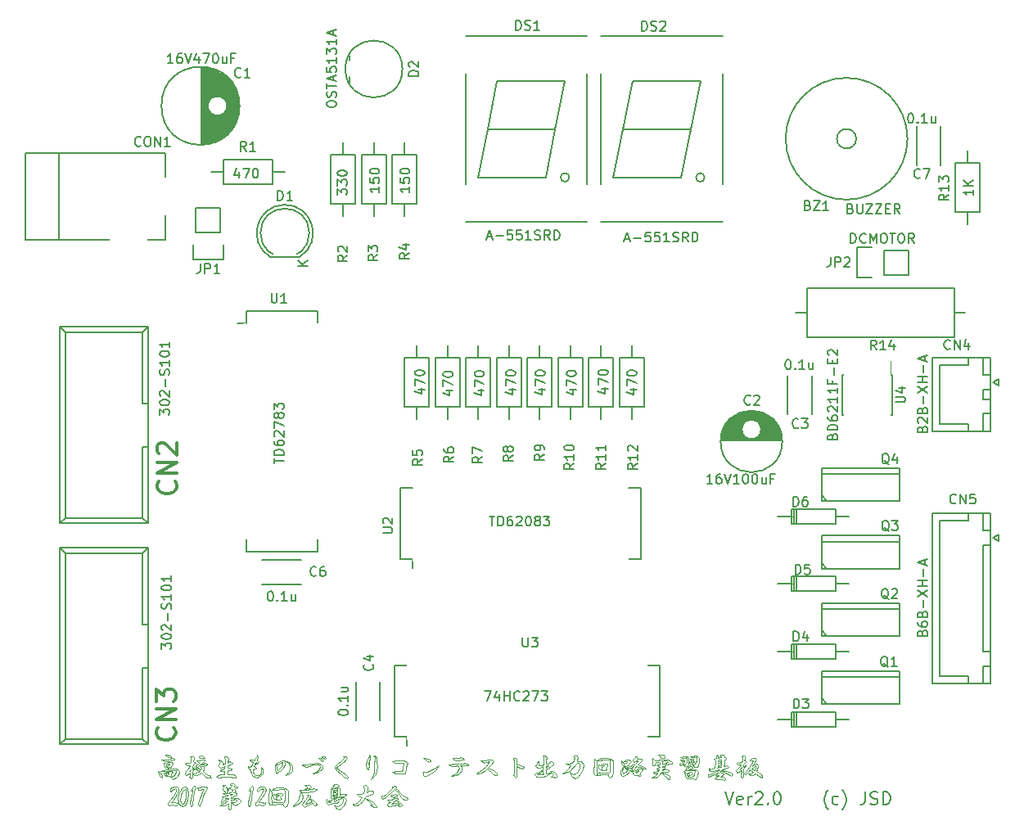
<source format=gto>
G04 #@! TF.FileFunction,Legend,Top*
%FSLAX46Y46*%
G04 Gerber Fmt 4.6, Leading zero omitted, Abs format (unit mm)*
G04 Created by KiCad (PCBNEW 4.0.5) date 03/29/17 16:27:12*
%MOMM*%
%LPD*%
G01*
G04 APERTURE LIST*
%ADD10C,0.100000*%
%ADD11C,0.200000*%
%ADD12C,0.150000*%
%ADD13C,0.300000*%
%ADD14C,3.600000*%
%ADD15O,1.924000X2.924000*%
%ADD16C,2.398980*%
%ADD17C,1.700000*%
%ADD18R,1.700000X1.700000*%
%ADD19R,1.600000X1.600000*%
%ADD20C,1.600000*%
%ADD21R,2.127200X2.127200*%
%ADD22O,2.127200X2.127200*%
%ADD23R,2.400000X2.300000*%
%ADD24C,2.300000*%
%ADD25O,2.000000X2.000000*%
%ADD26R,1.000000X1.950000*%
%ADD27R,3.900120X3.900120*%
%ADD28R,2.150000X2.150000*%
%ADD29C,2.150000*%
%ADD30O,1.400000X2.305000*%
%ADD31R,1.400000X2.305000*%
%ADD32C,2.099260*%
%ADD33R,2.099260X2.099260*%
%ADD34O,1.700000X2.100000*%
%ADD35R,2.432000X2.432000*%
%ADD36O,2.432000X2.432000*%
G04 APERTURE END LIST*
D10*
X116870110Y-130687675D02*
X116776310Y-130593925D01*
X115850610Y-131113460D02*
X115776310Y-131172050D01*
X115557610Y-131015800D02*
X115542010Y-130968925D01*
X115776310Y-131172050D02*
X115682610Y-131140800D01*
X115854510Y-130968925D02*
X115850610Y-131113460D01*
X116514610Y-130742363D02*
X116260710Y-130812675D01*
X116776310Y-130593925D02*
X116514610Y-130742363D01*
X115831010Y-130812675D02*
X115854510Y-130968925D01*
X115823210Y-130687675D02*
X115831010Y-130812675D01*
X115557610Y-130922050D02*
X115557610Y-130781425D01*
X115542010Y-130968925D02*
X115557610Y-130922050D01*
X116034110Y-130789238D02*
X115823210Y-130687675D01*
X116963810Y-130781425D02*
X116870110Y-130687675D01*
X115682610Y-131140800D02*
X115557610Y-131015800D01*
X116260710Y-130812675D02*
X116034110Y-130789238D01*
X116620110Y-128859550D02*
X116690410Y-128824390D01*
X116792010Y-130078300D02*
X116772410Y-130039238D01*
X117741210Y-131000180D02*
X117760710Y-131047050D01*
X117549810Y-130863456D02*
X117682610Y-130953300D01*
X117112310Y-130570488D02*
X117307610Y-130718925D01*
X116932610Y-130406425D02*
X117112310Y-130570488D01*
X117026310Y-130211113D02*
X116932610Y-130406425D01*
X117057610Y-130031425D02*
X117026310Y-130211113D01*
X116870110Y-129859550D02*
X117010710Y-129894706D01*
X116764610Y-129867363D02*
X116870110Y-129859550D01*
X116663110Y-129937675D02*
X116635710Y-129890800D01*
X115838810Y-130203300D02*
X115932610Y-130090019D01*
X116120110Y-129562675D02*
X116010710Y-129644706D01*
X115819310Y-128863460D02*
X115932610Y-128906430D01*
X116057610Y-130125175D02*
X116104510Y-130140800D01*
X116073210Y-130062675D02*
X116057610Y-130125175D01*
X115870110Y-129945488D02*
X115838810Y-130203300D01*
X116030210Y-129437675D02*
X116120110Y-129484550D01*
X115956010Y-129300956D02*
X115948210Y-129390800D01*
X117104510Y-129047050D02*
X117045910Y-129082206D01*
X115932610Y-128906430D02*
X115979510Y-128968930D01*
X116549810Y-128890800D02*
X116620110Y-128859550D01*
X116495110Y-128953300D02*
X116549810Y-128890800D01*
X116354510Y-130109550D02*
X116542010Y-130152519D01*
X116776310Y-130152519D02*
X116792010Y-130078300D01*
X116729510Y-130250175D02*
X116776310Y-130152519D01*
X116120110Y-129484550D02*
X116143510Y-129519706D01*
X116635710Y-129047050D02*
X116545910Y-128996269D01*
X116213810Y-130125175D02*
X116280210Y-130113456D01*
X116147410Y-130129081D02*
X116213810Y-130125175D01*
X116143510Y-129519706D02*
X116120110Y-129562675D01*
X116776310Y-128812680D02*
X116874010Y-128832210D01*
X116776310Y-128812680D02*
X116776310Y-128812680D01*
X116545910Y-128996269D02*
X116495110Y-128968930D01*
X116963810Y-129093925D02*
X116788110Y-129082206D01*
X115948210Y-129390800D02*
X116030210Y-129437675D01*
X116495110Y-128968930D02*
X116495110Y-128953300D01*
X115979510Y-128968930D02*
X115995110Y-129062675D01*
X116635710Y-129890800D02*
X116764610Y-129867363D01*
X115901310Y-129703300D02*
X115870110Y-129945488D01*
X116280210Y-130113456D02*
X116354510Y-130109550D01*
X117120110Y-130929863D02*
X116963810Y-130781425D01*
X116788110Y-129082206D02*
X116635710Y-129047050D01*
X116026310Y-129968925D02*
X116053710Y-130007988D01*
X117045910Y-129082206D02*
X116963810Y-129093925D01*
X116772410Y-130039238D02*
X116713810Y-129984550D01*
X117213810Y-131000180D02*
X117120110Y-130929863D01*
X117682610Y-130953300D02*
X117741210Y-131000180D01*
X116104510Y-130140800D02*
X116147410Y-130129081D01*
X116010710Y-129644706D02*
X115901310Y-129703300D01*
X115991210Y-129140800D02*
X115979510Y-129218925D01*
X116542010Y-130152519D02*
X116729510Y-130250175D01*
X117409110Y-131058770D02*
X117213810Y-131000180D01*
X117713810Y-131109550D02*
X117409110Y-131058770D01*
X117307610Y-130718925D02*
X117549810Y-130863456D01*
X116690410Y-128824390D02*
X116776310Y-128812680D01*
X115932610Y-130090019D02*
X116026310Y-129968925D01*
X116053710Y-130007988D02*
X116073210Y-130062675D01*
X117749010Y-131086110D02*
X117713810Y-131109550D01*
X117760710Y-131047050D02*
X117749010Y-131086110D01*
X117010710Y-129894706D02*
X117057610Y-130031425D01*
X116713810Y-129984550D02*
X116663110Y-129937675D01*
X115979510Y-129218925D02*
X115956010Y-129300956D01*
X115995110Y-129062675D02*
X115991210Y-129140800D01*
X112995110Y-130593925D02*
X113276310Y-130492363D01*
X112850610Y-130312675D02*
X113167010Y-130218925D01*
X113432610Y-130343925D02*
X113249010Y-130382988D01*
X114116210Y-130308769D02*
X114088810Y-130281425D01*
X112870110Y-130640800D02*
X112842710Y-130578300D01*
X113182610Y-130797050D02*
X113264610Y-130703300D01*
X113120110Y-130652519D02*
X113073210Y-130687675D01*
X112276310Y-130406425D02*
X112268510Y-130382988D01*
X112557610Y-130422050D02*
X112557610Y-130406425D01*
X112885710Y-130578300D02*
X112936510Y-130590019D01*
X113600610Y-130851738D02*
X113588810Y-130875175D01*
X112936510Y-130590019D02*
X112995110Y-130593925D01*
X112842710Y-130578300D02*
X112885710Y-130578300D01*
X113135710Y-130750175D02*
X113167010Y-130843925D01*
X113838810Y-130140800D02*
X114010710Y-130148613D01*
X112635710Y-130734550D02*
X112694310Y-130867363D01*
X113499010Y-130160331D02*
X113838810Y-130140800D01*
X113167010Y-130609550D02*
X113120110Y-130652519D01*
X113264610Y-130703300D02*
X113354510Y-130609550D01*
X113237310Y-130890800D02*
X113182610Y-130797050D01*
X113667010Y-130687675D02*
X113620110Y-130757988D01*
X113792010Y-130547050D02*
X113752910Y-130597831D01*
X113721610Y-130312675D02*
X113432610Y-130343925D01*
X112276310Y-130375175D02*
X112276310Y-130375175D01*
X112268510Y-130382988D02*
X112276310Y-130375175D01*
X112448210Y-130890800D02*
X112276310Y-130406425D01*
X112682610Y-131093930D02*
X112448210Y-130890800D01*
X112698210Y-130437675D02*
X112557610Y-130422050D01*
X112729510Y-131050960D02*
X112682610Y-131093930D01*
X114088810Y-130281425D02*
X113721610Y-130312675D01*
X113838810Y-130140800D02*
X113838810Y-130140800D01*
X113354510Y-130609550D02*
X113167010Y-130609550D01*
X112557610Y-130406425D02*
X112850610Y-130312675D01*
X113127910Y-130882988D02*
X113073210Y-130875175D01*
X113432610Y-130910331D02*
X113338810Y-130922050D01*
X113073210Y-130687675D02*
X113135710Y-130750175D01*
X113604510Y-130812675D02*
X113600610Y-130851738D01*
X112694310Y-130867363D02*
X112745110Y-131015800D01*
X113104510Y-130406425D02*
X112940410Y-130429863D01*
X112745110Y-131015800D02*
X112729510Y-131050960D01*
X113682610Y-130437675D02*
X113776310Y-130500175D01*
X112940410Y-130429863D02*
X112698210Y-130437675D01*
X113752910Y-130597831D02*
X113667010Y-130687675D01*
X113276310Y-130492363D02*
X113495110Y-130406425D01*
X117065410Y-128961110D02*
X117104510Y-129047050D01*
X116979510Y-128890800D02*
X117065410Y-128961110D01*
X113167010Y-130218925D02*
X113499010Y-130160331D01*
X116874010Y-128832210D02*
X116979510Y-128890800D01*
X113620110Y-130757988D02*
X113604510Y-130812675D01*
X113588810Y-130406425D02*
X113682610Y-130437675D01*
X113167010Y-130843925D02*
X113127910Y-130882988D01*
X113526310Y-130390800D02*
X113588810Y-130406425D01*
X113588810Y-130875175D02*
X113432610Y-130910331D01*
X114167010Y-130359550D02*
X114116210Y-130308769D01*
X112276310Y-130375175D02*
X112506810Y-130574394D01*
X113776310Y-130500175D02*
X113788110Y-130511894D01*
X113249010Y-130382988D02*
X113104510Y-130406425D01*
X113588810Y-130406425D02*
X113588810Y-130406425D01*
X113495110Y-130406425D02*
X113526310Y-130390800D01*
X113338810Y-130922050D02*
X113237310Y-130890800D01*
X112967710Y-130777519D02*
X112870110Y-130640800D01*
X112506810Y-130574394D02*
X112635710Y-130734550D01*
X113073210Y-130875175D02*
X112967710Y-130777519D01*
X113788110Y-130511894D02*
X113792010Y-130547050D01*
X113792010Y-129062675D02*
X113792010Y-129062675D01*
X113448210Y-129656425D02*
X113448210Y-129656425D01*
X113584910Y-130968925D02*
X113620110Y-130968925D01*
X113686510Y-131156430D02*
X113573210Y-130968925D01*
X113979510Y-131183770D02*
X113838810Y-131218930D01*
X114120110Y-131078300D02*
X113979510Y-131183770D01*
X114292010Y-130875175D02*
X114120110Y-131078300D01*
X114463810Y-130578300D02*
X114292010Y-130875175D01*
X114518510Y-130441581D02*
X114526310Y-130468925D01*
X114495110Y-130390800D02*
X114518510Y-130441581D01*
X114151310Y-130172050D02*
X114299810Y-130250175D01*
X112901310Y-129562675D02*
X112983410Y-129590019D01*
X112909110Y-129715019D02*
X112854510Y-129609550D01*
X113819310Y-129617363D02*
X113823210Y-129656425D01*
X113358410Y-129511894D02*
X113463810Y-129500175D01*
X113260710Y-129547050D02*
X113358410Y-129511894D01*
X112870110Y-129547050D02*
X112901310Y-129562675D01*
X113073210Y-130047050D02*
X113002910Y-129972831D01*
X113202110Y-130019706D02*
X113167010Y-130015800D01*
X112643510Y-129195488D02*
X112682610Y-129187675D01*
X113823210Y-129656425D02*
X113667010Y-129937675D01*
X113709910Y-129082206D02*
X113792010Y-129062675D01*
X113588810Y-129140800D02*
X113709910Y-129082206D01*
X113163110Y-129851738D02*
X113182610Y-129968925D01*
X113510710Y-129656425D02*
X113448210Y-129656425D01*
X113397410Y-129804863D02*
X113510710Y-129656425D01*
X113002910Y-129972831D02*
X112948210Y-129843925D01*
X112862310Y-129215019D02*
X112948210Y-129218925D01*
X113276310Y-129695488D02*
X113135710Y-129750175D01*
X113463810Y-129500175D02*
X113635710Y-129507988D01*
X112948210Y-129843925D02*
X112909110Y-129715019D01*
X113776310Y-129562675D02*
X113819310Y-129617363D01*
X113635710Y-129507988D02*
X113776310Y-129562675D01*
X112948210Y-129218925D02*
X113319310Y-129183769D01*
X112725610Y-129191581D02*
X112792010Y-129203300D01*
X113167010Y-130015800D02*
X113073210Y-130047050D01*
X113319310Y-129183769D02*
X113588810Y-129140800D01*
X113667010Y-129937675D02*
X113667010Y-129968925D01*
X114299810Y-130250175D02*
X114495110Y-130390800D01*
X112858410Y-129570488D02*
X112870110Y-129547050D01*
X113135710Y-129750175D02*
X113163110Y-129851738D01*
X114190410Y-130402519D02*
X114167010Y-130359550D01*
X112792010Y-129203300D02*
X112862310Y-129215019D01*
X113073210Y-129640800D02*
X113167010Y-129586113D01*
X112682610Y-129187675D02*
X112725610Y-129191581D01*
X113448210Y-129656425D02*
X113276310Y-129695488D01*
X114167010Y-130468925D02*
X114190410Y-130402519D01*
X113573210Y-130968925D02*
X113584910Y-130968925D01*
X113463810Y-129500175D02*
X113463810Y-129500175D01*
X112854510Y-129609550D02*
X112858410Y-129570488D01*
X113530210Y-130023613D02*
X113245110Y-130031425D01*
X113182610Y-129968925D02*
X113397410Y-129804863D01*
X114069310Y-130687675D02*
X114167010Y-130468925D01*
X113963810Y-130843925D02*
X114069310Y-130687675D01*
X113838810Y-131218930D02*
X113686510Y-131156430D01*
X113792010Y-129062675D02*
X113862310Y-129066581D01*
X112983410Y-129590019D02*
X113073210Y-129640800D01*
X113167010Y-129586113D02*
X113260710Y-129547050D01*
X113815410Y-130937675D02*
X113963810Y-130843925D01*
X113620110Y-130968925D02*
X113815410Y-130937675D01*
X114526310Y-130468925D02*
X114463810Y-130578300D01*
X114010710Y-130148613D02*
X114151310Y-130172050D01*
X113245110Y-130031425D02*
X113202110Y-130019706D01*
X113667010Y-129968925D02*
X113530210Y-130023613D01*
X113057610Y-129390800D02*
X112956010Y-129375175D01*
X113979510Y-129125175D02*
X113999010Y-129156425D01*
X113917010Y-129078300D02*
X113948210Y-129097831D01*
X113620110Y-129000175D02*
X113573210Y-129000175D01*
X113104510Y-128812680D02*
X113045910Y-128777520D01*
X112651310Y-129218925D02*
X112643510Y-129195488D01*
X113667010Y-129328300D02*
X113358410Y-129375175D01*
X113999010Y-129156425D02*
X113995110Y-129187675D01*
X113026310Y-128734550D02*
X113108410Y-128711110D01*
X113948210Y-129097831D02*
X113979510Y-129125175D01*
X113334910Y-128953300D02*
X113104510Y-128812680D01*
X112737310Y-129261894D02*
X112651310Y-129218925D01*
X113881810Y-129261894D02*
X113667010Y-129328300D01*
X113995110Y-129187675D02*
X113881810Y-129261894D01*
X113495110Y-129000175D02*
X113334910Y-128953300D01*
X113573210Y-129000175D02*
X113495110Y-129000175D01*
X113600610Y-128882990D02*
X113620110Y-129000175D01*
X113420910Y-128765800D02*
X113542010Y-128812680D01*
X113167010Y-128703300D02*
X113245110Y-128718930D01*
X113045910Y-128777520D02*
X113026310Y-128734550D01*
X112838810Y-129328300D02*
X112737310Y-129261894D01*
X113108410Y-128711110D02*
X113167010Y-128703300D01*
X112956010Y-129375175D02*
X112838810Y-129328300D01*
X113358410Y-129375175D02*
X113057610Y-129390800D01*
X113862310Y-129066581D02*
X113917010Y-129078300D01*
X113542010Y-128812680D02*
X113600610Y-128882990D01*
X113245110Y-128718930D02*
X113420910Y-128765800D01*
X116432610Y-129609550D02*
X116483410Y-129547050D01*
X116491210Y-130363456D02*
X116401310Y-130312675D01*
X119573210Y-129390800D02*
X119651310Y-129422050D01*
X119530210Y-129242363D02*
X119495110Y-129375175D01*
X119858410Y-129468925D02*
X119948210Y-129531425D01*
X119698210Y-129425956D02*
X119776310Y-129437675D01*
X119522410Y-129379081D02*
X119573210Y-129390800D01*
X119495110Y-129375175D02*
X119522410Y-129379081D01*
X119502910Y-128992363D02*
X119542010Y-129093925D01*
X119557610Y-129515800D02*
X119557610Y-129515800D01*
X116167010Y-130218925D02*
X116112310Y-130187675D01*
X116713810Y-129281425D02*
X116807610Y-129238456D01*
X116420910Y-129269706D02*
X116401310Y-129328300D01*
X119557610Y-129515800D02*
X119526310Y-129480644D01*
X119495110Y-129562675D02*
X119526310Y-129550956D01*
X115624010Y-130308769D02*
X115635710Y-130265800D01*
X115928710Y-130312675D02*
X115838810Y-130406425D01*
X116600610Y-129312675D02*
X116713810Y-129281425D01*
X115526310Y-130406425D02*
X115581010Y-130382988D01*
X119495110Y-129468925D02*
X119495110Y-129515800D01*
X115838810Y-130406425D02*
X115819310Y-130507988D01*
X116311510Y-129359550D02*
X116307610Y-129328300D01*
X116417010Y-129476738D02*
X116323210Y-129390800D01*
X116108410Y-130629081D02*
X116213810Y-130593925D01*
X115635710Y-130265800D02*
X115577110Y-130340019D01*
X116042010Y-130156425D02*
X116042010Y-130156425D01*
X116573210Y-130422050D02*
X116491210Y-130363456D01*
X116307610Y-129328300D02*
X116354510Y-129281425D01*
X119495110Y-129515800D02*
X119495110Y-129562675D01*
X115620110Y-130343925D02*
X115624010Y-130308769D01*
X115581010Y-130382988D02*
X115620110Y-130343925D01*
X116354510Y-129281425D02*
X116420910Y-129269706D01*
X116042010Y-130156425D02*
X115928710Y-130312675D01*
X116420910Y-130527519D02*
X116573210Y-130422050D01*
X115932610Y-130636894D02*
X116042010Y-130640800D01*
X115823210Y-130625175D02*
X115932610Y-130636894D01*
X116323210Y-129390800D02*
X116311510Y-129359550D01*
X116323210Y-129699394D02*
X116432610Y-129609550D01*
X116112310Y-130187675D02*
X116042010Y-130156425D01*
X116448210Y-129343925D02*
X116600610Y-129312675D01*
X116042010Y-130640800D02*
X116108410Y-130629081D01*
X119776310Y-129437675D02*
X119858410Y-129468925D01*
X119600610Y-129797050D02*
X119463810Y-129843925D01*
X119729510Y-129750175D02*
X119600610Y-129797050D01*
X116932610Y-129203300D02*
X116932610Y-129203300D01*
X116401310Y-130312675D02*
X116249010Y-130265800D01*
X119827110Y-129718925D02*
X119729510Y-129750175D01*
X119526310Y-129480644D02*
X119495110Y-129468925D01*
X115819310Y-130507988D02*
X115823210Y-130625175D01*
X116401310Y-129328300D02*
X116448210Y-129343925D01*
X116483410Y-129547050D02*
X116542010Y-129484550D01*
X116213810Y-130593925D02*
X116420910Y-130527519D01*
X119932610Y-129656425D02*
X119827110Y-129718925D01*
X119542010Y-129093925D02*
X119530210Y-129242363D01*
X119651310Y-129422050D02*
X119698210Y-129425956D01*
X115635710Y-130265800D02*
X115635710Y-130265800D01*
X116807610Y-129238456D02*
X116932610Y-129203300D01*
X116932610Y-129203300D02*
X117045910Y-129211113D01*
X119975610Y-129593925D02*
X119932610Y-129656425D01*
X119948210Y-129531425D02*
X119975610Y-129593925D01*
X119526310Y-129550956D02*
X119557610Y-129515800D01*
X115577110Y-130340019D02*
X115526310Y-130406425D01*
X116542010Y-129484550D02*
X116417010Y-129476738D01*
X116249010Y-130265800D02*
X116167010Y-130218925D01*
X116252910Y-130019706D02*
X116213810Y-129984550D01*
X116178710Y-129933769D02*
X116167010Y-129875175D01*
X117334910Y-129640800D02*
X117370110Y-129703300D01*
X116276310Y-130031425D02*
X116252910Y-130019706D01*
X117092710Y-129332206D02*
X117026310Y-129375175D01*
X115694310Y-129109550D02*
X115682610Y-129047050D01*
X115627910Y-128902520D02*
X115667010Y-128859550D01*
X115088810Y-130547050D02*
X115256810Y-130347831D01*
X116311510Y-130015800D02*
X116276310Y-130031425D01*
X116823210Y-129527519D02*
X116620110Y-129734550D01*
X115268510Y-129601738D02*
X115417010Y-129578300D01*
X116573210Y-129750175D02*
X116432610Y-129882988D01*
X116948210Y-129765800D02*
X116858410Y-129750175D01*
X116620110Y-129734550D02*
X116944310Y-129632988D01*
X115557610Y-130781425D02*
X115592710Y-130711113D01*
X115667010Y-128859550D02*
X115819310Y-128863460D01*
X115604510Y-130593925D02*
X115495110Y-130672050D01*
X117221610Y-129586113D02*
X117292010Y-129609550D01*
X117026310Y-129375175D02*
X116823210Y-129527519D01*
X115635710Y-128937680D02*
X115627910Y-128902520D01*
X115073210Y-129672050D02*
X115042010Y-129632988D01*
X115276310Y-129812675D02*
X115178710Y-129769706D01*
X116944310Y-129632988D02*
X117135710Y-129578300D01*
X115682610Y-129047050D02*
X115655210Y-128980640D01*
X115417010Y-130156425D02*
X115542010Y-129965019D01*
X115042010Y-130593925D02*
X115088810Y-130547050D01*
X115256810Y-130347831D02*
X115417010Y-130156425D01*
X115057610Y-130750175D02*
X115042010Y-130593925D01*
X115167010Y-130812675D02*
X115057610Y-130750175D01*
X115698210Y-129203300D02*
X115694310Y-129109550D01*
X116354510Y-129968925D02*
X116311510Y-130015800D01*
X115655210Y-128980640D02*
X115635710Y-128937680D01*
X116432610Y-129882988D02*
X116354510Y-129968925D01*
X116745110Y-129734550D02*
X116624010Y-129738456D01*
X115557610Y-129539238D02*
X115667010Y-129484550D01*
X116624010Y-129738456D02*
X116573210Y-129750175D01*
X117104510Y-129234550D02*
X117135710Y-129273613D01*
X115667010Y-128859550D02*
X115667010Y-128859550D01*
X115495110Y-130672050D02*
X115311510Y-130785331D01*
X115311510Y-130785331D02*
X115167010Y-130812675D01*
X115604510Y-129828300D02*
X115530210Y-129836113D01*
X115042010Y-129609550D02*
X115268510Y-129601738D01*
X115178710Y-129769706D02*
X115073210Y-129672050D01*
X117135710Y-129578300D02*
X117221610Y-129586113D01*
X116858410Y-129750175D02*
X116745110Y-129734550D01*
X116213810Y-129781425D02*
X116323210Y-129699394D01*
X116178710Y-129812675D02*
X116213810Y-129781425D01*
X117170910Y-129773613D02*
X116948210Y-129765800D01*
X115042010Y-129632988D02*
X115042010Y-129609550D01*
X117338810Y-129765800D02*
X117170910Y-129773613D01*
X117045910Y-129211113D02*
X117104510Y-129234550D01*
X116167010Y-129875175D02*
X116178710Y-129812675D01*
X116213810Y-129984550D02*
X116178710Y-129933769D01*
X117292010Y-129609550D02*
X117334910Y-129640800D01*
X115542010Y-129965019D02*
X115604510Y-129828300D01*
X115417010Y-129578300D02*
X115557610Y-129539238D01*
X115530210Y-129836113D02*
X115463810Y-129828300D01*
X117370110Y-129703300D02*
X117370110Y-129742363D01*
X117370110Y-129742363D02*
X117338810Y-129765800D01*
X115667010Y-129484550D02*
X115698210Y-129203300D01*
X117135710Y-129297050D02*
X117092710Y-129332206D01*
X115592710Y-130711113D02*
X115604510Y-130593925D01*
X117135710Y-129273613D02*
X117135710Y-129297050D01*
X115463810Y-129828300D02*
X115276310Y-129812675D01*
X173881810Y-130242363D02*
X174026310Y-130328300D01*
X173733410Y-129054863D02*
X173901310Y-129015800D01*
X173463810Y-129254081D02*
X173510710Y-129203300D01*
X173901310Y-129015800D02*
X173959910Y-129035331D01*
X173510710Y-129203300D02*
X173733410Y-129054863D01*
X173354510Y-130125175D02*
X173307610Y-130062675D01*
X173307610Y-130062675D02*
X173385710Y-130078300D01*
X173698210Y-130140800D02*
X173881810Y-130242363D01*
X173901310Y-129015800D02*
X173901310Y-129015800D01*
X173635710Y-129675956D02*
X173823210Y-129281425D01*
X174026310Y-130328300D02*
X174088810Y-130203300D01*
X173889610Y-129961113D02*
X173698210Y-130140800D01*
X173385710Y-130078300D02*
X173635710Y-129675956D01*
X173823210Y-129281425D02*
X173542010Y-129281425D01*
X173542010Y-129281425D02*
X173463810Y-129254081D01*
X174073210Y-129093925D02*
X174131810Y-129132988D01*
X172725610Y-129211113D02*
X172745110Y-129047050D01*
X174698210Y-130781425D02*
X174780210Y-130894706D01*
X174323210Y-129937675D02*
X174295910Y-130211113D01*
X172932610Y-130640800D02*
X172971710Y-130562675D01*
X173002910Y-130734550D02*
X172932610Y-130640800D01*
X173135710Y-130679863D02*
X173057610Y-130734550D01*
X173604510Y-130828300D02*
X173405210Y-130773613D01*
X174467710Y-130929863D02*
X174057610Y-130640800D01*
X174167010Y-129656425D02*
X174237310Y-129675956D01*
X172670910Y-128871270D02*
X172838810Y-128812680D01*
X172272410Y-130129081D02*
X172385710Y-130000175D01*
X172120110Y-130500175D02*
X172073210Y-130406425D01*
X174237310Y-129675956D02*
X174292010Y-129734550D01*
X173713810Y-130820488D02*
X173604510Y-130828300D01*
X173979510Y-129484550D02*
X173838810Y-129691581D01*
X172393510Y-129769706D02*
X172276310Y-129750175D01*
X174057610Y-130640800D02*
X173944310Y-130726738D01*
X174131810Y-129132988D02*
X174151310Y-129187675D01*
X174213810Y-130437675D02*
X174698210Y-130781425D01*
X172276310Y-129750175D02*
X172221710Y-129707206D01*
X174292010Y-129734550D02*
X174315410Y-129816581D01*
X173885710Y-129765800D02*
X173971710Y-129715019D01*
X172323210Y-129531425D02*
X172366210Y-129554863D01*
X173729510Y-129875175D02*
X173815410Y-129824394D01*
X172838810Y-128812680D02*
X172920910Y-128824390D01*
X172698210Y-129422050D02*
X172725610Y-129211113D01*
X174760710Y-131078300D02*
X174467710Y-130929863D01*
X174295910Y-130211113D02*
X174213810Y-130437675D01*
X174042010Y-129687675D02*
X174096710Y-129664238D01*
X174807610Y-131015800D02*
X174795910Y-131047050D01*
X173971710Y-129715019D02*
X174042010Y-129687675D01*
X174108410Y-129285331D02*
X173979510Y-129484550D01*
X174151310Y-129187675D02*
X174108410Y-129285331D01*
X173959910Y-129035331D02*
X174073210Y-129093925D01*
X172182610Y-129609550D02*
X172182610Y-129547050D01*
X172401310Y-129562675D02*
X172698210Y-129422050D01*
X172182610Y-129547050D02*
X172264610Y-129511894D01*
X172838810Y-128812680D02*
X172838810Y-128812680D01*
X172088810Y-130343925D02*
X172151310Y-130265800D01*
X172264610Y-129511894D02*
X172323210Y-129531425D01*
X174795910Y-131047050D02*
X174760710Y-131078300D01*
X173241210Y-130261894D02*
X173354510Y-130125175D01*
X173057610Y-130484550D02*
X173241210Y-130261894D01*
X172475610Y-129871269D02*
X172557610Y-129734550D01*
X172745110Y-129047050D02*
X172729510Y-128953300D01*
X173823210Y-130797050D02*
X173713810Y-130820488D01*
X173815410Y-129824394D02*
X173885710Y-129765800D01*
X172221710Y-129707206D02*
X172182610Y-129609550D01*
X172073210Y-130406425D02*
X172088810Y-130343925D01*
X173057610Y-130734550D02*
X173002910Y-130734550D01*
X172366210Y-129554863D02*
X172401310Y-129562675D01*
X174780210Y-130894706D02*
X174807610Y-131015800D01*
X174315410Y-129816581D02*
X174323210Y-129937675D01*
X173838810Y-129691581D02*
X173729510Y-129875175D01*
X172151310Y-130265800D02*
X172272410Y-130129081D01*
X172385710Y-130000175D02*
X172475610Y-129871269D01*
X172557610Y-129734550D02*
X172393510Y-129769706D01*
X172971710Y-130562675D02*
X173057610Y-130484550D01*
X173213810Y-130609550D02*
X173135710Y-130679863D01*
X173405210Y-130773613D02*
X173213810Y-130609550D01*
X173944310Y-130726738D02*
X173823210Y-130797050D01*
X174096710Y-129664238D02*
X174167010Y-129656425D01*
X172729510Y-128953300D02*
X172670910Y-128871270D01*
X172807610Y-130547050D02*
X172823210Y-130812675D01*
X172936510Y-130062675D02*
X172838810Y-130172050D01*
X172885710Y-129609550D02*
X172866210Y-129711113D01*
X172604510Y-130672050D02*
X172620110Y-130515800D01*
X173014610Y-128898610D02*
X173026310Y-128953300D01*
X170475610Y-129922050D02*
X170401310Y-129828300D01*
X172729510Y-131125180D02*
X172698210Y-131093930D01*
X170167010Y-129843925D02*
X170167010Y-129906425D01*
X172780210Y-131109550D02*
X172729510Y-131125180D01*
X172979510Y-129125175D02*
X172932610Y-129328300D01*
X170182610Y-129656425D02*
X170229510Y-129625175D01*
X172807610Y-131000180D02*
X172780210Y-131109550D01*
X172823210Y-130343925D02*
X172807610Y-130547050D01*
X172838810Y-130172050D02*
X172823210Y-130343925D01*
X172932610Y-129328300D02*
X172979510Y-129328300D01*
X170198210Y-129875175D02*
X170260710Y-129812675D01*
X172963810Y-129867363D02*
X173057610Y-129734550D01*
X173073210Y-129468925D02*
X172979510Y-129543144D01*
X173026310Y-128953300D02*
X172979510Y-129125175D01*
X170213810Y-129820488D02*
X170167010Y-129843925D01*
X170198210Y-129562675D02*
X170186510Y-129609550D01*
X170276310Y-129562675D02*
X170249010Y-129554863D01*
X170553710Y-129636894D02*
X170557610Y-129484550D01*
X172323210Y-130488456D02*
X172167010Y-130562675D01*
X172635710Y-130297050D02*
X172323210Y-130488456D01*
X172979510Y-129328300D02*
X173065410Y-129402519D01*
X173073210Y-129859550D02*
X173010710Y-129984550D01*
X170401310Y-129828300D02*
X170401310Y-129828300D01*
X170557610Y-129484550D02*
X170557610Y-129250175D01*
X170542010Y-129984550D02*
X170475610Y-129922050D01*
X172819310Y-130906425D02*
X172807610Y-131000180D01*
X170401310Y-129828300D02*
X170241210Y-129961113D01*
X173010710Y-129984550D02*
X172936510Y-130062675D01*
X173077110Y-129695488D02*
X173104510Y-129703300D01*
X170135710Y-130047050D02*
X170338810Y-130023613D01*
X172620110Y-130515800D02*
X172635710Y-130297050D01*
X172698210Y-131093930D02*
X172592710Y-130968925D01*
X173104510Y-129703300D02*
X173073210Y-129859550D01*
X170260710Y-129812675D02*
X170213810Y-129820488D01*
X170167010Y-129906425D02*
X170198210Y-129875175D01*
X170495110Y-129234550D02*
X170495110Y-129234550D01*
X170182610Y-129656425D02*
X170182610Y-129656425D01*
X170249010Y-129554863D02*
X170198210Y-129562675D01*
X173065410Y-129402519D02*
X173073210Y-129468925D01*
X173057610Y-129734550D02*
X173077110Y-129695488D01*
X172167010Y-130562675D02*
X172120110Y-130500175D01*
X172557610Y-130875175D02*
X172592710Y-130754081D01*
X172838810Y-129984550D02*
X172963810Y-129867363D01*
X170186510Y-129609550D02*
X170182610Y-129656425D01*
X172838810Y-129914238D02*
X172838810Y-129984550D01*
X170260710Y-129812675D02*
X170260710Y-129812675D01*
X172592710Y-130754081D02*
X172604510Y-130672050D01*
X172823210Y-130812675D02*
X172819310Y-130906425D01*
X172979510Y-129543144D02*
X172885710Y-129609550D01*
X170557610Y-129250175D02*
X170495110Y-129234550D01*
X170241210Y-129961113D02*
X170135710Y-130047050D01*
X170495110Y-129234550D02*
X170315410Y-129254081D01*
X172866210Y-129711113D02*
X172838810Y-129859550D01*
X172838810Y-129859550D02*
X172838810Y-129914238D01*
X170338810Y-130023613D02*
X170542010Y-129984550D01*
X172592710Y-130968925D02*
X172557610Y-130875175D01*
X172979510Y-128859550D02*
X173014610Y-128898610D01*
X172920910Y-128824390D02*
X172979510Y-128859550D01*
X170229510Y-129625175D02*
X170276310Y-129562675D01*
X170073210Y-128734550D02*
X170108410Y-128734550D01*
X169885710Y-129218925D02*
X169792010Y-129172050D01*
X170249010Y-130894706D02*
X170260710Y-130812675D01*
X170088810Y-130890800D02*
X170167010Y-130945488D01*
X170487310Y-129730644D02*
X170479510Y-129750175D01*
X170479510Y-129703300D02*
X170487310Y-129730644D01*
X170346710Y-129644706D02*
X170338810Y-129656425D01*
X170479510Y-129468925D02*
X170436510Y-129543144D01*
X170213810Y-129324394D02*
X170213810Y-129390800D01*
X170463810Y-128726740D02*
X170557610Y-128672050D01*
X169901310Y-129109550D02*
X169963810Y-129078300D01*
X169479510Y-130406425D02*
X169397410Y-130386894D01*
X170338810Y-130218925D02*
X169932610Y-130320488D01*
X170557610Y-128672050D02*
X170557610Y-128672050D01*
X170491210Y-129425956D02*
X170479510Y-129468925D01*
X170182610Y-128890800D02*
X170206010Y-128972830D01*
X169229510Y-130218925D02*
X169245110Y-130156425D01*
X170213810Y-129390800D02*
X170346710Y-129367363D01*
X170108410Y-128734550D02*
X170151310Y-128765800D01*
X170213810Y-130953300D02*
X170249010Y-130894706D01*
X169245110Y-130156425D02*
X169280210Y-130109550D01*
X170557610Y-128672050D02*
X170764610Y-128750180D01*
X170557610Y-129000175D02*
X170573210Y-128859550D01*
X169635710Y-130156425D02*
X169885710Y-130093925D01*
X170213810Y-129031425D02*
X170370110Y-129007988D01*
X170026310Y-129047050D02*
X170038110Y-128906430D01*
X169979510Y-129265800D02*
X169885710Y-129218925D01*
X170213810Y-129281425D02*
X170213810Y-129324394D01*
X170167010Y-130945488D02*
X170213810Y-130953300D01*
X170538110Y-128851740D02*
X170495110Y-128859550D01*
X170104510Y-130828300D02*
X170061510Y-130851738D01*
X170573210Y-128859550D02*
X170538110Y-128851740D01*
X170167010Y-128804860D02*
X170182610Y-128890800D01*
X170151310Y-128765800D02*
X170167010Y-128804860D01*
X170038110Y-128906430D02*
X170073210Y-128734550D01*
X169323210Y-130125175D02*
X169354510Y-130172050D01*
X169956010Y-129504081D02*
X169979510Y-129265800D01*
X169354510Y-130172050D02*
X169385710Y-130218925D01*
X169963810Y-129078300D02*
X170026310Y-129047050D01*
X169713810Y-130375175D02*
X169592710Y-130398613D01*
X169385710Y-130218925D02*
X169635710Y-130156425D01*
X170315410Y-129254081D02*
X170213810Y-129281425D01*
X170542010Y-129843925D02*
X170553710Y-129636894D01*
X170510710Y-129804863D02*
X170542010Y-129843925D01*
X169307610Y-130328300D02*
X169241210Y-130269706D01*
X169792010Y-129172050D02*
X169819310Y-129164238D01*
X170463810Y-129390800D02*
X170491210Y-129425956D01*
X170370110Y-129007988D02*
X170557610Y-129000175D01*
X169280210Y-130109550D02*
X169323210Y-130125175D01*
X169932610Y-130320488D02*
X169713810Y-130375175D01*
X170338810Y-129656425D02*
X170479510Y-129703300D01*
X169885710Y-130093925D02*
X169956010Y-129504081D01*
X170260710Y-130812675D02*
X170104510Y-130828300D01*
X170061510Y-130851738D02*
X170088810Y-130890800D01*
X170206010Y-128972830D02*
X170213810Y-129031425D01*
X169592710Y-130398613D02*
X169479510Y-130406425D01*
X169397410Y-130386894D02*
X169307610Y-130328300D01*
X169241210Y-130269706D02*
X169229510Y-130218925D01*
X170479510Y-129750175D02*
X170510710Y-129804863D01*
X170370110Y-129609550D02*
X170346710Y-129644706D01*
X170436510Y-129543144D02*
X170370110Y-129609550D01*
X170346710Y-129367363D02*
X170463810Y-129390800D01*
X170495110Y-128859550D02*
X170463810Y-128726740D01*
X169819310Y-129164238D02*
X169901310Y-129109550D01*
X169995110Y-130629081D02*
X169792010Y-130750175D01*
X170260710Y-130593925D02*
X170245110Y-130550956D01*
X169905210Y-131093930D02*
X169979510Y-131047050D01*
X169264610Y-130742363D02*
X169323210Y-130765800D01*
X170944310Y-131269710D02*
X170885710Y-131297050D01*
X170354510Y-130437675D02*
X170436510Y-130484550D01*
X169182610Y-130968925D02*
X169159210Y-130918144D01*
X170760710Y-130672050D02*
X170756810Y-130707206D01*
X169213810Y-131004080D02*
X169182610Y-130968925D01*
X170647410Y-131254080D02*
X170370110Y-131218930D01*
X171463810Y-130859550D02*
X170956010Y-130574394D01*
X169245110Y-131015800D02*
X169213810Y-131004080D01*
X170229510Y-130515800D02*
X169995110Y-130629081D01*
X170245110Y-130550956D02*
X170229510Y-130515800D01*
X170370110Y-131218930D02*
X170088810Y-131234550D01*
X170713810Y-130781425D02*
X170620110Y-130875175D01*
X170010710Y-130890800D02*
X169983410Y-130855644D01*
X169897410Y-131164240D02*
X169870110Y-131140800D01*
X170885710Y-131297050D02*
X170647410Y-131254080D01*
X170670910Y-130597831D02*
X170760710Y-130672050D01*
X171682610Y-130781425D02*
X171655210Y-130820488D01*
X171651310Y-130640800D02*
X171674810Y-130707206D01*
X170854510Y-130187675D02*
X170690410Y-130265800D01*
X170010710Y-130437675D02*
X170163110Y-130343925D01*
X169768510Y-130558769D02*
X170010710Y-130437675D01*
X170088810Y-131234550D02*
X169948210Y-131203300D01*
X170104510Y-130672050D02*
X170182610Y-130629081D01*
X170436510Y-130484550D02*
X170526310Y-130562675D01*
X170690410Y-130265800D02*
X170542010Y-130343925D01*
X170463810Y-130375175D02*
X170354510Y-130437675D01*
X169475610Y-130949394D02*
X169245110Y-131015800D01*
X170526310Y-130562675D02*
X170670910Y-130597831D01*
X170182610Y-130629081D02*
X170260710Y-130593925D01*
X169963810Y-130812675D02*
X170030210Y-130730644D01*
X170682610Y-130437675D02*
X170573210Y-130406425D01*
X169323210Y-130765800D02*
X169768510Y-130558769D01*
X169159210Y-130918144D02*
X169151310Y-130859550D01*
X170030210Y-130730644D02*
X170104510Y-130672050D01*
X170495110Y-130968925D02*
X170831010Y-131039240D01*
X170756810Y-130707206D02*
X170713810Y-130781425D01*
X171042010Y-130433769D02*
X171323210Y-130484550D01*
X171573210Y-130875175D02*
X171463810Y-130859550D01*
X171674810Y-130707206D02*
X171682610Y-130781425D01*
X169948210Y-131203300D02*
X169897410Y-131164240D01*
X169983410Y-130855644D02*
X169963810Y-130812675D01*
X170163110Y-130343925D02*
X170338810Y-130218925D01*
X169159210Y-130726738D02*
X169213810Y-130703300D01*
X170073210Y-130941581D02*
X170010710Y-130890800D01*
X171655210Y-130820488D02*
X171573210Y-130875175D01*
X170135710Y-131000180D02*
X170073210Y-130941581D01*
X170620110Y-130875175D02*
X170495110Y-130968925D01*
X169213810Y-130703300D02*
X169264610Y-130742363D01*
X169792010Y-130750175D02*
X169475610Y-130949394D01*
X169870110Y-131140800D02*
X169905210Y-131093930D01*
X170542010Y-130343925D02*
X171042010Y-130433769D01*
X170956010Y-130574394D02*
X170682610Y-130437675D01*
X171323210Y-130484550D02*
X171483410Y-130531425D01*
X169979510Y-131047050D02*
X170065410Y-131019710D01*
X170065410Y-131019710D02*
X170135710Y-131000180D01*
X170573210Y-130406425D02*
X170463810Y-130375175D01*
X169151310Y-130859550D02*
X169159210Y-130726738D01*
X170995110Y-131187680D02*
X170944310Y-131269710D01*
X170831010Y-131039240D02*
X170995110Y-131187680D01*
X171483410Y-130531425D02*
X171651310Y-130640800D01*
X167538110Y-130925956D02*
X167635710Y-130953300D01*
X167448210Y-130718925D02*
X167272410Y-130847831D01*
X170924810Y-129191581D02*
X170854510Y-129218925D01*
X171057610Y-129093925D02*
X171045910Y-129121269D01*
X171245110Y-130031425D02*
X171143510Y-130058769D01*
X171295910Y-130019706D02*
X171245110Y-130031425D01*
X171299810Y-129953300D02*
X171323210Y-129984550D01*
X171073210Y-129843925D02*
X171143510Y-129847831D01*
X170834910Y-129726738D02*
X170823210Y-129937675D01*
X170764610Y-128750180D02*
X170854510Y-128984550D01*
X167100610Y-130968925D02*
X167073210Y-131015800D01*
X167104510Y-130875175D02*
X167194310Y-130785331D01*
X166932610Y-130547050D02*
X166991210Y-130699394D01*
X170854510Y-128984550D02*
X170952110Y-128996269D01*
X171006810Y-129855644D02*
X171073210Y-129843925D01*
X167635710Y-130343925D02*
X167542010Y-130332206D01*
X167073210Y-130672050D02*
X167018510Y-130652519D01*
X170823210Y-129937675D02*
X170881810Y-129918144D01*
X167635710Y-130953300D02*
X167733410Y-130711113D01*
X171010710Y-129172050D02*
X170924810Y-129191581D01*
X167018510Y-130652519D02*
X167010710Y-130625175D01*
X170952110Y-128996269D02*
X171026310Y-129062675D01*
X167260710Y-130297050D02*
X167502910Y-130226738D01*
X167401310Y-130515800D02*
X167487310Y-130550956D01*
X167448210Y-130328300D02*
X167307610Y-130312675D01*
X167295910Y-130996270D02*
X167526310Y-130968925D01*
X167538110Y-130679863D02*
X167448210Y-130718925D01*
X170838810Y-129500175D02*
X170834910Y-129726738D01*
X171045910Y-129121269D02*
X171010710Y-129172050D01*
X167635710Y-130203300D02*
X167635710Y-130203300D01*
X170842710Y-129277519D02*
X170838810Y-129328300D01*
X167502910Y-130226738D02*
X167635710Y-130203300D01*
X167807610Y-130328300D02*
X167635710Y-130343925D01*
X167733410Y-130711113D02*
X167807610Y-130328300D01*
X167526310Y-130968925D02*
X167538110Y-130925956D01*
X167159210Y-130562675D02*
X167292010Y-130531425D01*
X167557610Y-130625175D02*
X167538110Y-130679863D01*
X167292010Y-130531425D02*
X167342710Y-130527519D01*
X167073210Y-131015800D02*
X167295910Y-130996270D01*
X167042010Y-130968925D02*
X167073210Y-130922050D01*
X167342710Y-130527519D02*
X167401310Y-130515800D01*
X170838810Y-129328300D02*
X170838810Y-129500175D01*
X170959910Y-130129081D02*
X170854510Y-130187675D01*
X171057610Y-130078300D02*
X170959910Y-130129081D01*
X167245110Y-130703300D02*
X167163110Y-130695488D01*
X167272410Y-130847831D02*
X167120110Y-130922050D01*
X170963810Y-129890800D02*
X171006810Y-129855644D01*
X167307610Y-130312675D02*
X167260710Y-130297050D01*
X167010710Y-130625175D02*
X167159210Y-130562675D01*
X166991210Y-130699394D02*
X167042010Y-130968925D01*
X171323210Y-129984550D02*
X171295910Y-130019706D01*
X167487310Y-130550956D02*
X167557610Y-130625175D01*
X170854510Y-129218925D02*
X170842710Y-129277519D01*
X171026310Y-129062675D02*
X171057610Y-129093925D01*
X167542010Y-130332206D02*
X167448210Y-130328300D01*
X167073210Y-130922050D02*
X167104510Y-130875175D01*
X167194310Y-130785331D02*
X167245110Y-130703300D01*
X167163110Y-130695488D02*
X167073210Y-130672050D01*
X171143510Y-130058769D02*
X171057610Y-130078300D01*
X171229510Y-129890800D02*
X171299810Y-129953300D01*
X171143510Y-129847831D02*
X171229510Y-129890800D01*
X170881810Y-129918144D02*
X170963810Y-129890800D01*
X167635710Y-130203300D02*
X167729510Y-130207206D01*
X167120110Y-130922050D02*
X167100610Y-130968925D01*
X168088810Y-130793144D02*
X167885710Y-131218930D01*
X167948210Y-130265800D02*
X168088810Y-130382988D01*
X166792010Y-130265800D02*
X167022410Y-130144706D01*
X166792010Y-130871269D02*
X166729510Y-130500175D01*
X167561510Y-130031425D02*
X167495110Y-130078300D01*
X167479510Y-129625175D02*
X167401310Y-129648613D01*
X167588810Y-131140800D02*
X167303710Y-131136890D01*
X167213810Y-129453300D02*
X167241210Y-129425956D01*
X167635710Y-131183770D02*
X167588810Y-131140800D01*
X167385710Y-130160331D02*
X167245110Y-130250175D01*
X167713810Y-129425956D02*
X167729510Y-129453300D01*
X167713810Y-131250180D02*
X167635710Y-131183770D01*
X168135710Y-130453300D02*
X168088810Y-130793144D01*
X168088810Y-130382988D02*
X168135710Y-130453300D01*
X167245110Y-130250175D02*
X167088810Y-130300956D01*
X167292010Y-129437675D02*
X167401310Y-129484550D01*
X167241210Y-129855644D02*
X167370110Y-129859550D01*
X166807610Y-130312675D02*
X166795910Y-130285331D01*
X167495110Y-130078300D02*
X167385710Y-130160331D01*
X167272410Y-129590019D02*
X167213810Y-129453300D01*
X166729510Y-129390800D02*
X166702110Y-129504081D01*
X166749010Y-129336113D02*
X166729510Y-129390800D01*
X166229510Y-129656425D02*
X166260710Y-129605644D01*
X166713810Y-130390800D02*
X166838810Y-130461113D01*
X166670910Y-130386894D02*
X166713810Y-130390800D01*
X167088810Y-130300956D02*
X166870110Y-130328300D01*
X167792010Y-130218925D02*
X167854510Y-130230644D01*
X167401310Y-129648613D02*
X167354510Y-129656425D01*
X166260710Y-129605644D02*
X166323210Y-129547050D01*
X167569310Y-129586113D02*
X167479510Y-129625175D01*
X167795910Y-131265800D02*
X167713810Y-131250180D01*
X167354510Y-129656425D02*
X167272410Y-129590019D01*
X167854510Y-130230644D02*
X167948210Y-130265800D01*
X167370110Y-129859550D02*
X167506810Y-129929863D01*
X167717710Y-129472831D02*
X167682610Y-129500175D01*
X166729510Y-130500175D02*
X166670910Y-130386894D01*
X167303710Y-131136890D02*
X167104510Y-131156430D01*
X167729510Y-130207206D02*
X167792010Y-130218925D01*
X167401310Y-129484550D02*
X167538110Y-129441581D01*
X167241210Y-129425956D02*
X167292010Y-129437675D01*
X166370110Y-129609550D02*
X166526310Y-129515800D01*
X167667010Y-129406425D02*
X167713810Y-129425956D01*
X166729510Y-129390800D02*
X166729510Y-129390800D01*
X166870110Y-130328300D02*
X166807610Y-130312675D01*
X167370110Y-129859550D02*
X167370110Y-129859550D01*
X166838810Y-130461113D02*
X166932610Y-130547050D01*
X166979510Y-131129080D02*
X166885710Y-131047050D01*
X167135710Y-129906425D02*
X167241210Y-129855644D01*
X167538110Y-129441581D02*
X167667010Y-129406425D01*
X167092710Y-129929863D02*
X167135710Y-129906425D01*
X167401310Y-129484550D02*
X167401310Y-129484550D01*
X166885710Y-131047050D02*
X166792010Y-130871269D01*
X167885710Y-131218930D02*
X167795910Y-131265800D01*
X166795910Y-130285331D02*
X166792010Y-130265800D01*
X166323210Y-129547050D02*
X166370110Y-129609550D01*
X167729510Y-129453300D02*
X167717710Y-129472831D01*
X166526310Y-129515800D02*
X166682610Y-129390800D01*
X167022410Y-130144706D02*
X167213810Y-129968925D01*
X167213810Y-129968925D02*
X167092710Y-129929863D01*
X167682610Y-129500175D02*
X167569310Y-129586113D01*
X167104510Y-131156430D02*
X166979510Y-131129080D01*
X167573210Y-129984550D02*
X167561510Y-130031425D01*
X167506810Y-129929863D02*
X167573210Y-129984550D01*
X166682610Y-129390800D02*
X166749010Y-129336113D01*
X166979510Y-129047050D02*
X166963810Y-129000175D01*
X166588810Y-129703300D02*
X166635710Y-129711113D01*
X167362310Y-129129081D02*
X167479510Y-129109550D01*
X167428710Y-129332206D02*
X167463810Y-129265800D01*
X166518510Y-129691581D02*
X166432610Y-129765800D01*
X166620110Y-129593925D02*
X166518510Y-129691581D01*
X166510710Y-129187675D02*
X166600610Y-129199394D01*
X166323210Y-129218925D02*
X166440410Y-129203300D01*
X166713810Y-129269706D02*
X166713810Y-129312675D01*
X167694310Y-129238456D02*
X167651310Y-129281425D01*
X166819310Y-129699394D02*
X166854510Y-129656425D01*
X167432610Y-128961110D02*
X167354510Y-128906430D01*
X167971710Y-128988456D02*
X167979510Y-128953300D01*
X167651310Y-129281425D02*
X167514610Y-129336113D01*
X166428710Y-129343925D02*
X166323210Y-129218925D01*
X166522410Y-129058769D02*
X166338810Y-128984550D01*
X167932610Y-128828300D02*
X168120110Y-128890800D01*
X166713810Y-129312675D02*
X166643510Y-129343925D01*
X166963810Y-129000175D02*
X166834910Y-129047050D01*
X167354510Y-129187675D02*
X167362310Y-129129081D01*
X167038110Y-128890800D02*
X167182610Y-128984550D01*
X167514610Y-129336113D02*
X167385710Y-129375175D01*
X166667010Y-128906430D02*
X166917010Y-128859550D01*
X166932610Y-129984550D02*
X166776310Y-129933769D01*
X166327110Y-128961110D02*
X166354510Y-128953300D01*
X166948210Y-129433769D02*
X166979510Y-129172050D01*
X166604510Y-129754081D02*
X166588810Y-129703300D01*
X166682610Y-129234550D02*
X166713810Y-129269706D01*
X167463810Y-129265800D02*
X167354510Y-129187675D01*
X166917010Y-128859550D02*
X167038110Y-128890800D01*
X167651310Y-129172050D02*
X167698210Y-129203300D01*
X166917010Y-128859550D02*
X166917010Y-128859550D01*
X166698210Y-129093925D02*
X166522410Y-129058769D01*
X166834910Y-129047050D02*
X166698210Y-129093925D01*
X166979510Y-129172050D02*
X166979510Y-129047050D01*
X167190410Y-129222831D02*
X167120110Y-129656425D01*
X166651310Y-129812675D02*
X166604510Y-129754081D01*
X167120110Y-129656425D02*
X167049810Y-129863456D01*
X166854510Y-129656425D02*
X166948210Y-129433769D01*
X167745110Y-128988456D02*
X167542010Y-129000175D01*
X167049810Y-129863456D02*
X166932610Y-129984550D01*
X166600610Y-129199394D02*
X166682610Y-129234550D01*
X166292010Y-129797050D02*
X166229510Y-129656425D01*
X166350610Y-129804863D02*
X166292010Y-129797050D01*
X167584910Y-128871270D02*
X167932610Y-128828300D01*
X166635710Y-129711113D02*
X166776310Y-129734550D01*
X166557610Y-129375175D02*
X166428710Y-129343925D01*
X166354510Y-128953300D02*
X166667010Y-128906430D01*
X167182610Y-128984550D02*
X167190410Y-129222831D01*
X167979510Y-128953300D02*
X167745110Y-128988456D01*
X166702110Y-129504081D02*
X166620110Y-129593925D01*
X166776310Y-129933769D02*
X166651310Y-129812675D01*
X167479510Y-129109550D02*
X167651310Y-129172050D01*
X167385710Y-129375175D02*
X167428710Y-129332206D01*
X166338810Y-128984550D02*
X166327110Y-128961110D01*
X167542010Y-129000175D02*
X167432610Y-128961110D01*
X167354510Y-128906430D02*
X167584910Y-128871270D01*
X167932610Y-128828300D02*
X167932610Y-128828300D01*
X166432610Y-129765800D02*
X166350610Y-129804863D01*
X166510710Y-129187675D02*
X166510710Y-129187675D01*
X166440410Y-129203300D02*
X166510710Y-129187675D01*
X166643510Y-129343925D02*
X166557610Y-129375175D01*
X167698210Y-129203300D02*
X167694310Y-129238456D01*
X166776310Y-129734550D02*
X166819310Y-129699394D01*
X168053710Y-129953300D02*
X167963810Y-130000175D01*
X168245110Y-129047050D02*
X168209910Y-129402519D01*
X164963810Y-130765800D02*
X165163110Y-130945488D01*
X167870110Y-129625175D02*
X167924810Y-129484550D01*
X163991210Y-130367363D02*
X163854510Y-130437675D01*
X163495110Y-129804863D02*
X163463810Y-129797050D01*
X167495110Y-129656425D02*
X167510710Y-129672050D01*
X163428710Y-129535331D02*
X163463810Y-129375175D01*
X167577110Y-129757988D02*
X167495110Y-129656425D01*
X163987310Y-130394706D02*
X164104510Y-130359550D01*
X163729510Y-129515800D02*
X163694310Y-129691581D01*
X167698210Y-129875175D02*
X167577110Y-129757988D01*
X168135710Y-129812675D02*
X168053710Y-129953300D01*
X168209910Y-129402519D02*
X168135710Y-129812675D01*
X164104510Y-130359550D02*
X164116210Y-130340019D01*
X163459910Y-129242363D02*
X163417010Y-129125175D01*
X165073210Y-131234550D02*
X164917010Y-131125180D01*
X164120110Y-130312675D02*
X163991210Y-130367363D01*
X163854510Y-130437675D02*
X163987310Y-130394706D01*
X163385710Y-129703300D02*
X163428710Y-129535331D01*
X163999010Y-129457206D02*
X163823210Y-129453300D01*
X164190410Y-129539238D02*
X164120110Y-129437675D01*
X163901310Y-129781425D02*
X163889610Y-129757988D01*
X167967710Y-129156425D02*
X167979510Y-129031425D01*
X167963810Y-129281425D02*
X167967710Y-129156425D01*
X164116210Y-130340019D02*
X164120110Y-130312675D01*
X164354510Y-130593925D02*
X164678710Y-130636894D01*
X163463810Y-129797050D02*
X163420910Y-129750175D01*
X163889610Y-129757988D02*
X163917010Y-129750175D01*
X163526310Y-129828300D02*
X163495110Y-129804863D01*
X167827110Y-129968925D02*
X167698210Y-129875175D01*
X163420910Y-129750175D02*
X163385710Y-129703300D01*
X168120110Y-128890800D02*
X168245110Y-129047050D01*
X164690410Y-130914238D02*
X164354510Y-130593925D01*
X163651310Y-129812675D02*
X163581010Y-129824394D01*
X167924810Y-129484550D02*
X167963810Y-129281425D01*
X167510710Y-129672050D02*
X167651310Y-129703300D01*
X164354510Y-130593925D02*
X164354510Y-130593925D01*
X163397410Y-129086113D02*
X163432610Y-129093925D01*
X163463810Y-129375175D02*
X163459910Y-129242363D01*
X164198210Y-129718925D02*
X164209910Y-129687675D01*
X163760710Y-129468925D02*
X163729510Y-129515800D01*
X164120110Y-129437675D02*
X163999010Y-129457206D01*
X164120110Y-130312675D02*
X164120110Y-130312675D01*
X164917010Y-131125180D02*
X164690410Y-130914238D01*
X167979510Y-129031425D02*
X167971710Y-128988456D01*
X167776310Y-129703300D02*
X167831010Y-129683769D01*
X165198210Y-131281430D02*
X165073210Y-131234550D01*
X163823210Y-129453300D02*
X163760710Y-129468925D01*
X165221710Y-131246270D02*
X165198210Y-131281430D01*
X163417010Y-129125175D02*
X163397410Y-129086113D01*
X167831010Y-129683769D02*
X167870110Y-129625175D01*
X167963810Y-130000175D02*
X167827110Y-129968925D01*
X164678710Y-130636894D02*
X164963810Y-130765800D01*
X163917010Y-129750175D02*
X164198210Y-129718925D01*
X163694310Y-129691581D02*
X163651310Y-129812675D01*
X164209910Y-129687675D02*
X164213810Y-129656425D01*
X165163110Y-130945488D02*
X165229510Y-131172050D01*
X165229510Y-131172050D02*
X165221710Y-131246270D01*
X163581010Y-129824394D02*
X163526310Y-129828300D01*
X167651310Y-129703300D02*
X167776310Y-129703300D01*
X163432610Y-129093925D02*
X163542010Y-129168144D01*
X163432610Y-129093925D02*
X163432610Y-129093925D01*
X164213810Y-129656425D02*
X164190410Y-129539238D01*
X164838810Y-130218925D02*
X164944310Y-130242363D01*
X164713810Y-130109550D02*
X164659210Y-130140800D01*
X163963810Y-130593925D02*
X163792010Y-130629081D01*
X163323210Y-131093930D02*
X163686510Y-130894706D01*
X164182610Y-130015800D02*
X164194310Y-129988456D01*
X164042010Y-130074394D02*
X164182610Y-130015800D01*
X163963810Y-130195488D02*
X163870110Y-130125175D01*
X163745110Y-130453300D02*
X163924810Y-130363456D01*
X163522410Y-130574394D02*
X163510710Y-130531425D01*
X163917010Y-130968925D02*
X163729510Y-131074390D01*
X164467710Y-130218925D02*
X164417010Y-130265800D01*
X164463810Y-129547050D02*
X164463810Y-129597831D01*
X164620110Y-129343925D02*
X164491210Y-129363456D01*
X163729510Y-131074390D02*
X163573210Y-131109550D01*
X163647410Y-130480644D02*
X163745110Y-130453300D01*
X165104510Y-130406425D02*
X165042010Y-130453300D01*
X164674810Y-129672050D02*
X164776310Y-129734550D01*
X163510710Y-130531425D02*
X163526310Y-130492363D01*
X164944310Y-130242363D02*
X165073210Y-130312675D01*
X163932610Y-130640800D02*
X163963810Y-130593925D01*
X164776310Y-129734550D02*
X164792010Y-129781425D01*
X163573210Y-131109550D02*
X163307610Y-131109550D01*
X164495110Y-130500175D02*
X164405210Y-130504081D01*
X164448210Y-129953300D02*
X164604510Y-129961113D01*
X164913110Y-130472831D02*
X164776310Y-130468925D01*
X164401310Y-130312675D02*
X164651310Y-130265800D01*
X164725610Y-130062675D02*
X164713810Y-130109550D01*
X163557610Y-130609550D02*
X163522410Y-130574394D01*
X163686510Y-130894706D02*
X163932610Y-130640800D01*
X164323210Y-130515800D02*
X164096710Y-130793144D01*
X163682610Y-130640800D02*
X163612310Y-130632988D01*
X164405210Y-130504081D02*
X164323210Y-130515800D01*
X165120110Y-130359550D02*
X165104510Y-130406425D01*
X165073210Y-130312675D02*
X165120110Y-130359550D01*
X164651310Y-130265800D02*
X164838810Y-130218925D01*
X164745110Y-129828300D02*
X164620110Y-129871269D01*
X164698210Y-130015800D02*
X164725610Y-130062675D01*
X164620110Y-129871269D02*
X164463810Y-129906425D01*
X164417010Y-130265800D02*
X164401310Y-130312675D01*
X164385710Y-129390800D02*
X164444310Y-129468925D01*
X164463810Y-129906425D02*
X164448210Y-129953300D01*
X163612310Y-130632988D02*
X163557610Y-130609550D01*
X164061510Y-129882988D02*
X163901310Y-129781425D01*
X164198210Y-129968925D02*
X164061510Y-129882988D01*
X164463810Y-129656425D02*
X164557610Y-129640800D01*
X164659210Y-130140800D02*
X164557610Y-130172050D01*
X163573210Y-130500175D02*
X163647410Y-130480644D01*
X164776310Y-130468925D02*
X164495110Y-130500175D01*
X164792010Y-129781425D02*
X164745110Y-129828300D01*
X164491210Y-129363456D02*
X164385710Y-129390800D01*
X163870110Y-130125175D02*
X164042010Y-130074394D01*
X164604510Y-129961113D02*
X164698210Y-130015800D01*
X163792010Y-130629081D02*
X163682610Y-130640800D01*
X163307610Y-131109550D02*
X163323210Y-131093930D01*
X165042010Y-130453300D02*
X164913110Y-130472831D01*
X164444310Y-129468925D02*
X164463810Y-129547050D01*
X164463810Y-129597831D02*
X164463810Y-129656425D01*
X164557610Y-129640800D02*
X164674810Y-129672050D01*
X164194310Y-129988456D02*
X164198210Y-129968925D01*
X164120110Y-130250175D02*
X163963810Y-130195488D01*
X163924810Y-130363456D02*
X164120110Y-130250175D01*
X163526310Y-130492363D02*
X163573210Y-130500175D01*
X164096710Y-130793144D02*
X163917010Y-130968925D01*
X164557610Y-130172050D02*
X164467710Y-130218925D01*
X165010710Y-129203300D02*
X165233410Y-129285331D01*
X164420910Y-129203300D02*
X164557610Y-129187675D01*
X164252910Y-128898610D02*
X164213810Y-128859550D01*
X164776310Y-129593925D02*
X164909210Y-129507988D01*
X164729510Y-128953300D02*
X164694310Y-129023613D01*
X161760710Y-130597831D02*
X161823210Y-130593925D01*
X165354510Y-129609550D02*
X165088810Y-129660331D01*
X161975610Y-130371269D02*
X161963810Y-130359550D01*
X165432610Y-129609550D02*
X165354510Y-129609550D01*
X164588810Y-129047050D02*
X164424810Y-129058769D01*
X162182610Y-130156425D02*
X162182610Y-130156425D01*
X165479510Y-129550956D02*
X165432610Y-129609550D01*
X164795910Y-129191581D02*
X165010710Y-129203300D01*
X164557610Y-129187675D02*
X164795910Y-129191581D01*
X164424810Y-129058769D02*
X164307610Y-129062675D01*
X161963810Y-130359550D02*
X161792010Y-130410331D01*
X163542010Y-129168144D02*
X163620110Y-129234550D01*
X164167010Y-128953300D02*
X164245110Y-128922050D01*
X164694310Y-129023613D02*
X164588810Y-129047050D01*
X161979510Y-130406425D02*
X161975610Y-130371269D01*
X161846710Y-130215019D02*
X161963810Y-130172050D01*
X161588810Y-130359550D02*
X161713810Y-130281425D01*
X161354510Y-130566581D02*
X161245110Y-130359550D01*
X164956010Y-129371269D02*
X164870110Y-129328300D01*
X165026310Y-129437675D02*
X164956010Y-129371269D01*
X164307610Y-129062675D02*
X164233410Y-129035331D01*
X163913110Y-129277519D02*
X164260710Y-129218925D01*
X161823210Y-130593925D02*
X161917010Y-130500175D01*
X161245110Y-130359550D02*
X161264610Y-130367363D01*
X161698210Y-130609550D02*
X161760710Y-130597831D01*
X165463810Y-129500175D02*
X165479510Y-129550956D01*
X161917010Y-130500175D02*
X161979510Y-130406425D01*
X164260710Y-129218925D02*
X164420910Y-129203300D01*
X163674810Y-129273613D02*
X163713810Y-129328300D01*
X161792010Y-130410331D02*
X161620110Y-130500175D01*
X164909210Y-129507988D02*
X165026310Y-129437675D01*
X165088810Y-129660331D02*
X164917010Y-129687675D01*
X163713810Y-129328300D02*
X163913110Y-129277519D01*
X164151310Y-128687680D02*
X164292010Y-128672050D01*
X161963810Y-130359550D02*
X161963810Y-130359550D01*
X161292010Y-130390800D02*
X161405210Y-130433769D01*
X162065410Y-130160331D02*
X162182610Y-130156425D01*
X161713810Y-130281425D02*
X161846710Y-130215019D01*
X164233410Y-129035331D02*
X164167010Y-128953300D01*
X163620110Y-129234550D02*
X163674810Y-129273613D01*
X164870110Y-129328300D02*
X164620110Y-129343925D01*
X164854510Y-129652519D02*
X164760710Y-129609550D01*
X164042010Y-128672050D02*
X164077110Y-128675960D01*
X161963810Y-130172050D02*
X162065410Y-130160331D01*
X164042010Y-128672050D02*
X164042010Y-128672050D01*
X164077110Y-128675960D02*
X164151310Y-128687680D01*
X164760710Y-129609550D02*
X164776310Y-129593925D01*
X165233410Y-129285331D02*
X165463810Y-129500175D01*
X164245110Y-128922050D02*
X164252910Y-128898610D01*
X161264610Y-130367363D02*
X161292010Y-130390800D01*
X162182610Y-130156425D02*
X162252910Y-130172050D01*
X161405210Y-130433769D02*
X161463810Y-130437675D01*
X164213810Y-128859550D02*
X164100610Y-128765800D01*
X164100610Y-128765800D02*
X164042010Y-128672050D01*
X161620110Y-130500175D02*
X161698210Y-130609550D01*
X164917010Y-129687675D02*
X164854510Y-129652519D01*
X164596710Y-128750180D02*
X164729510Y-128953300D01*
X164292010Y-128672050D02*
X164596710Y-128750180D01*
X161463810Y-130437675D02*
X161588810Y-130359550D01*
X173542010Y-130265800D02*
X173542010Y-130265800D01*
X173389610Y-130410331D02*
X173245110Y-130562675D01*
X174120110Y-130078300D02*
X174131810Y-129953300D01*
X174120110Y-129797050D02*
X173889610Y-129961113D01*
X173315410Y-130629081D02*
X173401310Y-130672050D01*
X173401310Y-130672050D02*
X173526310Y-130687675D01*
X172479510Y-130203300D02*
X172557610Y-130152519D01*
X173870110Y-130515800D02*
X173709910Y-130398613D01*
X174120110Y-129797050D02*
X174120110Y-129797050D01*
X173245110Y-130562675D02*
X173315410Y-130629081D01*
X173526310Y-130687675D02*
X173690410Y-130660331D01*
X174131810Y-129953300D02*
X174135710Y-129859550D01*
X174088810Y-130203300D02*
X174120110Y-130078300D01*
X174135710Y-129859550D02*
X174120110Y-129797050D01*
X172561510Y-130101738D02*
X172479510Y-130203300D01*
X172635710Y-130093925D02*
X172651310Y-129984550D01*
X173690410Y-130660331D02*
X173870110Y-130515800D01*
X172557610Y-130152519D02*
X172635710Y-130093925D01*
X173709910Y-130398613D02*
X173542010Y-130265800D01*
X173542010Y-130265800D02*
X173389610Y-130410331D01*
X172651310Y-129984550D02*
X172561510Y-130101738D01*
X172651310Y-129984550D02*
X172651310Y-129984550D01*
X152120100Y-130234550D02*
X152120100Y-130047050D01*
X151541970Y-130093925D02*
X151413070Y-129988456D01*
X151557600Y-130593925D02*
X151823220Y-130422050D01*
X151487290Y-130554863D02*
X151557600Y-130593925D01*
X152120100Y-129937675D02*
X151795880Y-130031425D01*
X151823220Y-130422050D02*
X151975570Y-130328300D01*
X151385720Y-129797050D02*
X151526350Y-129539238D01*
X151795880Y-130031425D02*
X151541970Y-130093925D01*
X151975570Y-130328300D02*
X152120100Y-130234550D01*
X151526350Y-129539238D02*
X151604470Y-129422050D01*
X151350570Y-129843925D02*
X151385720Y-129797050D01*
X152120100Y-130047050D02*
X152120100Y-129988456D01*
X151338850Y-129890800D02*
X151350570Y-129843925D01*
X151413070Y-129988456D02*
X151338850Y-129890800D01*
X152120100Y-129988456D02*
X152120100Y-129937675D01*
X151276350Y-130734550D02*
X151315410Y-130652519D01*
X151436500Y-130972831D02*
X151401350Y-130937675D01*
X153010720Y-130922050D02*
X153092750Y-130832206D01*
X151307600Y-130824394D02*
X151276350Y-130734550D01*
X153370110Y-130593925D02*
X153487310Y-130793144D01*
X152385720Y-130234550D02*
X152385720Y-130504081D01*
X152760720Y-130609550D02*
X152862290Y-130543144D01*
X152452130Y-129246269D02*
X152401350Y-129593925D01*
X151401350Y-130937675D02*
X151307600Y-130824394D01*
X153526310Y-131015800D02*
X153456010Y-131082210D01*
X153190410Y-129582206D02*
X153213850Y-129656425D01*
X151620100Y-131000180D02*
X151479470Y-130984550D01*
X152670880Y-130781425D02*
X152385720Y-130906425D01*
X153456010Y-131082210D02*
X153338810Y-131093930D01*
X152916970Y-130468925D02*
X152870100Y-130445488D01*
X149354470Y-129515800D02*
X149354470Y-129617363D01*
X149338850Y-129125175D02*
X149385720Y-129187675D01*
X152932600Y-131015800D02*
X152967750Y-130968925D01*
X153487310Y-130793144D02*
X153526310Y-131015800D01*
X152588850Y-130660331D02*
X152760720Y-130609550D01*
X152932600Y-129375175D02*
X153026350Y-129402519D01*
X152776350Y-129468925D02*
X152815410Y-129398613D01*
X153338810Y-131093930D02*
X153143540Y-131019710D01*
X152385720Y-130504081D02*
X152416970Y-130687675D01*
X152401350Y-129636894D02*
X152401350Y-129672050D01*
X152479470Y-129047050D02*
X152452130Y-129246269D01*
X152401350Y-129593925D02*
X152401350Y-129636894D01*
X152428690Y-128890800D02*
X152479470Y-129047050D01*
X149354470Y-129734550D02*
X149569320Y-129757988D01*
X152577130Y-130117363D02*
X152385720Y-130234550D01*
X149385720Y-129187675D02*
X149401350Y-129250175D01*
X152416970Y-130687675D02*
X152588850Y-130660331D01*
X151479470Y-130984550D02*
X151436500Y-130972831D01*
X152104470Y-130972831D02*
X151791970Y-131015800D01*
X153151350Y-129761894D02*
X152963850Y-129890800D01*
X151791970Y-131015800D02*
X151620100Y-131000180D01*
X152823220Y-130406425D02*
X152823220Y-130406425D01*
X152862290Y-130543144D02*
X152916970Y-130468925D01*
X149354470Y-129617363D02*
X149354470Y-129734550D01*
X149354470Y-129734550D02*
X149354470Y-129734550D01*
X152596660Y-129617363D02*
X152807600Y-129547050D01*
X153120100Y-129484550D02*
X153190410Y-129582206D01*
X152815410Y-129398613D02*
X152932600Y-129375175D01*
X153143540Y-131019710D02*
X152932600Y-131015800D01*
X152385720Y-130906425D02*
X152104470Y-130972831D01*
X151432600Y-130562675D02*
X151487290Y-130554863D01*
X149264630Y-129074394D02*
X149338850Y-129125175D01*
X152901350Y-130593925D02*
X152670880Y-130781425D01*
X153026350Y-129402519D02*
X153120100Y-129484550D01*
X152963850Y-130500175D02*
X152901350Y-130593925D01*
X152870100Y-130445488D02*
X152823220Y-130406425D01*
X151315410Y-130652519D02*
X151432600Y-130562675D01*
X153151350Y-130750175D02*
X152963850Y-130500175D01*
X152967750Y-130968925D02*
X153010720Y-130922050D01*
X152401350Y-129672050D02*
X152596660Y-129617363D01*
X153213850Y-129656425D02*
X153151350Y-129761894D01*
X152807600Y-129547050D02*
X152784160Y-129504081D01*
X153092750Y-130832206D02*
X153151350Y-130750175D01*
X153131820Y-130437675D02*
X153370110Y-130593925D01*
X152963850Y-129890800D02*
X152577130Y-130117363D01*
X152823220Y-130406425D02*
X153131820Y-130437675D01*
X149381820Y-129379081D02*
X149354470Y-129515800D01*
X152784160Y-129504081D02*
X152776350Y-129468925D01*
X149401350Y-129250175D02*
X149381820Y-129379081D01*
X146635720Y-130172050D02*
X147092750Y-130418144D01*
X145666970Y-129312675D02*
X145643540Y-129297050D01*
X149073220Y-130750175D02*
X149088850Y-130640800D01*
X149245100Y-131062680D02*
X149116190Y-130937675D01*
X149116190Y-130937675D02*
X149073220Y-130750175D01*
X149354470Y-131000180D02*
X149311500Y-131047050D01*
X149389630Y-130937675D02*
X149354470Y-131000180D01*
X149401350Y-130843925D02*
X149389630Y-130937675D01*
X149354470Y-129875175D02*
X149389630Y-130500175D01*
X150041970Y-130156425D02*
X149737290Y-130078300D01*
X145924790Y-129281425D02*
X146166970Y-129281425D01*
X145760720Y-130562675D02*
X145502910Y-130664238D01*
X146745100Y-130531425D02*
X146506820Y-130293144D01*
X146616190Y-129875175D02*
X146432600Y-130078300D01*
X149776350Y-129797050D02*
X150030250Y-129929863D01*
X146823220Y-129609550D02*
X146616190Y-129875175D01*
X145213850Y-130625175D02*
X145334940Y-130586113D01*
X146065410Y-130386894D02*
X145760720Y-130562675D01*
X146698220Y-129187675D02*
X146698220Y-129187675D01*
X145334940Y-130586113D02*
X145479470Y-130531425D01*
X147272440Y-130832206D02*
X147182600Y-130843925D01*
X147334940Y-130746269D02*
X147323220Y-130797050D01*
X146432600Y-130078300D02*
X146522440Y-130117363D01*
X146026350Y-129531425D02*
X145956040Y-129500175D01*
X150104470Y-130078300D02*
X150088850Y-130129081D01*
X146393540Y-129261894D02*
X146541970Y-129234550D01*
X145756820Y-129359550D02*
X145666970Y-129312675D01*
X147182600Y-130843925D02*
X147018540Y-130765800D01*
X149737290Y-130078300D02*
X149354470Y-129875175D01*
X149569320Y-129757988D02*
X149776350Y-129797050D01*
X146698220Y-129187675D02*
X146870100Y-129261894D01*
X147018540Y-130765800D02*
X146745100Y-130531425D01*
X146541970Y-129234550D02*
X146620100Y-129183769D01*
X145870100Y-129437675D02*
X145756820Y-129359550D01*
X146573220Y-129422050D02*
X146264630Y-129488456D01*
X146151350Y-129980644D02*
X146573220Y-129422050D01*
X147323220Y-130797050D02*
X147272440Y-130832206D01*
X146522440Y-130117363D02*
X146635720Y-130172050D01*
X146166970Y-129281425D02*
X146393540Y-129261894D01*
X146354470Y-130172050D02*
X146065410Y-130386894D01*
X146264630Y-129488456D02*
X146026350Y-129531425D01*
X149061500Y-129164238D02*
X149010720Y-129062675D01*
X149198220Y-129047050D02*
X149264630Y-129074394D01*
X149112290Y-129023613D02*
X149198220Y-129047050D01*
X145323220Y-130687675D02*
X145256820Y-130664238D01*
X145643540Y-129297050D02*
X145604470Y-129281425D01*
X149010720Y-129015800D02*
X149112290Y-129023613D01*
X150088850Y-130129081D02*
X150041970Y-130156425D01*
X145479470Y-130531425D02*
X146151350Y-129980644D01*
X146506820Y-130293144D02*
X146354470Y-130172050D01*
X147092750Y-130418144D02*
X147338850Y-130687675D01*
X145956040Y-129500175D02*
X145870100Y-129437675D01*
X149010720Y-129062675D02*
X149010720Y-129015800D01*
X149311500Y-131047050D02*
X149245100Y-131062680D01*
X149120100Y-130000175D02*
X149088850Y-129312675D01*
X150030250Y-129929863D02*
X150104470Y-130078300D01*
X145502910Y-130664238D02*
X145323220Y-130687675D01*
X145256820Y-130664238D02*
X145213850Y-130625175D01*
X149088850Y-129312675D02*
X149061500Y-129164238D01*
X149088850Y-130640800D02*
X149120100Y-130000175D01*
X149389630Y-130500175D02*
X149401350Y-130843925D01*
X146620100Y-129183769D02*
X146698220Y-129187675D01*
X147338850Y-130687675D02*
X147334940Y-130746269D01*
X145604470Y-129281425D02*
X145924790Y-129281425D01*
X146995100Y-129390800D02*
X146979470Y-129422050D01*
X143916973Y-129609550D02*
X143936504Y-129601738D01*
X143260723Y-129812675D02*
X142948222Y-129875175D01*
X146979470Y-129359550D02*
X146995100Y-129390800D01*
X142647441Y-130922050D02*
X142573222Y-130922050D01*
X144198223Y-129843925D02*
X143916973Y-129828300D01*
X143588848Y-129843925D02*
X143686504Y-129961113D01*
X143057597Y-129300956D02*
X142979472Y-129265800D01*
X146870100Y-129261894D02*
X146979470Y-129359550D01*
X142745097Y-130859550D02*
X142967754Y-130718925D01*
X143963848Y-129578300D02*
X144233379Y-129648613D01*
X143620098Y-129609550D02*
X143916973Y-129609550D01*
X142448222Y-129715019D02*
X142604472Y-129687675D01*
X142967754Y-130718925D02*
X143166972Y-130547050D01*
X143729473Y-130031425D02*
X143666973Y-130355644D01*
X143909160Y-129140800D02*
X143916973Y-129187675D01*
X141307600Y-129843925D02*
X141307600Y-129843925D01*
X143416973Y-130031425D02*
X143377910Y-129945488D01*
X142573222Y-130922050D02*
X142745097Y-130859550D01*
X143495098Y-129797050D02*
X143588848Y-129843925D01*
X143541973Y-129000175D02*
X143541973Y-129000175D01*
X143495098Y-129047050D02*
X143530254Y-129027519D01*
X143166972Y-130547050D02*
X143362285Y-130254081D01*
X143916973Y-129828300D02*
X143635723Y-129812675D01*
X142913066Y-129230644D02*
X142838847Y-129187675D01*
X143135722Y-129312675D02*
X143057597Y-129300956D01*
X142979472Y-129265800D02*
X142913066Y-129230644D01*
X143245098Y-129304863D02*
X143135722Y-129312675D01*
X143354473Y-129281425D02*
X143245098Y-129304863D01*
X144338850Y-129828300D02*
X144198223Y-129843925D01*
X141307600Y-129843925D02*
X141198220Y-130090019D01*
X143635723Y-129812675D02*
X143495098Y-129797050D01*
X143916973Y-129609550D02*
X143916973Y-129609550D01*
X142916972Y-129652519D02*
X143354473Y-129609550D01*
X144354470Y-129734550D02*
X144374000Y-129789238D01*
X143354473Y-129609550D02*
X143620098Y-129609550D01*
X143479473Y-130640800D02*
X143147441Y-130836113D01*
X143686504Y-129961113D02*
X143729473Y-130031425D01*
X143916973Y-129187675D02*
X143752910Y-129234550D01*
X143752910Y-129234550D02*
X143354473Y-129281425D01*
X142811504Y-129140800D02*
X142791972Y-129093925D01*
X143936504Y-129601738D02*
X143963848Y-129578300D01*
X143530254Y-129027519D02*
X143541973Y-129000175D01*
X143362285Y-130254081D02*
X143416973Y-130031425D01*
X142604472Y-129687675D02*
X142916972Y-129652519D01*
X146901350Y-129507988D02*
X146823220Y-129609550D01*
X141225570Y-129910331D02*
X141307600Y-129843925D01*
X142323222Y-129734550D02*
X142448222Y-129715019D01*
X143541973Y-129000175D02*
X143745098Y-129039238D01*
X142432597Y-129847831D02*
X142323222Y-129734550D01*
X143666973Y-130355644D02*
X143479473Y-130640800D01*
X146979470Y-129422050D02*
X146901350Y-129507988D01*
X142666972Y-129937675D02*
X142432597Y-129847831D01*
X143377910Y-129945488D02*
X143260723Y-129812675D01*
X142838847Y-129187675D02*
X142811504Y-129140800D01*
X144233379Y-129648613D02*
X144354470Y-129734550D01*
X142791972Y-129093925D02*
X143084941Y-129090019D01*
X142948222Y-129875175D02*
X142666972Y-129937675D01*
X142713847Y-130922050D02*
X142647441Y-130922050D01*
X144374000Y-129789238D02*
X144338850Y-129828300D01*
X143147441Y-130836113D02*
X142713847Y-130922050D01*
X143885723Y-129093925D02*
X143909160Y-129140800D01*
X143084941Y-129090019D02*
X143495098Y-129047050D01*
X143745098Y-129039238D02*
X143885723Y-129093925D01*
X137760720Y-130687675D02*
X137592750Y-130652519D01*
X137682600Y-129320488D02*
X137729470Y-129281425D01*
X139698220Y-130734550D02*
X139694320Y-130601738D01*
X139807600Y-130875175D02*
X139749000Y-130816581D01*
X139749000Y-130816581D02*
X139698220Y-130734550D01*
X139916970Y-130953300D02*
X139866190Y-130918144D01*
X139967750Y-130918144D02*
X139916970Y-130953300D01*
X140026350Y-130875175D02*
X139967750Y-130918144D01*
X140963850Y-130328300D02*
X140456030Y-130644706D01*
X139916970Y-129093925D02*
X140170880Y-129109550D01*
X140170880Y-129109550D02*
X140338850Y-129156425D01*
X137635720Y-129968925D02*
X137663070Y-129738456D01*
X136526350Y-130453300D02*
X137006820Y-130402519D01*
X137967750Y-130148613D02*
X137885720Y-130593925D01*
X139952130Y-129250175D02*
X139745100Y-129062675D01*
X138057600Y-129656425D02*
X137967750Y-130148613D01*
X137084940Y-129550956D02*
X136885720Y-129578300D01*
X137604470Y-130195488D02*
X137635720Y-129968925D01*
X140323220Y-129437675D02*
X140213850Y-129422050D01*
X136885720Y-129578300D02*
X136756820Y-129539238D01*
X136799780Y-130664238D02*
X136682600Y-130593925D01*
X137143530Y-130644706D02*
X136932600Y-130687675D01*
X137885720Y-130593925D02*
X137831030Y-130664238D01*
X136901350Y-129343925D02*
X137291970Y-129328300D01*
X139827130Y-129078300D02*
X139916970Y-129093925D01*
X140420880Y-129238456D02*
X140448220Y-129390800D01*
X137635720Y-129343925D02*
X137682600Y-129320488D01*
X136682600Y-130593925D02*
X136588850Y-130511894D01*
X141198220Y-130090019D02*
X140963850Y-130328300D01*
X140104470Y-129375175D02*
X139952130Y-129250175D01*
X140213850Y-129422050D02*
X140104470Y-129375175D01*
X136588850Y-130511894D02*
X136526350Y-130453300D01*
X140448220Y-129390800D02*
X140393530Y-129425956D01*
X137456030Y-129332206D02*
X137635720Y-129343925D01*
X136514630Y-129390800D02*
X136479470Y-129359550D01*
X136557600Y-129422050D02*
X136514630Y-129390800D01*
X136932600Y-130687675D02*
X136799780Y-130664238D01*
X137831030Y-130664238D02*
X137760720Y-130687675D01*
X140338850Y-129156425D02*
X140420880Y-129238456D01*
X137541970Y-130375175D02*
X137604470Y-130195488D01*
X136479470Y-129359550D02*
X136901350Y-129343925D01*
X139932600Y-130531425D02*
X140124000Y-130468925D01*
X141104470Y-129984550D02*
X141225570Y-129910331D01*
X140799780Y-130168144D02*
X141104470Y-129984550D01*
X137682600Y-129547050D02*
X137370100Y-129531425D01*
X137729470Y-129281425D02*
X137729470Y-129281425D01*
X140448220Y-130343925D02*
X140799780Y-130168144D01*
X139916970Y-129093925D02*
X139916970Y-129093925D01*
X136756820Y-129539238D02*
X136557600Y-129422050D01*
X137006820Y-130402519D02*
X137541970Y-130375175D01*
X137592750Y-130652519D02*
X137370100Y-130640800D01*
X137291970Y-129328300D02*
X137456030Y-129332206D01*
X140124000Y-130468925D02*
X140448220Y-130343925D01*
X139866190Y-130918144D02*
X139807600Y-130875175D01*
X139620100Y-130453300D02*
X139807600Y-130472831D01*
X139745100Y-129062675D02*
X139827130Y-129078300D01*
X137663070Y-129738456D02*
X137682600Y-129547050D01*
X137370100Y-129531425D02*
X137084940Y-129550956D01*
X139807600Y-130472831D02*
X139932600Y-130531425D01*
X139694320Y-130601738D02*
X139620100Y-130453300D01*
X140456030Y-130644706D02*
X140026350Y-130875175D01*
X140393530Y-129425956D02*
X140323220Y-129437675D01*
X137370100Y-130640800D02*
X137143530Y-130644706D01*
X137729470Y-129281425D02*
X137995100Y-129433769D01*
X137995100Y-129433769D02*
X138104470Y-129547050D01*
X134729470Y-128832210D02*
X134791970Y-128875180D01*
X134784160Y-130757988D02*
X134291970Y-131265800D01*
X134791970Y-128875180D02*
X134885720Y-129039238D01*
X134120100Y-128672050D02*
X134147440Y-128683770D01*
X134010720Y-130207206D02*
X133963850Y-130218925D01*
X133815410Y-129875175D02*
X133807600Y-129765800D01*
X131428710Y-128890800D02*
X131385710Y-128875180D01*
X134791970Y-128875180D02*
X134791970Y-128875180D01*
X134166970Y-128718930D02*
X134166970Y-128718930D01*
X134143530Y-129562675D02*
X134135720Y-129609550D01*
X134588850Y-128859550D02*
X134666970Y-128828300D01*
X134635720Y-130453300D02*
X134670880Y-129906425D01*
X134166970Y-128718930D02*
X134229470Y-128800960D01*
X133815410Y-129632988D02*
X133838850Y-129515800D01*
X130870110Y-129636894D02*
X131167010Y-129375175D01*
X130756810Y-130320488D02*
X130604510Y-130015800D01*
X134932600Y-129511894D02*
X134948220Y-129922050D01*
X134147440Y-128683770D02*
X134166970Y-128718930D01*
X133838850Y-129984550D02*
X133815410Y-129875175D01*
X134041970Y-129703300D02*
X134088850Y-129632988D01*
X134135720Y-129312675D02*
X134057600Y-129550956D01*
X134885720Y-129039238D02*
X134916970Y-129281425D01*
X133963850Y-130218925D02*
X133877910Y-130105644D01*
X131588810Y-128843930D02*
X131588810Y-128843930D01*
X131463810Y-128906430D02*
X131428710Y-128890800D01*
X131385710Y-128875180D02*
X131588810Y-128843930D01*
X131510710Y-128968930D02*
X131463810Y-128906430D01*
X131495110Y-129062675D02*
X131510710Y-128968930D01*
X134057600Y-130172050D02*
X134010720Y-130207206D01*
X130604510Y-130015800D02*
X130620110Y-129914238D01*
X133877910Y-130105644D02*
X133838850Y-129984550D01*
X134666970Y-128828300D02*
X134729470Y-128832210D01*
X134682600Y-128922050D02*
X134643530Y-128882990D01*
X134104470Y-129867363D02*
X134073220Y-130078300D01*
X134643530Y-128882990D02*
X134588850Y-128859550D01*
X133916970Y-129304863D02*
X134026350Y-129047050D01*
X133807600Y-129765800D02*
X133815410Y-129632988D01*
X131167010Y-129375175D02*
X131342710Y-129226738D01*
X131342710Y-129226738D02*
X131495110Y-129062675D01*
X134229470Y-128800960D02*
X134229470Y-128953300D01*
X134135720Y-129515800D02*
X134143530Y-129562675D01*
X134057600Y-129550956D02*
X134041970Y-129703300D01*
X134916970Y-129281425D02*
X134932600Y-129511894D01*
X134670880Y-129906425D02*
X134682600Y-128922050D01*
X138092750Y-129605644D02*
X138057600Y-129656425D01*
X131151310Y-130640800D02*
X130756810Y-130320488D01*
X134522440Y-130843925D02*
X134635720Y-130453300D01*
X134088850Y-129632988D02*
X134135720Y-129515800D01*
X134276350Y-131234550D02*
X134522440Y-130843925D01*
X133838850Y-129515800D02*
X133916970Y-129304863D01*
X138104470Y-129547050D02*
X138092750Y-129605644D01*
X134264630Y-131257990D02*
X134276350Y-131234550D01*
X134948220Y-129922050D02*
X134784160Y-130757988D01*
X131588810Y-128843930D02*
X131655210Y-128855640D01*
X134135720Y-129609550D02*
X134104470Y-129867363D01*
X134229470Y-128953300D02*
X134198220Y-129105644D01*
X134291970Y-131265800D02*
X134264630Y-131257990D01*
X134096660Y-128843930D02*
X134120100Y-128672050D01*
X134073220Y-130078300D02*
X134057600Y-130172050D01*
X134026350Y-129047050D02*
X134096660Y-128843930D01*
X130698210Y-129797050D02*
X130870110Y-129636894D01*
X134198220Y-129105644D02*
X134135720Y-129312675D01*
X130620110Y-129914238D02*
X130698210Y-129797050D01*
X129338810Y-130000175D02*
X129334910Y-130062675D01*
X127432610Y-129765800D02*
X127557610Y-129750175D01*
X131780210Y-130828300D02*
X131901310Y-130968925D01*
X131381810Y-130535331D02*
X131604510Y-130687675D01*
X131604510Y-130687675D02*
X131780210Y-130828300D01*
X130936510Y-130230644D02*
X131120110Y-130359550D01*
X130792010Y-130093925D02*
X130936510Y-130230644D01*
X130741210Y-130035331D02*
X130792010Y-130093925D01*
X130874010Y-129910331D02*
X130776310Y-129984550D01*
X131190410Y-129691581D02*
X130979510Y-129843925D01*
X128026310Y-129656425D02*
X128346610Y-129609550D01*
X129073210Y-129890800D02*
X128995110Y-129804863D01*
X128307610Y-130640800D02*
X128862310Y-130285331D01*
X128959910Y-129632988D02*
X129167010Y-129750175D01*
X131784110Y-129144706D02*
X131713810Y-129250175D01*
X128917010Y-129078300D02*
X129053710Y-129086113D01*
X128651310Y-129703300D02*
X128479510Y-129718925D01*
X129092710Y-129949394D02*
X129073210Y-129890800D01*
X131729510Y-128890800D02*
X131788110Y-128953300D01*
X128479510Y-129718925D02*
X128276310Y-129765800D01*
X128881810Y-130457206D02*
X128510710Y-130609550D01*
X129217710Y-130250175D02*
X129088810Y-130343925D01*
X129167010Y-129750175D02*
X129295910Y-129882988D01*
X127245110Y-129812675D02*
X127217710Y-129777519D01*
X131608410Y-129371269D02*
X131448210Y-129515800D01*
X128651310Y-129593925D02*
X128651310Y-129593925D01*
X127311510Y-129757988D02*
X127432610Y-129765800D01*
X128510710Y-130609550D02*
X128397410Y-130632988D01*
X130979510Y-129843925D02*
X130874010Y-129910331D01*
X131807610Y-129047050D02*
X131784110Y-129144706D01*
X131788110Y-128953300D02*
X131807610Y-129047050D01*
X128397410Y-130632988D02*
X128307610Y-130640800D01*
X128651310Y-129593925D02*
X128959910Y-129632988D01*
X127198210Y-129734550D02*
X127311510Y-129757988D01*
X127651310Y-129953300D02*
X127440410Y-129918144D01*
X127948210Y-129859550D02*
X127651310Y-129953300D01*
X129088810Y-130343925D02*
X128881810Y-130457206D01*
X129295910Y-129882988D02*
X129338810Y-130000175D01*
X128346610Y-129609550D02*
X128651310Y-129593925D01*
X129088810Y-130000175D02*
X129092710Y-129949394D01*
X127440410Y-129918144D02*
X127245110Y-129812675D01*
X131729510Y-131125180D02*
X131620110Y-131062680D01*
X131284110Y-130754081D02*
X131151310Y-130640800D01*
X131401310Y-130875175D02*
X131284110Y-130754081D01*
X128885710Y-129734550D02*
X128772410Y-129711113D01*
X127557610Y-129750175D02*
X127776310Y-129703300D01*
X131510710Y-130992360D02*
X131401310Y-130875175D01*
X131448210Y-129515800D02*
X131190410Y-129691581D01*
X128276310Y-129765800D02*
X127948210Y-129859550D01*
X128862310Y-130285331D02*
X129088810Y-130000175D01*
X129334910Y-130062675D02*
X129323210Y-130125175D01*
X127217710Y-129777519D02*
X127198210Y-129734550D01*
X131620110Y-131062680D02*
X131510710Y-130992360D01*
X131120110Y-130359550D02*
X131381810Y-130535331D01*
X131917010Y-131097830D02*
X131838810Y-131140800D01*
X131713810Y-129250175D02*
X131608410Y-129371269D01*
X128995110Y-129804863D02*
X128885710Y-129734550D01*
X128772410Y-129711113D02*
X128651310Y-129703300D01*
X131838810Y-131140800D02*
X131729510Y-131125180D01*
X131901310Y-130968925D02*
X131917010Y-131097830D01*
X130776310Y-129984550D02*
X130741210Y-130035331D01*
X131655210Y-128855640D02*
X131729510Y-128890800D01*
X129323210Y-130125175D02*
X129217710Y-130250175D01*
X127776310Y-129703300D02*
X128026310Y-129656425D01*
X128963810Y-129172050D02*
X128928710Y-129117363D01*
X129350610Y-129336113D02*
X129323210Y-129390800D01*
X129374010Y-129062675D02*
X129213810Y-128953300D01*
X129131810Y-129304863D02*
X128963810Y-129172050D01*
X125182610Y-129453300D02*
X125182610Y-129453300D01*
X124698210Y-129703300D02*
X124596610Y-129738456D01*
X124573210Y-130218925D02*
X124588810Y-130265800D01*
X124510710Y-130593925D02*
X124467710Y-130465019D01*
X129323210Y-129390800D02*
X129131810Y-129304863D01*
X129444310Y-128882990D02*
X129510710Y-128906430D01*
X125167010Y-129328300D02*
X125167010Y-129328300D01*
X129323210Y-129211113D02*
X129370110Y-129297050D01*
X129370110Y-128875180D02*
X129370110Y-128875180D01*
X129510710Y-128906430D02*
X129549810Y-128918140D01*
X124635710Y-130312675D02*
X124667010Y-130297050D01*
X125249010Y-130074394D02*
X125057610Y-130250175D01*
X125393510Y-129543144D02*
X125432610Y-129672050D01*
X129620110Y-129070488D02*
X129542010Y-129109550D01*
X125182610Y-129453300D02*
X125006810Y-129519706D01*
X124549810Y-129992363D02*
X124573210Y-130218925D01*
X125092710Y-129320488D02*
X125073210Y-129297050D01*
X124756810Y-129457206D02*
X125120110Y-129328300D01*
X129549810Y-128918140D02*
X129573210Y-128953300D01*
X124596610Y-129738456D02*
X124510710Y-129750175D01*
X124432610Y-130203300D02*
X124413110Y-129953300D01*
X124542010Y-130621269D02*
X124510710Y-130593925D01*
X124467710Y-130465019D02*
X124432610Y-130203300D01*
X124573210Y-130609550D02*
X124542010Y-130621269D01*
X124768510Y-130484550D02*
X124573210Y-130609550D01*
X124792010Y-129660331D02*
X124698210Y-129703300D01*
X125432610Y-129672050D02*
X125413110Y-129742363D01*
X124510710Y-129750175D02*
X124549810Y-129992363D01*
X129370110Y-129297050D02*
X129350610Y-129336113D01*
X129053710Y-129086113D02*
X129182610Y-129109550D01*
X125006810Y-129519706D02*
X124885710Y-129593925D01*
X129182610Y-129109550D02*
X129323210Y-129211113D01*
X125030210Y-129894706D02*
X125182610Y-129593925D01*
X124588810Y-130265800D02*
X124635710Y-130312675D01*
X125057610Y-130250175D02*
X124979510Y-130297050D01*
X124979510Y-130297050D02*
X124768510Y-130484550D01*
X124385710Y-129797050D02*
X124385710Y-129730644D01*
X125135710Y-129304863D02*
X125167010Y-129328300D01*
X125120110Y-129328300D02*
X125092710Y-129320488D01*
X129573210Y-128953300D02*
X129620110Y-129070488D01*
X129370110Y-128875180D02*
X129444310Y-128882990D01*
X128917010Y-129078300D02*
X128917010Y-129078300D01*
X125307610Y-129437675D02*
X125393510Y-129543144D01*
X129276310Y-128882990D02*
X129370110Y-128875180D01*
X125073210Y-129297050D02*
X125135710Y-129304863D01*
X129213810Y-128906430D02*
X129276310Y-128882990D01*
X124667010Y-130297050D02*
X125030210Y-129894706D01*
X128928710Y-129117363D02*
X128917010Y-129078300D01*
X129182610Y-128925960D02*
X129213810Y-128906430D01*
X129542010Y-129109550D02*
X129374010Y-129062675D01*
X124413110Y-129953300D02*
X124385710Y-129797050D01*
X125167010Y-129328300D02*
X125670910Y-129351738D01*
X124385710Y-129730644D02*
X124417010Y-129687675D01*
X129213810Y-128953300D02*
X129182610Y-128925960D01*
X125198210Y-129519706D02*
X125182610Y-129453300D01*
X124885710Y-129593925D02*
X124792010Y-129660331D01*
X125182610Y-129593925D02*
X125198210Y-129519706D01*
X125354510Y-129890800D02*
X125249010Y-130074394D01*
X124417010Y-129687675D02*
X124756810Y-129457206D01*
X125413110Y-129742363D02*
X125354510Y-129890800D01*
X123116210Y-130265800D02*
X123151310Y-130453300D01*
X121745110Y-129187675D02*
X121987310Y-129230644D01*
X125510710Y-130812675D02*
X125456010Y-130804863D01*
X125995110Y-130609550D02*
X125764610Y-130738456D01*
X125764610Y-130738456D02*
X125510710Y-130812675D01*
X126213810Y-130172050D02*
X126151310Y-130422050D01*
X126174810Y-129890800D02*
X126213810Y-130172050D01*
X126026310Y-129609550D02*
X126174810Y-129890800D01*
X122323210Y-129547050D02*
X122292010Y-129597831D01*
X122479510Y-129484550D02*
X122323210Y-129547050D01*
X122311510Y-129152519D02*
X122385710Y-129031425D01*
X121659110Y-130156425D02*
X121573210Y-130062675D01*
X121928710Y-130644706D02*
X121854510Y-130297050D01*
X122932610Y-130000175D02*
X122975610Y-130035331D01*
X122260710Y-129656425D02*
X122346610Y-129617363D01*
X122971610Y-130152519D02*
X122932610Y-130000175D01*
X121608410Y-129914238D02*
X121651310Y-129906425D01*
X121854510Y-130218925D02*
X121659110Y-130156425D01*
X122573210Y-128812680D02*
X122573210Y-128812680D01*
X121651310Y-129906425D02*
X121702110Y-129945488D01*
X122495110Y-131078300D02*
X122299810Y-131027520D01*
X122963810Y-130859550D02*
X122737310Y-131023610D01*
X122975610Y-130035331D02*
X123010710Y-130078300D01*
X122104510Y-129500175D02*
X121948210Y-129386894D01*
X122417010Y-129562675D02*
X122448210Y-129527519D01*
X122495110Y-128843930D02*
X122526310Y-128750180D01*
X121764610Y-129230644D02*
X121745110Y-129187675D01*
X122299810Y-131027520D02*
X122120110Y-130906425D01*
X122323210Y-129547050D02*
X122323210Y-129547050D01*
X122292010Y-129597831D02*
X122260710Y-129656425D01*
X122573210Y-128812680D02*
X122584910Y-128871270D01*
X122120110Y-130906425D02*
X121928710Y-130644706D01*
X122526310Y-128750180D02*
X122545910Y-128773610D01*
X121792010Y-129265800D02*
X121764610Y-129230644D01*
X121901310Y-129937675D02*
X121991210Y-129726738D01*
X121760710Y-129968925D02*
X121901310Y-129937675D01*
X122737310Y-131023610D02*
X122495110Y-131078300D01*
X123010710Y-130078300D02*
X123116210Y-130265800D01*
X122385710Y-129031425D02*
X122495110Y-128843930D01*
X121854510Y-130254081D02*
X121854510Y-130218925D01*
X121991210Y-129726738D02*
X122104510Y-129500175D01*
X125917010Y-130031425D02*
X125893510Y-129820488D01*
X125401310Y-129422050D02*
X125307610Y-129437675D01*
X125655210Y-129472831D02*
X125401310Y-129422050D01*
X121565410Y-130000175D02*
X121573210Y-129937675D01*
X121987310Y-129230644D02*
X122245110Y-129265800D01*
X125823210Y-129625175D02*
X125655210Y-129472831D01*
X122448210Y-129527519D02*
X122479510Y-129484550D01*
X121702110Y-129945488D02*
X121760710Y-129968925D01*
X121854510Y-130297050D02*
X121854510Y-130254081D01*
X123151310Y-130453300D02*
X123104510Y-130664238D01*
X121948210Y-129386894D02*
X121792010Y-129265800D01*
X125893510Y-129820488D02*
X125823210Y-129625175D01*
X126151310Y-130422050D02*
X125995110Y-130609550D01*
X125510710Y-130781425D02*
X125815410Y-130468925D01*
X122346610Y-129617363D02*
X122417010Y-129562675D01*
X121573210Y-130062675D02*
X121565410Y-130000175D01*
X121573210Y-129937675D02*
X121608410Y-129914238D01*
X125815410Y-130468925D02*
X125917010Y-130031425D01*
X125456010Y-130804863D02*
X125510710Y-130781425D01*
X125670910Y-129351738D02*
X126026310Y-129609550D01*
X122545910Y-128773610D02*
X122573210Y-128812680D01*
X123104510Y-130664238D02*
X122963810Y-130859550D01*
X122245110Y-129265800D02*
X122311510Y-129152519D01*
X122838810Y-130718925D02*
X122963810Y-130550956D01*
X122350610Y-130793144D02*
X122510710Y-130828300D01*
X122194310Y-129820488D02*
X122167010Y-129890800D01*
X122678710Y-130800956D02*
X122838810Y-130718925D01*
X122506810Y-129238456D02*
X122495110Y-129297050D01*
X119104510Y-129000175D02*
X119104510Y-128968930D01*
X119284110Y-128875180D02*
X119354510Y-128875180D01*
X118674810Y-129539238D02*
X118682610Y-129453300D01*
X122510710Y-130828300D02*
X122678710Y-130800956D01*
X122627910Y-129379081D02*
X122682610Y-129468925D01*
X119213810Y-129484550D02*
X119213810Y-129343925D01*
X122120110Y-130519706D02*
X122213810Y-130687675D01*
X122307610Y-130172050D02*
X122104510Y-130218925D01*
X122682610Y-129468925D02*
X122670910Y-129511894D01*
X119354510Y-128875180D02*
X119502910Y-128992363D01*
X118643510Y-130004081D02*
X118510710Y-129890800D01*
X119182610Y-129968925D02*
X119198210Y-129906425D01*
X122420910Y-129640800D02*
X122245110Y-129703300D01*
X122495110Y-129297050D02*
X122627910Y-129379081D01*
X119167010Y-128906430D02*
X119284110Y-128875180D01*
X118948210Y-129703300D02*
X119116210Y-129668144D01*
X118979510Y-129484550D02*
X118971610Y-129593925D01*
X122670910Y-129511894D02*
X122635710Y-129547050D01*
X119104510Y-128968930D02*
X119120110Y-128945490D01*
X118643510Y-129406425D02*
X118588810Y-129328300D01*
X118620110Y-129640800D02*
X118674810Y-129539238D01*
X118682610Y-129453300D02*
X118643510Y-129406425D01*
X118553710Y-129711113D02*
X118620110Y-129640800D01*
X118510710Y-129765800D02*
X118553710Y-129711113D01*
X119159110Y-129066581D02*
X119104510Y-129000175D01*
X119198210Y-129906425D02*
X119002910Y-129968925D01*
X119120110Y-128945490D02*
X119167010Y-128906430D01*
X122213810Y-130687675D02*
X122350610Y-130793144D01*
X122092710Y-130269706D02*
X122088810Y-130328300D01*
X119209910Y-129222831D02*
X119198210Y-129140800D01*
X122088810Y-130328300D02*
X122120110Y-130519706D01*
X122588810Y-128953300D02*
X122577110Y-129043144D01*
X119354510Y-128875180D02*
X119354510Y-128875180D01*
X118510710Y-129890800D02*
X118495110Y-129836113D01*
X118495110Y-129836113D02*
X118510710Y-129765800D01*
X118569310Y-129265800D02*
X118573210Y-129234550D01*
X119213810Y-129625175D02*
X119213810Y-129484550D01*
X118971610Y-129593925D02*
X118948210Y-129703300D01*
X122635710Y-129547050D02*
X122420910Y-129640800D01*
X122104510Y-130218925D02*
X122092710Y-130269706D01*
X122995110Y-130297050D02*
X122971610Y-130152519D01*
X119167010Y-130156425D02*
X119182610Y-129968925D01*
X122417010Y-130132988D02*
X122307610Y-130172050D01*
X119116210Y-129668144D02*
X119213810Y-129625175D01*
X122463810Y-130078300D02*
X122417010Y-130132988D01*
X122584910Y-128871270D02*
X122588810Y-128953300D01*
X122963810Y-130550956D02*
X122995110Y-130297050D01*
X122381810Y-129961113D02*
X122463810Y-130078300D01*
X122245110Y-129703300D02*
X122194310Y-129820488D01*
X118588810Y-129328300D02*
X118569310Y-129265800D01*
X119213810Y-129343925D02*
X119209910Y-129222831D01*
X118573210Y-129234550D02*
X118877910Y-129351738D01*
X122167010Y-129890800D02*
X122381810Y-129961113D01*
X122542010Y-129156425D02*
X122506810Y-129238456D01*
X119198210Y-129140800D02*
X119159110Y-129066581D01*
X122577110Y-129043144D02*
X122542010Y-129156425D01*
X118760710Y-130031425D02*
X118643510Y-130004081D01*
X118877910Y-129351738D02*
X118979510Y-129484550D01*
X119002910Y-129968925D02*
X118760710Y-130031425D01*
X119698210Y-130109550D02*
X119819310Y-130136894D01*
X119584910Y-130980644D02*
X119401310Y-130968925D01*
X119034110Y-130425956D02*
X118979510Y-130422050D01*
X119167010Y-130511894D02*
X119167010Y-130437675D01*
X119167010Y-130437675D02*
X119034110Y-130425956D01*
X119116210Y-130570488D02*
X119167010Y-130578300D01*
X119057610Y-130547050D02*
X119116210Y-130570488D01*
X119096610Y-130601738D02*
X119057610Y-130547050D01*
X119151310Y-130703300D02*
X119120110Y-130640800D01*
X118948210Y-130734550D02*
X119084910Y-130726738D01*
X119088810Y-130968925D02*
X118987310Y-130988460D01*
X119479510Y-130593925D02*
X119479510Y-130652519D01*
X119620110Y-130297050D02*
X119553710Y-130316581D01*
X119467710Y-129992363D02*
X119479510Y-130093925D01*
X118307610Y-130968925D02*
X118424810Y-130906425D01*
X119463810Y-129843925D02*
X119467710Y-129992363D01*
X120057610Y-130734550D02*
X120221610Y-130824394D01*
X119479510Y-130461113D02*
X119479510Y-130593925D01*
X118491210Y-131062680D02*
X118370110Y-131015800D01*
X120221610Y-130824394D02*
X120338810Y-130937675D01*
X119760710Y-130312675D02*
X119526310Y-130359550D01*
X119909110Y-130207206D02*
X119901310Y-130234550D01*
X119479510Y-130093925D02*
X119596610Y-130090019D01*
X120229510Y-131078300D02*
X120182610Y-131078300D01*
X118557610Y-130843925D02*
X118717710Y-130785331D01*
X118901310Y-131015800D02*
X118749010Y-131070490D01*
X119792010Y-131015800D02*
X119584910Y-130980644D01*
X119526310Y-130359550D02*
X119573210Y-130328300D01*
X119084910Y-130726738D02*
X119151310Y-130703300D01*
X118323210Y-130988460D02*
X118307610Y-130968925D01*
X118370110Y-131015800D02*
X118323210Y-130988460D01*
X119573210Y-130328300D02*
X119620110Y-130297050D01*
X118749010Y-131070490D02*
X118604510Y-131078300D01*
X119999010Y-131054860D02*
X119792010Y-131015800D01*
X120338810Y-131047050D02*
X120303710Y-131070490D01*
X120354510Y-130980644D02*
X120338810Y-131047050D01*
X119901310Y-130234550D02*
X119760710Y-130312675D01*
X119596610Y-130090019D02*
X119698210Y-130109550D01*
X118987310Y-130988460D02*
X118901310Y-131015800D01*
X119479510Y-130343925D02*
X119479510Y-130461113D01*
X120303710Y-131070490D02*
X120229510Y-131078300D01*
X118717710Y-130367363D02*
X118698210Y-130343925D01*
X119049810Y-130183769D02*
X119167010Y-130156425D01*
X118885710Y-130234550D02*
X119049810Y-130183769D01*
X119479510Y-130703300D02*
X119772410Y-130726738D01*
X119401310Y-130968925D02*
X119229510Y-130968925D01*
X118760710Y-130293144D02*
X118885710Y-130234550D01*
X118717710Y-130785331D02*
X118948210Y-130734550D01*
X120338810Y-130937675D02*
X120354510Y-130980644D01*
X119553710Y-130316581D02*
X119479510Y-130343925D01*
X119819310Y-130136894D02*
X119901310Y-130187675D01*
X120182610Y-131078300D02*
X119999010Y-131054860D01*
X118698210Y-130343925D02*
X118760710Y-130293144D01*
X119167010Y-130578300D02*
X119167010Y-130511894D01*
X118858410Y-130418144D02*
X118776310Y-130406425D01*
X118424810Y-130906425D02*
X118557610Y-130843925D01*
X119479510Y-130652519D02*
X119479510Y-130703300D01*
X119772410Y-130726738D02*
X120057610Y-130734550D01*
X118776310Y-130406425D02*
X118717710Y-130367363D01*
X118979510Y-130422050D02*
X118858410Y-130418144D01*
X119120110Y-130640800D02*
X119096610Y-130601738D01*
X118604510Y-131078300D02*
X118491210Y-131062680D01*
X119901310Y-130187675D02*
X119909110Y-130207206D01*
X119229510Y-130968925D02*
X119088810Y-130968925D01*
X161385710Y-129863456D02*
X161276310Y-129843925D01*
X161307610Y-130078300D02*
X161385710Y-129992363D01*
X161401310Y-129234550D02*
X161479510Y-129144706D01*
X162182610Y-130875175D02*
X162088810Y-130906425D01*
X161901310Y-129328300D02*
X161854510Y-129312675D01*
X161045910Y-129906425D02*
X161057610Y-129859550D01*
X162225610Y-130820488D02*
X162213810Y-130843925D01*
X161260710Y-129800956D02*
X161354510Y-129765800D01*
X162385710Y-130257988D02*
X162401310Y-130281425D01*
X161690410Y-129382988D02*
X161542010Y-129437675D01*
X160557610Y-129984550D02*
X160670910Y-130004081D01*
X162338810Y-130218925D02*
X162385710Y-130257988D01*
X162252910Y-130172050D02*
X162338810Y-130218925D01*
X161495110Y-129859550D02*
X161385710Y-129863456D01*
X161542010Y-129437675D02*
X161487310Y-129449394D01*
X161413110Y-129754081D02*
X161495110Y-129750175D01*
X161655210Y-128859550D02*
X161682610Y-128859550D01*
X161420910Y-129343925D02*
X161401310Y-129265800D01*
X161854510Y-129312675D02*
X161690410Y-129382988D01*
X161167010Y-129937675D02*
X161260710Y-129800956D01*
X160608410Y-130160331D02*
X160510710Y-130015800D01*
X160799810Y-130285331D02*
X160776310Y-130250175D01*
X161385710Y-129992363D02*
X161495110Y-129859550D01*
X161463810Y-130718925D02*
X161354510Y-130566581D01*
X161870110Y-130871269D02*
X161651310Y-130828300D01*
X161487310Y-129449394D02*
X161448210Y-129422050D01*
X162088810Y-130906425D02*
X161870110Y-130871269D01*
X161213810Y-129937675D02*
X161268510Y-129996269D01*
X161057610Y-129859550D02*
X161124010Y-129902519D01*
X161010710Y-129922050D02*
X161045910Y-129906425D01*
X161276310Y-129843925D02*
X161237310Y-129867363D01*
X161124010Y-129902519D02*
X161167010Y-129937675D01*
X161268510Y-129996269D02*
X161307610Y-130078300D01*
X161682610Y-128859550D02*
X161713810Y-128894710D01*
X160729510Y-130062675D02*
X160846710Y-129965019D01*
X162213810Y-130843925D02*
X162182610Y-130875175D01*
X162401310Y-130281425D02*
X162241210Y-130519706D01*
X161237310Y-129867363D02*
X161213810Y-129937675D01*
X161542010Y-129750175D02*
X161588810Y-129750175D01*
X161354510Y-129765800D02*
X161413110Y-129754081D01*
X160495110Y-130593925D02*
X160690410Y-130472831D01*
X160522410Y-129992363D02*
X160557610Y-129984550D01*
X160776310Y-130250175D02*
X160608410Y-130160331D01*
X161448210Y-129422050D02*
X161420910Y-129343925D01*
X161682610Y-128859550D02*
X161682610Y-128859550D01*
X161557610Y-130800956D02*
X161463810Y-130718925D01*
X162073210Y-130703300D02*
X162198210Y-130781425D01*
X161667010Y-128890800D02*
X161655210Y-128859550D01*
X160510710Y-130015800D02*
X160522410Y-129992363D01*
X161639610Y-128965020D02*
X161667010Y-128890800D01*
X161495110Y-129750175D02*
X161542010Y-129750175D01*
X161651310Y-130828300D02*
X161557610Y-130800956D01*
X162198210Y-130781425D02*
X162225610Y-130820488D01*
X161276310Y-129843925D02*
X161276310Y-129843925D01*
X161401310Y-129265800D02*
X161401310Y-129234550D01*
X160670910Y-130004081D02*
X160729510Y-130062675D01*
X160690410Y-130472831D02*
X160807610Y-130359550D01*
X161479510Y-129144706D02*
X161557610Y-129062675D01*
X161557610Y-129062675D02*
X161639610Y-128965020D01*
X160846710Y-129965019D02*
X161010710Y-129922050D01*
X162241210Y-130519706D02*
X162073210Y-130703300D01*
X161776310Y-129511894D02*
X161901310Y-129328300D01*
X161588810Y-129750175D02*
X161776310Y-129511894D01*
X160807610Y-130359550D02*
X160799810Y-130285331D01*
X160307610Y-129734550D02*
X160229510Y-129629081D01*
X160135710Y-130695488D02*
X160120110Y-130593925D01*
X160463810Y-129375175D02*
X160616210Y-129289238D01*
X160526310Y-129406425D02*
X160487310Y-129414238D01*
X160385710Y-130078300D02*
X160338810Y-130191581D01*
X160487310Y-129965019D02*
X160385710Y-130078300D01*
X160667010Y-129906425D02*
X160487310Y-129965019D01*
X160850610Y-129808769D02*
X160667010Y-129906425D01*
X161034210Y-129539238D02*
X160932610Y-129672050D01*
X160557610Y-129656425D02*
X160760710Y-129437675D01*
X160979510Y-129238456D02*
X161042010Y-129250175D01*
X160229510Y-130234550D02*
X160417010Y-129972831D01*
X161088810Y-130062675D02*
X160991210Y-130035331D01*
X160760710Y-129437675D02*
X160784210Y-129406425D01*
X161182610Y-129359550D02*
X161034210Y-129539238D01*
X160167010Y-129328300D02*
X160186510Y-129320488D01*
X160823210Y-130156425D02*
X160959910Y-130242363D01*
X161143510Y-130074394D02*
X161088810Y-130062675D01*
X160229510Y-129629081D02*
X160182610Y-129531425D01*
X160463810Y-129406425D02*
X160463810Y-129375175D01*
X160959910Y-130242363D02*
X161088810Y-130312675D01*
X160784210Y-129406425D02*
X160792010Y-129375175D01*
X160229510Y-129406425D02*
X160362310Y-129511894D01*
X160627910Y-130804863D02*
X160417010Y-130922050D01*
X160182610Y-129328300D02*
X160209910Y-129371269D01*
X160510710Y-129843925D02*
X160413110Y-129808769D01*
X160213810Y-130812675D02*
X160135710Y-130695488D01*
X160885710Y-129234550D02*
X160979510Y-129238456D01*
X160487310Y-129414238D02*
X160463810Y-129406425D01*
X160448210Y-129609550D02*
X160499010Y-129644706D01*
X161042010Y-129250175D02*
X161088810Y-129281425D01*
X160729510Y-129250175D02*
X160815410Y-129238456D01*
X160362310Y-129511894D02*
X160448210Y-129609550D01*
X160182610Y-129531425D02*
X160170910Y-129425956D01*
X160413110Y-129808769D02*
X160307610Y-129734550D01*
X161139610Y-130359550D02*
X161135710Y-130406425D01*
X160311510Y-130894706D02*
X160213810Y-130812675D01*
X161135710Y-130406425D02*
X161073210Y-130453300D01*
X160417010Y-129972831D02*
X160510710Y-129843925D01*
X160170910Y-129425956D02*
X160167010Y-129328300D01*
X161073210Y-130453300D02*
X160627910Y-130804863D01*
X160815410Y-129238456D02*
X160885710Y-129234550D01*
X160417010Y-130640800D02*
X160495110Y-130593925D01*
X160374010Y-130609550D02*
X160417010Y-130640800D01*
X160917010Y-130015800D02*
X160838810Y-130125175D01*
X160120110Y-130593925D02*
X160155210Y-130363456D01*
X161167010Y-129343925D02*
X161182610Y-129359550D01*
X160209910Y-129371269D02*
X160229510Y-129406425D01*
X160338810Y-130547050D02*
X160374010Y-130609550D01*
X161088810Y-130312675D02*
X161139610Y-130359550D01*
X160327110Y-130457206D02*
X160338810Y-130547050D01*
X160417010Y-130922050D02*
X160311510Y-130894706D01*
X160323210Y-130343925D02*
X160327110Y-130457206D01*
X160792010Y-129375175D02*
X160526310Y-129406425D01*
X160616210Y-129289238D02*
X160729510Y-129250175D01*
X160186510Y-129320488D02*
X160182610Y-129328300D01*
X160991210Y-130035331D02*
X160917010Y-130015800D01*
X160838810Y-130125175D02*
X160823210Y-130156425D01*
X160338810Y-130191581D02*
X160323210Y-130343925D01*
X160995110Y-129734550D02*
X160850610Y-129808769D01*
X160932610Y-129672050D02*
X160995110Y-129734550D01*
X161088810Y-129281425D02*
X161167010Y-129343925D01*
X160499010Y-129644706D02*
X160557610Y-129656425D01*
X160155210Y-130363456D02*
X160229510Y-130234550D01*
X162737310Y-130175956D02*
X162667010Y-130187675D01*
X162542010Y-129953300D02*
X162667010Y-130031425D01*
X161823210Y-129140800D02*
X161963810Y-129172050D01*
X161620110Y-130058769D02*
X161448210Y-130234550D01*
X158463810Y-129812675D02*
X158319310Y-129828300D01*
X158350610Y-129644706D02*
X158526310Y-129625175D01*
X161983410Y-129941581D02*
X161760710Y-129906425D01*
X158167010Y-129843925D02*
X158088810Y-129922050D01*
X162432610Y-130125175D02*
X162405210Y-130105644D01*
X161776310Y-128906430D02*
X161850610Y-128941580D01*
X157995110Y-129797050D02*
X158042010Y-129773613D01*
X162471710Y-130160331D02*
X162432610Y-130125175D01*
X162526310Y-130172050D02*
X162471710Y-130160331D01*
X162760710Y-130140800D02*
X162737310Y-130175956D01*
X161850610Y-128941580D02*
X161885710Y-129015800D01*
X158139610Y-129988456D02*
X158167010Y-130031425D01*
X162323210Y-129265800D02*
X162303710Y-129312675D01*
X161885710Y-129078300D02*
X161854510Y-129117363D01*
X161713810Y-128894710D02*
X161776310Y-128906430D01*
X158319310Y-129828300D02*
X158167010Y-129843925D01*
X157842710Y-129711113D02*
X157854510Y-129687675D01*
X157827110Y-129804863D02*
X157838810Y-129750175D01*
X162667010Y-130031425D02*
X162760710Y-130140800D01*
X161213810Y-130078300D02*
X161143510Y-130074394D01*
X161381810Y-130281425D02*
X161338810Y-130297050D01*
X161885710Y-129015800D02*
X161901310Y-129047050D01*
X161448210Y-130234550D02*
X161381810Y-130281425D01*
X161885710Y-129765800D02*
X162174810Y-129812675D01*
X158526310Y-129625175D02*
X158526310Y-129625175D01*
X158260710Y-129672050D02*
X158350610Y-129644706D01*
X162592710Y-130183769D02*
X162526310Y-130172050D01*
X158526310Y-129625175D02*
X158631810Y-129629081D01*
X162174810Y-129812675D02*
X162542010Y-129953300D01*
X162245110Y-129359550D02*
X162038110Y-129601738D01*
X158088810Y-129734550D02*
X158170910Y-129695488D01*
X161760710Y-129906425D02*
X161620110Y-130058769D01*
X162405210Y-130105644D02*
X162417010Y-130078300D01*
X162038110Y-129601738D02*
X161885710Y-129765800D01*
X158249010Y-130004081D02*
X158370110Y-129922050D01*
X158088810Y-129922050D02*
X158139610Y-129988456D01*
X157838810Y-130031425D02*
X157827110Y-129945488D01*
X157920910Y-129722831D02*
X157995110Y-129797050D01*
X157838810Y-129750175D02*
X157842710Y-129711113D01*
X161901310Y-129047050D02*
X161885710Y-129078300D01*
X162303710Y-129312675D02*
X162245110Y-129359550D01*
X161268510Y-130234550D02*
X161213810Y-130078300D01*
X162311510Y-130031425D02*
X162151310Y-129984550D01*
X162288110Y-129172050D02*
X162323210Y-129265800D01*
X157854510Y-129687675D02*
X157920910Y-129722831D01*
X162182610Y-129140800D02*
X162288110Y-129172050D01*
X158167010Y-130031425D02*
X158249010Y-130004081D01*
X161338810Y-130297050D02*
X161268510Y-130234550D01*
X162151310Y-129984550D02*
X161983410Y-129941581D01*
X162667010Y-130187675D02*
X162592710Y-130183769D01*
X161854510Y-129117363D02*
X161823210Y-129140800D01*
X158042010Y-129773613D02*
X158088810Y-129734550D01*
X157827110Y-129945488D02*
X157823210Y-129875175D01*
X161963810Y-129172050D02*
X162065410Y-129156425D01*
X162065410Y-129156425D02*
X162182610Y-129140800D01*
X158170910Y-129695488D02*
X158260710Y-129672050D01*
X162417010Y-130078300D02*
X162311510Y-130031425D01*
X158463810Y-129812675D02*
X158463810Y-129812675D01*
X158370110Y-129922050D02*
X158463810Y-129812675D01*
X157823210Y-129875175D02*
X157827110Y-129804863D01*
X157569310Y-129285331D02*
X157651310Y-129422050D01*
X157776310Y-129265800D02*
X157698210Y-129328300D01*
X158631810Y-129629081D02*
X158729510Y-129672050D01*
X157417010Y-129203300D02*
X157417010Y-129125175D01*
X158202110Y-130246269D02*
X158167010Y-130172050D01*
X158276310Y-130281425D02*
X158202110Y-130246269D01*
X158167010Y-130312675D02*
X158276310Y-130281425D01*
X158307610Y-130312675D02*
X158167010Y-130312675D01*
X158655210Y-130250175D02*
X158557610Y-130281425D01*
X157354510Y-130511894D02*
X157354510Y-130172050D01*
X158760710Y-129859550D02*
X158643510Y-130000175D01*
X157979510Y-129140800D02*
X158209910Y-129082206D01*
X159034210Y-130332206D02*
X159042010Y-130140800D01*
X157354510Y-130172050D02*
X157385710Y-129808769D01*
X158698210Y-130187675D02*
X158655210Y-130250175D01*
X157674810Y-129828300D02*
X157635710Y-130047050D01*
X159042010Y-129636894D02*
X159026310Y-129390800D01*
X159010710Y-130468925D02*
X159034210Y-130332206D01*
X157651310Y-129422050D02*
X157686510Y-129531425D01*
X157417010Y-129125175D02*
X157569310Y-129285331D01*
X159026310Y-129390800D02*
X159018510Y-129300956D01*
X157385710Y-129808769D02*
X157417010Y-129375175D01*
X157667010Y-130808769D02*
X157604510Y-130828300D01*
X158573210Y-129218925D02*
X158299810Y-129257988D01*
X157674810Y-130496269D02*
X157698210Y-130781425D01*
X158526310Y-129062675D02*
X158526310Y-129062675D01*
X157928710Y-129277519D02*
X157776310Y-129265800D01*
X158795910Y-129820488D02*
X158760710Y-129859550D01*
X157417010Y-129125175D02*
X157417010Y-129125175D01*
X157487310Y-130832206D02*
X157417010Y-130781425D01*
X158643510Y-130000175D02*
X158573210Y-130078300D01*
X158788110Y-129726738D02*
X158807610Y-129797050D01*
X157604510Y-130828300D02*
X157487310Y-130832206D01*
X157686510Y-129531425D02*
X157698210Y-129640800D01*
X158526310Y-129062675D02*
X158807610Y-129074394D01*
X158995110Y-129250175D02*
X158952110Y-129215019D01*
X158104510Y-129281425D02*
X157928710Y-129277519D01*
X158952110Y-129215019D02*
X158917010Y-129203300D01*
X158209910Y-129082206D02*
X158526310Y-129062675D01*
X157698210Y-129640800D02*
X157674810Y-129828300D01*
X158917010Y-129203300D02*
X158573210Y-129218925D01*
X158807610Y-129797050D02*
X158795910Y-129820488D01*
X157881810Y-130129081D02*
X157838810Y-130031425D01*
X157979510Y-130234550D02*
X157881810Y-130129081D01*
X159053710Y-130043144D02*
X159057610Y-129906425D01*
X157698210Y-129328300D02*
X157792010Y-129211113D01*
X158643510Y-130129081D02*
X158698210Y-130187675D01*
X157698210Y-130781425D02*
X157667010Y-130808769D01*
X158022410Y-130246269D02*
X157979510Y-130234550D01*
X159018510Y-129300956D02*
X158995110Y-129250175D01*
X158088810Y-130218925D02*
X158022410Y-130246269D01*
X158299810Y-129257988D02*
X158104510Y-129281425D01*
X158139610Y-130199394D02*
X158088810Y-130218925D01*
X157417010Y-129375175D02*
X157417010Y-129203300D01*
X158729510Y-129672050D02*
X158788110Y-129726738D01*
X157635710Y-130047050D02*
X157674810Y-130496269D01*
X159042010Y-130140800D02*
X159053710Y-130043144D01*
X159057610Y-129906425D02*
X159042010Y-129636894D01*
X158167010Y-130172050D02*
X158139610Y-130199394D01*
X158417010Y-130297050D02*
X158307610Y-130312675D01*
X158557610Y-130281425D02*
X158417010Y-130297050D01*
X158573210Y-130078300D02*
X158643510Y-130129081D01*
X157417010Y-130781425D02*
X157354510Y-130511894D01*
X157792010Y-129211113D02*
X157979510Y-129140800D01*
X158245110Y-130765800D02*
X158096710Y-130785331D01*
X158823210Y-130765800D02*
X158690410Y-130773613D01*
X159370110Y-129515800D02*
X159374010Y-129730644D01*
X158252910Y-130547050D02*
X158401310Y-130547050D01*
X155358410Y-128781430D02*
X155432610Y-128765800D01*
X154627910Y-129668144D02*
X154854510Y-129625175D01*
X157995110Y-130562675D02*
X158088810Y-130547050D01*
X155307610Y-129297050D02*
X155401310Y-129000175D01*
X157749010Y-130660331D02*
X157807610Y-130593925D01*
X155432610Y-128765800D02*
X155659210Y-128832210D01*
X154463810Y-130406425D02*
X154698210Y-130152519D01*
X157729510Y-130703300D02*
X157749010Y-130660331D01*
X157788110Y-130793144D02*
X157729510Y-130703300D01*
X158542010Y-130765800D02*
X158245110Y-130765800D01*
X158807610Y-129074394D02*
X159026310Y-129109550D01*
X155385710Y-128968930D02*
X155284210Y-128953300D01*
X159229510Y-130968925D02*
X159155210Y-131027520D01*
X159338810Y-129297050D02*
X159370110Y-129390800D01*
X155432610Y-128765800D02*
X155432610Y-128765800D01*
X155213810Y-129468925D02*
X155307610Y-129297050D01*
X154151310Y-130660331D02*
X154104510Y-130656425D01*
X154850610Y-130382988D02*
X154198210Y-130672050D01*
X158690410Y-130773613D02*
X158542010Y-130765800D01*
X158963810Y-130558769D02*
X159010710Y-130468925D01*
X158682610Y-130547050D02*
X158803710Y-130562675D01*
X159026310Y-129109550D02*
X159198210Y-129179863D01*
X158401310Y-130547050D02*
X158682610Y-130547050D01*
X158979510Y-130984550D02*
X158885710Y-130875175D01*
X154854510Y-129625175D02*
X155053710Y-129554863D01*
X154417010Y-129672050D02*
X154627910Y-129668144D01*
X157963810Y-130812675D02*
X157788110Y-130793144D01*
X155053710Y-129554863D02*
X155213810Y-129468925D01*
X158885710Y-130875175D02*
X158823210Y-130765800D01*
X159088810Y-131047050D02*
X159030210Y-131031430D01*
X154995110Y-129797050D02*
X154678710Y-129765800D01*
X158088810Y-130547050D02*
X158252910Y-130547050D01*
X157807610Y-130593925D02*
X157877910Y-130539238D01*
X159030210Y-131031430D02*
X158979510Y-130984550D01*
X155198210Y-128906430D02*
X155237310Y-128871270D01*
X155401310Y-129000175D02*
X155385710Y-128968930D01*
X155745110Y-129562675D02*
X155643510Y-129582206D01*
X154295910Y-130562675D02*
X154463810Y-130406425D01*
X154198210Y-130672050D02*
X154151310Y-130660331D01*
X159198210Y-129179863D02*
X159338810Y-129297050D01*
X159155210Y-131027520D02*
X159088810Y-131047050D01*
X158917010Y-130609550D02*
X158963810Y-130558769D01*
X157932610Y-130500175D02*
X157948210Y-130554863D01*
X159319310Y-130808769D02*
X159229510Y-130968925D01*
X154104510Y-130656425D02*
X154295910Y-130562675D01*
X159370110Y-130578300D02*
X159319310Y-130808769D01*
X155284210Y-128953300D02*
X155198210Y-128906430D01*
X158803710Y-130562675D02*
X158917010Y-130609550D01*
X157948210Y-130554863D02*
X157995110Y-130562675D01*
X158096710Y-130785331D02*
X157963810Y-130812675D01*
X159370110Y-129390800D02*
X159370110Y-129515800D01*
X154698210Y-130152519D02*
X154995110Y-129797050D01*
X155643510Y-129582206D02*
X155526310Y-129609550D01*
X159374010Y-129730644D02*
X159385710Y-130156425D01*
X159385710Y-130156425D02*
X159370110Y-130578300D01*
X154678710Y-129765800D02*
X154417010Y-129672050D01*
X157877910Y-130539238D02*
X157932610Y-130500175D01*
X155292010Y-128828300D02*
X155358410Y-128781430D01*
X155237310Y-128871270D02*
X155292010Y-128828300D01*
X155526310Y-129609550D02*
X154850610Y-130382988D01*
X152651350Y-129781425D02*
X152651350Y-129781425D01*
X152194320Y-128765800D02*
X152245100Y-128765800D01*
X156151310Y-129500175D02*
X156256810Y-129613456D01*
X155764610Y-129382988D02*
X155870110Y-129375175D01*
X155713810Y-130453300D02*
X155877910Y-130105644D01*
X155483410Y-130699394D02*
X155713810Y-130453300D01*
X155260710Y-130781425D02*
X155483410Y-130699394D01*
X155038110Y-130679863D02*
X155260710Y-130781425D01*
X154838810Y-130468925D02*
X154854510Y-130484550D01*
X155659210Y-128832210D02*
X155745110Y-129031425D01*
X155752910Y-131031430D02*
X155448210Y-131187680D01*
X152491190Y-129840019D02*
X152385720Y-129890800D01*
X151647440Y-129406425D02*
X151682600Y-129390800D01*
X155745110Y-129031425D02*
X155678710Y-129218925D01*
X154963810Y-130742363D02*
X154838810Y-130468925D01*
X151565410Y-130754081D02*
X151604470Y-130765800D01*
X151698220Y-129843925D02*
X151799790Y-129824394D01*
X151604470Y-129422050D02*
X151647440Y-129406425D01*
X152651350Y-129781425D02*
X152491190Y-129840019D01*
X155995110Y-129406425D02*
X156151310Y-129500175D01*
X151799790Y-129824394D02*
X151916970Y-129797050D01*
X155678710Y-129218925D02*
X155604510Y-129406425D01*
X152166970Y-130734550D02*
X152112290Y-130562675D01*
X152166970Y-128953300D02*
X152143540Y-128863460D01*
X151932600Y-130750175D02*
X152045880Y-130738456D01*
X152385720Y-130062675D02*
X152530250Y-129914238D01*
X152135720Y-128765800D02*
X152194320Y-128765800D01*
X156010710Y-130687675D02*
X155752910Y-131031430D01*
X155870110Y-129375175D02*
X155995110Y-129406425D01*
X152104470Y-130359550D02*
X152104470Y-130359550D01*
X155448210Y-131187680D02*
X155272410Y-131117360D01*
X156292010Y-129734550D02*
X156221710Y-130215019D01*
X152112290Y-130562675D02*
X152104470Y-130359550D01*
X151807600Y-130543144D02*
X151510720Y-130718925D01*
X152530250Y-129914238D02*
X152651350Y-129781425D01*
X152026350Y-129777519D02*
X152135720Y-129750175D01*
X152073220Y-128781430D02*
X152135720Y-128765800D01*
X152135720Y-129750175D02*
X152159160Y-129347831D01*
X152385720Y-129890800D02*
X152385720Y-130062675D01*
X151510720Y-130718925D02*
X151565410Y-130754081D01*
X152159160Y-129347831D02*
X152166970Y-128953300D01*
X156221710Y-130215019D02*
X156010710Y-130687675D01*
X155823210Y-129574394D02*
X155745110Y-129562675D01*
X155901310Y-129609550D02*
X155823210Y-129574394D01*
X151674790Y-129586113D02*
X151620100Y-129828300D01*
X152245100Y-128765800D02*
X152245100Y-128765800D01*
X155120110Y-130968925D02*
X154963810Y-130742363D01*
X152045880Y-130738456D02*
X152166970Y-130734550D01*
X155917010Y-129636894D02*
X155901310Y-129609550D01*
X151916970Y-129797050D02*
X152026350Y-129777519D01*
X155932610Y-129687675D02*
X155917010Y-129636894D01*
X152143540Y-128863460D02*
X152073220Y-128781430D01*
X155932610Y-129781425D02*
X155932610Y-129687675D01*
X155604510Y-129406425D02*
X155764610Y-129382988D01*
X156256810Y-129613456D02*
X156292010Y-129734550D01*
X151604470Y-130765800D02*
X151932600Y-130750175D01*
X151682600Y-129390800D02*
X151674790Y-129586113D01*
X151620100Y-129828300D02*
X151698220Y-129843925D01*
X155877910Y-130105644D02*
X155932610Y-129781425D01*
X154870110Y-130500175D02*
X155038110Y-130679863D01*
X154854510Y-130484550D02*
X154870110Y-130500175D01*
X155272410Y-131117360D02*
X155120110Y-130968925D01*
X152104470Y-130359550D02*
X151807600Y-130543144D01*
X152245100Y-128765800D02*
X152428690Y-128890800D01*
X133953670Y-132261675D02*
X133891170Y-132511675D01*
X135984920Y-133355425D02*
X136043520Y-133382768D01*
X136695862Y-133566362D02*
X136453675Y-133777300D01*
X136125550Y-133499956D02*
X135984920Y-133386675D01*
X137234925Y-134042927D02*
X137176331Y-134027297D01*
X137496644Y-133956987D02*
X137438050Y-133996050D01*
X137098206Y-133331987D02*
X137016175Y-133371050D01*
X137125550Y-133308550D02*
X137098206Y-133331987D01*
X136938050Y-133183550D02*
X136938050Y-133183550D01*
X136766175Y-132808550D02*
X136844300Y-132808550D01*
X136000550Y-133917925D02*
X136023990Y-133777300D01*
X137438050Y-133996050D02*
X137332581Y-134031207D01*
X136453675Y-133777300D02*
X136781800Y-133749956D01*
X137172425Y-133542925D02*
X137281800Y-133621050D01*
X136781800Y-133230425D02*
X136844300Y-133195268D01*
X137078675Y-133621050D02*
X137051331Y-133566362D01*
X136984925Y-133699175D02*
X137039613Y-133671831D01*
X137016175Y-133371050D02*
X136695862Y-133566362D01*
X135984920Y-133386675D02*
X135977110Y-133363237D01*
X136938050Y-133183550D02*
X137055238Y-133214800D01*
X136223206Y-133664018D02*
X136328675Y-133589800D01*
X136043520Y-133382768D02*
X136094300Y-133402300D01*
X136023990Y-133777300D02*
X136094300Y-133699175D01*
X136781800Y-133749956D02*
X136984925Y-133699175D01*
X137516175Y-133902300D02*
X137496644Y-133956987D01*
X137231019Y-133796831D02*
X137172425Y-133746050D01*
X137051331Y-133566362D02*
X137063050Y-133527300D01*
X136906800Y-133902300D02*
X136781800Y-133933550D01*
X137426331Y-133769487D02*
X137516175Y-133902300D01*
X137039613Y-133671831D02*
X137078675Y-133621050D01*
X136188050Y-134074177D02*
X136047420Y-134035117D01*
X135977110Y-133363237D02*
X135984920Y-133355425D01*
X136781800Y-133933550D02*
X136625550Y-133964800D01*
X137172425Y-133746050D02*
X137074769Y-133839800D01*
X137055238Y-133214800D02*
X137125550Y-133308550D01*
X136453675Y-133343706D02*
X136781800Y-133230425D01*
X137211488Y-133925737D02*
X137250550Y-133855425D01*
X136633362Y-132839800D02*
X136766175Y-132808550D01*
X137063050Y-133527300D02*
X137172425Y-133542925D01*
X136094300Y-133699175D02*
X136223206Y-133664018D01*
X136844300Y-132808550D02*
X136930237Y-132847612D01*
X137281800Y-133621050D02*
X137426331Y-133769487D01*
X137074769Y-133839800D02*
X136906800Y-133902300D01*
X137250550Y-133855425D02*
X137231019Y-133796831D01*
X136309144Y-132949175D02*
X136328675Y-132917925D01*
X136367737Y-134031207D02*
X136188050Y-134074177D01*
X136047420Y-134035117D02*
X136000550Y-133917925D01*
X137125550Y-133980425D02*
X137211488Y-133925737D01*
X136844300Y-133195268D02*
X136938050Y-133183550D01*
X136328675Y-132917925D02*
X136422425Y-132902300D01*
X136328675Y-133589800D02*
X136125550Y-133499956D01*
X137176331Y-134027297D02*
X137125550Y-133980425D01*
X136422425Y-132902300D02*
X136633362Y-132839800D01*
X136625550Y-133964800D02*
X136367737Y-134031207D01*
X136094300Y-133402300D02*
X136453675Y-133343706D01*
X137332581Y-134031207D02*
X137234925Y-134042927D01*
X137012269Y-132949175D02*
X136984925Y-132996050D01*
X133859920Y-133324175D02*
X134262270Y-133429643D01*
X134090390Y-133574175D02*
X133781800Y-133324175D01*
X137414613Y-133101518D02*
X137250550Y-132886675D01*
X136629456Y-131933547D02*
X136750550Y-131917927D01*
X137000550Y-132902300D02*
X137012269Y-132949175D01*
X136750550Y-131917927D02*
X136871644Y-131953077D01*
X137984925Y-133355425D02*
X137785706Y-133328081D01*
X136750550Y-131917927D02*
X136750550Y-131917927D01*
X136609925Y-132105425D02*
X136563050Y-132070268D01*
X135793520Y-133093706D02*
X135484920Y-133261675D01*
X135578670Y-132996050D02*
X135922420Y-132749956D01*
X137250550Y-132886675D02*
X137074769Y-132632768D01*
X136875550Y-132167925D02*
X137063050Y-132339800D01*
X135438050Y-132933550D02*
X135438050Y-132933550D01*
X136641175Y-132390581D02*
X136500550Y-132527300D01*
X136953675Y-132058550D02*
X136875550Y-132167925D01*
X137984925Y-133152300D02*
X138078675Y-133324175D01*
X134410710Y-133859331D02*
X134391170Y-133824175D01*
X137207581Y-132496050D02*
X137328675Y-132652300D01*
X136871644Y-131953077D02*
X136953675Y-132058550D01*
X134406800Y-133902300D02*
X134410710Y-133859331D01*
X136500550Y-132039018D02*
X136547425Y-131980427D01*
X136203675Y-132511675D02*
X136430237Y-132292925D01*
X135391170Y-133136675D02*
X135379460Y-133085893D01*
X136063050Y-132902300D02*
X135793520Y-133093706D01*
X138047425Y-133347612D02*
X137984925Y-133355425D01*
X137785706Y-133328081D02*
X137594300Y-133246050D01*
X137063050Y-132339800D02*
X137207581Y-132496050D01*
X136703675Y-133105425D02*
X136621644Y-133101518D01*
X135484920Y-133261675D02*
X135422420Y-133191362D01*
X137594300Y-133246050D02*
X137414613Y-133101518D01*
X136621644Y-133101518D02*
X136563050Y-133089800D01*
X136547425Y-131980427D02*
X136629456Y-131933547D01*
X135379460Y-133085893D02*
X135375550Y-133027300D01*
X136430237Y-132292925D02*
X136609925Y-132105425D01*
X135391170Y-132964800D02*
X135438050Y-132933550D01*
X135422420Y-133191362D02*
X135391170Y-133136675D01*
X135375550Y-133027300D02*
X135391170Y-132964800D01*
X138078675Y-133324175D02*
X138047425Y-133347612D01*
X136500550Y-132527300D02*
X136305237Y-132706987D01*
X134273990Y-133956987D02*
X134219300Y-133902300D01*
X137641175Y-132949175D02*
X137984925Y-133152300D01*
X136344300Y-132980425D02*
X136309144Y-132949175D01*
X137328675Y-132652300D02*
X137477113Y-132828081D01*
X136477112Y-133046831D02*
X136344300Y-132980425D01*
X136984925Y-132996050D02*
X136852112Y-133070268D01*
X136516175Y-132058550D02*
X136500550Y-132039018D01*
X135438050Y-132933550D02*
X135504460Y-132980425D01*
X134219300Y-133902300D02*
X134406800Y-133902300D01*
X136750550Y-132292925D02*
X136641175Y-132390581D01*
X133781800Y-133324175D02*
X133859920Y-133324175D01*
X136871644Y-132382768D02*
X136750550Y-132292925D01*
X137477113Y-132828081D02*
X137641175Y-132949175D01*
X134391170Y-133824175D02*
X134090390Y-133574175D01*
X136930237Y-132847612D02*
X137000550Y-132902300D01*
X135922420Y-132749956D02*
X136203675Y-132511675D01*
X136305237Y-132706987D02*
X136063050Y-132902300D01*
X136984925Y-132496050D02*
X136871644Y-132382768D01*
X136563050Y-132070268D02*
X136516175Y-132058550D01*
X137074769Y-132632768D02*
X136984925Y-132496050D01*
X136563050Y-133089800D02*
X136477112Y-133046831D01*
X135504460Y-132980425D02*
X135578670Y-132996050D01*
X136852112Y-133070268D02*
X136703675Y-133105425D01*
X133563050Y-132089800D02*
X133516170Y-131984327D01*
X134523990Y-132539018D02*
X134594300Y-132621050D01*
X133609920Y-132433550D02*
X133609920Y-132339800D01*
X132453670Y-133792925D02*
X132477110Y-133777300D01*
X132879460Y-133941362D02*
X132734920Y-133964800D01*
X134277890Y-132441362D02*
X134375550Y-132480425D01*
X134203670Y-132417925D02*
X134277890Y-132441362D01*
X134438050Y-134058547D02*
X134273990Y-133956987D01*
X134609920Y-134140577D02*
X134438050Y-134058547D01*
X133719300Y-131824177D02*
X133773990Y-131843707D01*
X134719300Y-134167927D02*
X134609920Y-134140577D01*
X134008360Y-132554643D02*
X134047420Y-132464800D01*
X134875550Y-134058547D02*
X134859920Y-134136677D01*
X133000550Y-132777300D02*
X133066960Y-132789018D01*
X132734920Y-133964800D02*
X132547420Y-133929643D01*
X134594300Y-132621050D02*
X134563050Y-132703081D01*
X133512270Y-133347612D02*
X133328670Y-133589800D01*
X134734920Y-134167927D02*
X134719300Y-134167927D01*
X134797420Y-134160117D02*
X134734920Y-134167927D01*
X134859920Y-134136677D02*
X134797420Y-134160117D01*
X133629460Y-131867147D02*
X133719300Y-131824177D01*
X134000550Y-132917925D02*
X133867740Y-132960893D01*
X134469300Y-132761675D02*
X134195860Y-132855425D01*
X134375550Y-132480425D02*
X134523990Y-132539018D01*
X133609920Y-132339800D02*
X133598210Y-132206987D01*
X134262270Y-133429643D02*
X134563050Y-133621050D01*
X133301330Y-132777300D02*
X133500550Y-132730425D01*
X133516170Y-131984327D02*
X133500550Y-131917927D01*
X133066960Y-132789018D02*
X133141170Y-132792925D01*
X134563050Y-132703081D02*
X134469300Y-132761675D01*
X133000550Y-133871050D02*
X132879460Y-133941362D01*
X132871640Y-133667925D02*
X133094300Y-133464800D01*
X133867740Y-132960893D02*
X133750550Y-132996050D01*
X133328670Y-133089800D02*
X133125550Y-132999956D01*
X133176330Y-133738237D02*
X133000550Y-133871050D01*
X134195860Y-132855425D02*
X134000550Y-132917925D01*
X134766170Y-133839800D02*
X134875550Y-134058547D01*
X134563050Y-133621050D02*
X134766170Y-133839800D01*
X132891170Y-132761675D02*
X132934140Y-132765581D01*
X133598210Y-132206987D02*
X133563050Y-132089800D01*
X133125550Y-132999956D02*
X132891170Y-132792925D01*
X133094300Y-133464800D02*
X133246640Y-133238237D01*
X134094300Y-132437456D02*
X134203670Y-132417925D01*
X133516170Y-131902297D02*
X133629460Y-131867147D01*
X132578670Y-133812456D02*
X132609920Y-133808550D01*
X133953670Y-132605425D02*
X134008360Y-132554643D01*
X133750550Y-132996050D02*
X133512270Y-133347612D01*
X133141170Y-132792925D02*
X133301330Y-132777300D01*
X134047420Y-132464800D02*
X134094300Y-132437456D01*
X133328670Y-133589800D02*
X133176330Y-133738237D01*
X133246640Y-133238237D02*
X133328670Y-133089800D01*
X132609920Y-133808550D02*
X132871640Y-133667925D01*
X133891170Y-132511675D02*
X133859920Y-132621050D01*
X132867740Y-132769487D02*
X132891170Y-132761675D01*
X132934140Y-132765581D02*
X133000550Y-132777300D01*
X132516170Y-133792925D02*
X132578670Y-133812456D01*
X133719300Y-131824177D02*
X133719300Y-131824177D01*
X133859920Y-132621050D02*
X133898990Y-132617143D01*
X133500550Y-132730425D02*
X133609920Y-132433550D01*
X132477110Y-133777300D02*
X132516170Y-133792925D01*
X133898990Y-132617143D02*
X133953670Y-132605425D01*
X132891170Y-132792925D02*
X132867740Y-132769487D01*
X133500550Y-131917927D02*
X133516170Y-131902297D01*
X132547420Y-133929643D02*
X132453670Y-133792925D01*
X131574770Y-132749956D02*
X131672420Y-132777300D01*
X131047420Y-132855425D02*
X131293520Y-132816362D01*
X131098210Y-132226518D02*
X131063050Y-132292925D01*
X131047420Y-132746050D02*
X131047420Y-132812456D01*
X131047420Y-132812456D02*
X131047420Y-132855425D01*
X130973210Y-132109331D02*
X131078670Y-132183550D01*
X131063050Y-132292925D02*
X131059140Y-132351518D01*
X131719300Y-132816362D02*
X131734920Y-132871050D01*
X131469300Y-132761675D02*
X131574770Y-132749956D01*
X131293520Y-132816362D02*
X131469300Y-132761675D01*
X131047420Y-132433550D02*
X131047420Y-132746050D01*
X131059140Y-132351518D02*
X131047420Y-132433550D01*
X131672420Y-132777300D02*
X131719300Y-132816362D01*
X131078670Y-132183550D02*
X131098210Y-132226518D01*
X131734920Y-132871050D02*
X131715390Y-132898393D01*
X130828670Y-132339800D02*
X130816960Y-132285112D01*
X130953670Y-131964797D02*
X130715390Y-132058550D01*
X130438050Y-132636675D02*
X130391170Y-132667925D01*
X130762270Y-132390581D02*
X130734920Y-132433550D01*
X128625550Y-133933550D02*
X128570860Y-133968706D01*
X130953670Y-131886677D02*
X130969300Y-131929647D01*
X130793520Y-131761677D02*
X130953670Y-131886677D01*
X130844300Y-132074175D02*
X130973210Y-132109331D01*
X130754460Y-132808550D02*
X130797420Y-132824175D01*
X130734920Y-132433550D02*
X130656800Y-132496050D01*
X127727110Y-133999956D02*
X127453670Y-134121047D01*
X127711490Y-132874956D02*
X127656800Y-132824175D01*
X130715390Y-132058550D02*
X130406800Y-132152300D01*
X128297420Y-133746050D02*
X128266170Y-133699175D01*
X128328670Y-133792925D02*
X128297420Y-133746050D01*
X128570860Y-133968706D02*
X128500550Y-133980425D01*
X130512270Y-132328081D02*
X130578670Y-132324175D01*
X127188050Y-133792925D02*
X127559140Y-133351518D01*
X130715390Y-132109331D02*
X130844300Y-132074175D01*
X130609920Y-132183550D02*
X130715390Y-132109331D01*
X130723210Y-132191362D02*
X130609920Y-132183550D01*
X130375550Y-132371050D02*
X130422420Y-132347612D01*
X130281800Y-132152300D02*
X130336490Y-132261675D01*
X130969300Y-131929647D02*
X130953670Y-131964797D01*
X130816960Y-132285112D02*
X130813050Y-132214800D01*
X130813050Y-132667925D02*
X130824770Y-132531206D01*
X128500550Y-133980425D02*
X128402890Y-133894487D01*
X130797420Y-132824175D02*
X130809140Y-132753862D01*
X130406800Y-132152300D02*
X130281800Y-132152300D01*
X127453670Y-134121047D02*
X127320860Y-134066367D01*
X130750550Y-132355425D02*
X130762270Y-132390581D01*
X130719300Y-132652300D02*
X130754460Y-132675737D01*
X130422420Y-132347612D02*
X130469300Y-132339800D01*
X130594300Y-132882768D02*
X130422420Y-133011675D01*
X130668520Y-132331987D02*
X130750550Y-132355425D01*
X130336490Y-132261675D02*
X130375550Y-132371050D01*
X127320860Y-134066367D02*
X127172420Y-133839800D01*
X130813050Y-132214800D02*
X130723210Y-132191362D01*
X130746640Y-132874956D02*
X130719300Y-132792925D01*
X130422420Y-133011675D02*
X130594300Y-132960893D01*
X127172420Y-133839800D02*
X127188050Y-133792925D01*
X130754460Y-132675737D02*
X130766170Y-132714800D01*
X130809140Y-132753862D02*
X130813050Y-132667925D01*
X130578670Y-132621050D02*
X130652890Y-132628862D01*
X127656800Y-132824175D02*
X127856020Y-132863237D01*
X127750550Y-132902300D02*
X127711490Y-132874956D01*
X130469300Y-132339800D02*
X130512270Y-132328081D01*
X130719300Y-132792925D02*
X130754460Y-132808550D01*
X127656800Y-132824175D02*
X127656800Y-132824175D01*
X130578670Y-132324175D02*
X130668520Y-132331987D01*
X127559140Y-133351518D02*
X127734920Y-133089800D01*
X130766170Y-132714800D02*
X130594300Y-132882768D01*
X130652890Y-132628862D02*
X130719300Y-132652300D01*
X130766170Y-132933550D02*
X130746640Y-132874956D01*
X130492740Y-132632768D02*
X130578670Y-132621050D01*
X127758360Y-133046831D02*
X127766170Y-133011675D01*
X128266170Y-133699175D02*
X127727110Y-133999956D01*
X128402890Y-133894487D02*
X128328670Y-133792925D01*
X130824770Y-132531206D02*
X130828670Y-132339800D01*
X130391170Y-132667925D02*
X130492740Y-132632768D01*
X127766170Y-133011675D02*
X127750550Y-132902300D01*
X130594300Y-132960893D02*
X130766170Y-132933550D01*
X130656800Y-132496050D02*
X130438050Y-132636675D01*
X127734920Y-133089800D02*
X127758360Y-133046831D01*
X128281800Y-133382768D02*
X128500550Y-133542925D01*
X127422420Y-132605425D02*
X127227110Y-132574175D01*
X128703670Y-132371050D02*
X128266170Y-132507768D01*
X127160710Y-133367143D02*
X126938050Y-133683550D01*
X127992740Y-133265581D02*
X128000550Y-133246050D01*
X128117740Y-133417925D02*
X128000550Y-133292925D01*
X127547420Y-133761675D02*
X127879460Y-133683550D01*
X127188050Y-132761675D02*
X127223210Y-132878862D01*
X128031800Y-132976518D02*
X128047420Y-133058550D01*
X127941960Y-131886677D02*
X128094300Y-132011677D01*
X127031750Y-132558550D02*
X127141170Y-132679643D01*
X127031750Y-132558550D02*
X127031750Y-132558550D01*
X126938050Y-133683550D02*
X126637250Y-133914018D01*
X126973250Y-132410112D02*
X126969250Y-132355425D01*
X127047450Y-132480425D02*
X126973250Y-132410112D01*
X128688050Y-132292925D02*
X128715390Y-132328081D01*
X127723210Y-132195268D02*
X127500550Y-132292925D01*
X128359920Y-132214800D02*
X128594300Y-132246050D01*
X126789650Y-133445268D02*
X127016150Y-132636675D01*
X127250550Y-132386675D02*
X127684140Y-132347612D01*
X127227110Y-132574175D02*
X127047450Y-132480425D01*
X127609920Y-131824177D02*
X127941960Y-131886677D01*
X127477110Y-132281206D02*
X127469300Y-132246050D01*
X124813050Y-132871050D02*
X124813050Y-132871050D01*
X127223210Y-132878862D02*
X127234920Y-133042925D01*
X127141170Y-132679643D02*
X127188050Y-132761675D01*
X126969250Y-132355425D02*
X127250550Y-132386675D01*
X127672420Y-132042925D02*
X127582580Y-131929647D01*
X127500550Y-132292925D02*
X127477110Y-132281206D01*
X128094300Y-132011677D02*
X128059140Y-132093706D01*
X127856020Y-132863237D02*
X127984920Y-132917925D01*
X127234920Y-133042925D02*
X127160710Y-133367143D01*
X128629460Y-133703081D02*
X128672420Y-133871050D01*
X128000550Y-133246050D02*
X128281800Y-133382768D01*
X128047420Y-133058550D02*
X127961490Y-133230425D01*
X127703670Y-133558550D02*
X127547420Y-133761675D01*
X127961490Y-133230425D02*
X127703670Y-133558550D01*
X127984920Y-132917925D02*
X128031800Y-132976518D01*
X127016150Y-132636675D02*
X127020050Y-132578081D01*
X128594300Y-132246050D02*
X128688050Y-132292925D01*
X128180240Y-132242143D02*
X128359920Y-132214800D01*
X127438050Y-131839797D02*
X127609920Y-131824177D01*
X127656800Y-132058550D02*
X127672420Y-132042925D01*
X127879460Y-133683550D02*
X128188050Y-133542925D01*
X127684140Y-132347612D02*
X128016170Y-132292925D01*
X127469300Y-132246050D02*
X127656800Y-132058550D01*
X126234950Y-133996050D02*
X126789650Y-133445268D01*
X128059140Y-132093706D02*
X127922420Y-132152300D01*
X127922420Y-132152300D02*
X127723210Y-132195268D01*
X127609920Y-131824177D02*
X127609920Y-131824177D01*
X126250550Y-134007768D02*
X126234950Y-133996050D01*
X128266170Y-132507768D02*
X127422420Y-132605425D01*
X128016170Y-132292925D02*
X128180240Y-132242143D01*
X127582580Y-131929647D02*
X127438050Y-131839797D01*
X128715390Y-132328081D02*
X128703670Y-132371050D01*
X128000550Y-133292925D02*
X127992740Y-133265581D01*
X127020050Y-132578081D02*
X127031750Y-132558550D01*
X126297450Y-134011675D02*
X126250550Y-134007768D01*
X124813050Y-132871050D02*
X124668550Y-132886675D01*
X128500550Y-133542925D02*
X128629460Y-133703081D01*
X126637250Y-133914018D02*
X126297450Y-134011675D01*
X128660710Y-133902300D02*
X128625550Y-133933550D01*
X128188050Y-133542925D02*
X128117740Y-133417925D01*
X128672420Y-133871050D02*
X128660710Y-133902300D01*
X124668550Y-132886675D02*
X124516150Y-132902300D01*
X125109950Y-132917925D02*
X124992750Y-133058550D01*
X124371650Y-133304643D02*
X124328650Y-133292925D01*
X124516150Y-133230425D02*
X124488850Y-133257768D01*
X124000550Y-132480425D02*
X124035750Y-132589800D01*
X125156750Y-132855425D02*
X125145050Y-132878862D01*
X125137250Y-132785112D02*
X125156750Y-132855425D01*
X124719250Y-132980425D02*
X124813050Y-132871050D01*
X124520050Y-132753862D02*
X124609950Y-132730425D01*
X124488850Y-133257768D02*
X124438050Y-133277300D01*
X124016150Y-133867143D02*
X123953650Y-133886675D01*
X123766150Y-132183550D02*
X123918550Y-132343706D01*
X124992750Y-133058550D02*
X124922450Y-133136675D01*
X124023950Y-133554643D02*
X124047450Y-133839800D01*
X123984950Y-133105425D02*
X124023950Y-133554643D01*
X124035750Y-132589800D02*
X124047450Y-132699175D01*
X124656750Y-133371050D02*
X124516150Y-133371050D01*
X123703650Y-133570268D02*
X123703650Y-133230425D01*
X124598250Y-133062456D02*
X124719250Y-132980425D01*
X124516150Y-133089800D02*
X124598250Y-133062456D01*
X124488850Y-133046831D02*
X124516150Y-133089800D01*
X125004450Y-133308550D02*
X124906750Y-133339800D01*
X124992750Y-133187456D02*
X125047450Y-133246050D01*
X125145050Y-132878862D02*
X125109950Y-132917925D01*
X124516150Y-132902300D02*
X124438050Y-132980425D01*
X124875550Y-132683550D02*
X124875550Y-132683550D01*
X124047450Y-132699175D02*
X124023950Y-132886675D01*
X124609950Y-132730425D02*
X124699750Y-132703081D01*
X124922450Y-133136675D02*
X124992750Y-133187456D01*
X123953650Y-133886675D02*
X123836450Y-133890581D01*
X124551350Y-133304643D02*
X124516150Y-133230425D01*
X124172450Y-132933550D02*
X124176350Y-132863237D01*
X124906750Y-133339800D02*
X124766150Y-133355425D01*
X124191950Y-132769487D02*
X124203650Y-132746050D01*
X124625550Y-133339800D02*
X124551350Y-133304643D01*
X125047450Y-133246050D02*
X125004450Y-133308550D01*
X123836450Y-133890581D02*
X123766150Y-133839800D01*
X124438050Y-132980425D02*
X124488850Y-133046831D01*
X124391150Y-132831987D02*
X124438050Y-132792925D01*
X124203650Y-132746050D02*
X124270050Y-132781206D01*
X123766150Y-133839800D02*
X123703650Y-133570268D01*
X124176350Y-132863237D02*
X124188050Y-132808550D01*
X124699750Y-132703081D02*
X124875550Y-132683550D01*
X124188050Y-133089800D02*
X124176350Y-133003862D01*
X125078650Y-132730425D02*
X125137250Y-132785112D01*
X123766150Y-132183550D02*
X123766150Y-132183550D01*
X124766150Y-133355425D02*
X124656750Y-133371050D01*
X124438050Y-132792925D02*
X124520050Y-132753862D01*
X124981050Y-132687456D02*
X125078650Y-132730425D01*
X124516150Y-133371050D02*
X124625550Y-133339800D01*
X123703650Y-133230425D02*
X123734950Y-132867143D01*
X124188050Y-132808550D02*
X124191950Y-132769487D01*
X124176350Y-133003862D02*
X124172450Y-132933550D01*
X124344250Y-132855425D02*
X124391150Y-132831987D01*
X124231050Y-133187456D02*
X124188050Y-133089800D01*
X123766150Y-132433550D02*
X123766150Y-132261675D01*
X124047450Y-133839800D02*
X124016150Y-133867143D01*
X124023950Y-132886675D02*
X123984950Y-133105425D01*
X124875550Y-132683550D02*
X124981050Y-132687456D01*
X124328650Y-133292925D02*
X124231050Y-133187456D01*
X123766150Y-132261675D02*
X123766150Y-132183550D01*
X124270050Y-132781206D02*
X124344250Y-132855425D01*
X124438050Y-133277300D02*
X124371650Y-133304643D01*
X123734950Y-132867143D02*
X123766150Y-132433550D01*
X124328650Y-132199175D02*
X124559150Y-132140581D01*
X125172450Y-133824175D02*
X125039650Y-133831987D01*
X125328650Y-134042927D02*
X125234950Y-133933550D01*
X124602150Y-133605425D02*
X124750550Y-133605425D01*
X124047450Y-132386675D02*
X124141150Y-132269487D01*
X124277850Y-132335893D02*
X124125550Y-132324175D01*
X124922450Y-132277300D02*
X124648950Y-132316362D01*
X124297450Y-133613237D02*
X124344250Y-133621050D01*
X125367750Y-132359331D02*
X125344250Y-132308550D01*
X123109950Y-131980427D02*
X123109950Y-131980427D01*
X125406750Y-132964800D02*
X125391150Y-132695268D01*
X125402850Y-133101518D02*
X125406750Y-132964800D01*
X124750550Y-133605425D02*
X125031750Y-133605425D01*
X124594250Y-133824175D02*
X124445850Y-133843706D01*
X124891150Y-133824175D02*
X124594250Y-133824175D01*
X125438050Y-134105427D02*
X125379450Y-134089797D01*
X125547450Y-132238237D02*
X125688050Y-132355425D01*
X124156750Y-133652300D02*
X124227150Y-133597612D01*
X125359950Y-133527300D02*
X125383350Y-133390581D01*
X124313050Y-133871050D02*
X124137250Y-133851518D01*
X125039650Y-133831987D02*
X124891150Y-133824175D01*
X125504450Y-134085897D02*
X125438050Y-134105427D01*
X125719250Y-132449175D02*
X125719250Y-132574175D01*
X122859950Y-132011677D02*
X122984950Y-131988237D01*
X124344250Y-133621050D02*
X124438050Y-133605425D01*
X124281750Y-133558550D02*
X124297450Y-133613237D01*
X124445850Y-133843706D02*
X124313050Y-133871050D01*
X125734950Y-133214800D02*
X125719250Y-133636675D01*
X125688050Y-132355425D02*
X125719250Y-132449175D01*
X123109950Y-131980427D02*
X123254450Y-132011677D01*
X125391150Y-132695268D02*
X125375550Y-132449175D01*
X124438050Y-133605425D02*
X124602150Y-133605425D01*
X124875550Y-132121050D02*
X124875550Y-132121050D01*
X124141150Y-132269487D02*
X124328650Y-132199175D01*
X125344250Y-132308550D02*
X125301350Y-132273393D01*
X125266150Y-132261675D02*
X124922450Y-132277300D01*
X125301350Y-132273393D02*
X125266150Y-132261675D01*
X125375550Y-132449175D02*
X125367750Y-132359331D01*
X125383350Y-133390581D02*
X125391150Y-133199175D01*
X124227150Y-133597612D02*
X124281750Y-133558550D01*
X124098250Y-133718706D02*
X124156750Y-133652300D01*
X125668550Y-133867143D02*
X125578650Y-134027297D01*
X125723250Y-132789018D02*
X125734950Y-133214800D01*
X124648950Y-132316362D02*
X124453650Y-132339800D01*
X124137250Y-133851518D02*
X124078650Y-133761675D01*
X125719250Y-132574175D02*
X125723250Y-132789018D01*
X125313050Y-133617143D02*
X125359950Y-133527300D01*
X125156750Y-132132768D02*
X125375550Y-132167925D01*
X125375550Y-132167925D02*
X125547450Y-132238237D01*
X125578650Y-134027297D02*
X125504450Y-134085897D01*
X125266150Y-133667925D02*
X125313050Y-133617143D01*
X125234950Y-133933550D02*
X125172450Y-133824175D01*
X124078650Y-133761675D02*
X124098250Y-133718706D01*
X125719250Y-133636675D02*
X125668550Y-133867143D01*
X125379450Y-134089797D02*
X125328650Y-134042927D01*
X124125550Y-132324175D02*
X124047450Y-132386675D01*
X125391150Y-133199175D02*
X125402850Y-133101518D01*
X125152850Y-133621050D02*
X125266150Y-133667925D01*
X122984950Y-131988237D02*
X123109950Y-131980427D01*
X124559150Y-132140581D02*
X124875550Y-132121050D01*
X125031750Y-133605425D02*
X125152850Y-133621050D01*
X123918550Y-132343706D02*
X124000550Y-132480425D01*
X124453650Y-132339800D02*
X124277850Y-132335893D01*
X124875550Y-132121050D02*
X125156750Y-132132768D01*
X122625550Y-132527300D02*
X122613850Y-132531206D01*
X123203650Y-133683550D02*
X123273950Y-133679643D01*
X122613850Y-133890581D02*
X122531750Y-133933550D01*
X122859950Y-133886675D02*
X122797450Y-133886675D01*
X121703650Y-132433550D02*
X121691950Y-132417925D01*
X123094250Y-133652300D02*
X123145050Y-133675737D01*
X122871650Y-133593706D02*
X123094250Y-133652300D01*
X122727150Y-132078081D02*
X122859950Y-132011677D01*
X123164650Y-132230425D02*
X123094250Y-132214800D01*
X122797450Y-133886675D02*
X122734950Y-133886675D01*
X122012250Y-131929647D02*
X122063050Y-131949177D01*
X122781750Y-133464800D02*
X122738850Y-133523393D01*
X123273950Y-133679643D02*
X123328650Y-133667925D01*
X121953650Y-131980427D02*
X121984950Y-131933547D01*
X121856050Y-132140581D02*
X121953650Y-131980427D01*
X121691950Y-132417925D02*
X121688050Y-132402300D01*
X123156750Y-133996050D02*
X123051350Y-133972612D01*
X123344250Y-132105425D02*
X123402850Y-132210893D01*
X122578650Y-132183550D02*
X122727150Y-132078081D01*
X122531750Y-132292925D02*
X122578650Y-132183550D01*
X122543550Y-132417925D02*
X122531750Y-132292925D01*
X123367750Y-133789018D02*
X123297450Y-133917925D01*
X123359950Y-133656206D02*
X123391150Y-133652300D01*
X123145050Y-133675737D02*
X123203650Y-133683550D01*
X122613850Y-132531206D02*
X122578650Y-132511675D01*
X122891150Y-132292925D02*
X122754450Y-132390581D01*
X121688050Y-132402300D02*
X121719250Y-132339800D01*
X123094250Y-132214800D02*
X122996650Y-132234331D01*
X123328650Y-133667925D02*
X123359950Y-133656206D01*
X122063050Y-131949177D02*
X122109950Y-131980427D01*
X122906750Y-133906206D02*
X122859950Y-133886675D01*
X122344250Y-133839800D02*
X122344250Y-133765581D01*
X123297450Y-133917925D02*
X123231050Y-133976518D01*
X122371650Y-133656206D02*
X122422450Y-133621050D01*
X122953650Y-133933550D02*
X122906750Y-133906206D01*
X123391150Y-133652300D02*
X123367750Y-133789018D01*
X122109950Y-131980427D02*
X122133350Y-132019487D01*
X122578650Y-132511675D02*
X122543550Y-132417925D01*
X123109950Y-132554643D02*
X123188050Y-132277300D01*
X122422450Y-133621050D02*
X122590350Y-133382768D01*
X123254450Y-132011677D02*
X123344250Y-132105425D01*
X122344250Y-133765581D02*
X122344250Y-133699175D01*
X122996650Y-132234331D02*
X122891150Y-132292925D01*
X122422450Y-133996050D02*
X122363850Y-133972612D01*
X122672450Y-133605425D02*
X122871650Y-133593706D01*
X123074750Y-133078081D02*
X122781750Y-133464800D01*
X123231050Y-133976518D02*
X123156750Y-133996050D01*
X123188050Y-132277300D02*
X123164650Y-132230425D01*
X122738850Y-133523393D02*
X122672450Y-133605425D01*
X123051350Y-133972612D02*
X122953650Y-133933550D01*
X123402850Y-132210893D02*
X123422450Y-132339800D01*
X122344250Y-133699175D02*
X122371650Y-133656206D01*
X122363850Y-133972612D02*
X122344250Y-133839800D01*
X122875550Y-132980425D02*
X123109950Y-132554643D01*
X122481050Y-133972612D02*
X122422450Y-133996050D01*
X123383350Y-132546831D02*
X123266150Y-132792925D01*
X121984950Y-131933547D02*
X122012250Y-131929647D01*
X121719250Y-132339800D02*
X121856050Y-132140581D01*
X122754450Y-132390581D02*
X122625550Y-132527300D01*
X122531750Y-133933550D02*
X122481050Y-133972612D01*
X123266150Y-132792925D02*
X123074750Y-133078081D01*
X122590350Y-133382768D02*
X122875550Y-132980425D01*
X122734950Y-133886675D02*
X122613850Y-133890581D01*
X123422450Y-132339800D02*
X123383350Y-132546831D01*
X121688050Y-133218706D02*
X121813050Y-132605425D01*
X119281750Y-133308550D02*
X119422450Y-133292925D01*
X119231050Y-133246050D02*
X119203650Y-133292925D01*
X119949750Y-133609331D02*
X120000550Y-133621050D01*
X121598250Y-133812456D02*
X121594250Y-133746050D01*
X121699750Y-134011675D02*
X121641150Y-133917925D01*
X121828650Y-133839800D02*
X121801350Y-133992143D01*
X119922450Y-133511675D02*
X119914650Y-133550737D01*
X122031750Y-132605425D02*
X121945850Y-133007768D01*
X119910750Y-131683547D02*
X119984950Y-131683547D01*
X122133350Y-132019487D02*
X122141150Y-132074175D01*
X120219250Y-133324175D02*
X120090350Y-133328081D01*
X120000550Y-133621050D02*
X120223250Y-133593706D01*
X119547450Y-133246050D02*
X119547450Y-133203081D01*
X119477150Y-133273393D02*
X119547450Y-133246050D01*
X119379450Y-133183550D02*
X119250550Y-133199175D01*
X119719250Y-132808550D02*
X119734950Y-132847612D01*
X119875550Y-133371050D02*
X119797450Y-133402300D01*
X120375550Y-133355425D02*
X120305250Y-133331987D01*
X119547450Y-133167925D02*
X119547450Y-133167925D01*
X119422450Y-133292925D02*
X119477150Y-133273393D01*
X120031750Y-132761675D02*
X119883350Y-132765581D01*
X119750550Y-132902300D02*
X119785750Y-132902300D01*
X119789650Y-131703077D02*
X119844250Y-131683547D01*
X119914650Y-133550737D02*
X119891150Y-133574175D01*
X119852150Y-133460893D02*
X119922450Y-133511675D01*
X119547450Y-133203081D02*
X119547450Y-133167925D01*
X119902850Y-132871050D02*
X120000550Y-132808550D01*
X119734950Y-132847612D02*
X119750550Y-132902300D01*
X119984950Y-131683547D02*
X119984950Y-131683547D01*
X122141150Y-132074175D02*
X122113850Y-132222612D01*
X119891150Y-133574175D02*
X119949750Y-133609331D01*
X121848250Y-132460893D02*
X121859950Y-132371050D01*
X121594250Y-133746050D02*
X121688050Y-133218706D01*
X121945850Y-133007768D02*
X121906750Y-133339800D01*
X121863850Y-133589800D02*
X121828650Y-133839800D01*
X121906750Y-133339800D02*
X121863850Y-133589800D01*
X122113850Y-132222612D02*
X122031750Y-132605425D01*
X120305250Y-133331987D02*
X120219250Y-133324175D01*
X119797450Y-133402300D02*
X119852150Y-133460893D01*
X119984950Y-133339800D02*
X119875550Y-133371050D01*
X120023950Y-132773393D02*
X120031750Y-132761675D01*
X119828650Y-132902300D02*
X119902850Y-132871050D01*
X121801350Y-133992143D02*
X121750550Y-134042927D01*
X119547450Y-133167925D02*
X119379450Y-133183550D01*
X119785750Y-132902300D02*
X119828650Y-132902300D01*
X120410750Y-133378862D02*
X120375550Y-133355425D01*
X119984950Y-131683547D02*
X120023950Y-131691357D01*
X119883350Y-132765581D02*
X119719250Y-132808550D01*
X120031750Y-132761675D02*
X120031750Y-132761675D01*
X120422450Y-133417925D02*
X120410750Y-133378862D01*
X119203650Y-133292925D02*
X119281750Y-133308550D01*
X120090350Y-133328081D02*
X119984950Y-133339800D01*
X120000550Y-132808550D02*
X120023950Y-132773393D01*
X119250550Y-133199175D02*
X119231050Y-133246050D01*
X121641150Y-133917925D02*
X121598250Y-133812456D01*
X120219250Y-133324175D02*
X120219250Y-133324175D01*
X120422450Y-133449175D02*
X120422450Y-133417925D01*
X119844250Y-131683547D02*
X119910750Y-131683547D01*
X121813050Y-132605425D02*
X121848250Y-132460893D01*
X120223250Y-133593706D02*
X120422450Y-133449175D01*
X121758350Y-132410112D02*
X121703650Y-132433550D01*
X121750550Y-134042927D02*
X121699750Y-134011675D01*
X121859950Y-132371050D02*
X121758350Y-132410112D01*
X119891150Y-131949177D02*
X119891150Y-131839797D01*
X119188050Y-131871047D02*
X119266150Y-131898397D01*
X119656750Y-132105425D02*
X119590350Y-132289018D01*
X119531750Y-132214800D02*
X119656750Y-132074175D01*
X119273950Y-133003862D02*
X119344250Y-132996050D01*
X119047450Y-131839797D02*
X119121650Y-131847607D01*
X118953650Y-131839797D02*
X119047450Y-131839797D01*
X119750550Y-131730427D02*
X119789650Y-131703077D01*
X119766150Y-132199175D02*
X119746650Y-132144487D01*
X119656750Y-132074175D02*
X119656750Y-132066362D01*
X119016150Y-132714800D02*
X119016150Y-132699175D01*
X119051350Y-132085893D02*
X119063050Y-131964797D01*
X119266150Y-131898397D02*
X119344250Y-131980427D01*
X119484950Y-132902300D02*
X119219250Y-132839800D01*
X119500550Y-132921831D02*
X119484950Y-132902300D01*
X119344250Y-132996050D02*
X119426350Y-132976518D01*
X119484950Y-132230425D02*
X119438050Y-132289018D01*
X119207550Y-132566362D02*
X119156750Y-132464800D01*
X119727150Y-131773397D02*
X119750550Y-131730427D01*
X119750550Y-131808547D02*
X119727150Y-131773397D01*
X119816950Y-131820267D02*
X119750550Y-131808547D01*
X119328650Y-132136675D02*
X119484950Y-132152300D01*
X119356050Y-132019487D02*
X119328650Y-132074175D01*
X119121650Y-131847607D02*
X119188050Y-131871047D01*
X119891150Y-131839797D02*
X119891150Y-131824177D01*
X119832550Y-132007767D02*
X119891150Y-131964797D01*
X119426350Y-132976518D02*
X119516150Y-132949175D01*
X119746650Y-132144487D02*
X119750550Y-132105425D01*
X119344250Y-131980427D02*
X119356050Y-132019487D01*
X119016150Y-132699175D02*
X119156750Y-132695268D01*
X119375550Y-132386675D02*
X119531750Y-132214800D01*
X119535750Y-132656206D02*
X119703650Y-132621050D01*
X119484950Y-132152300D02*
X119500550Y-132195268D01*
X119969250Y-132449175D02*
X120000550Y-132371050D01*
X119391150Y-132339800D02*
X119375550Y-132386675D01*
X119328650Y-132074175D02*
X119328650Y-132136675D01*
X119156750Y-132695268D02*
X119297450Y-132683550D01*
X119891150Y-131824177D02*
X119816950Y-131820267D01*
X119875550Y-132324175D02*
X119824750Y-132292925D01*
X120000550Y-132371050D02*
X119953650Y-132308550D01*
X119297450Y-132683550D02*
X119207550Y-132566362D01*
X119703650Y-132621050D02*
X119797450Y-132621050D01*
X119750550Y-132105425D02*
X119832550Y-132007767D01*
X119434150Y-132578081D02*
X119406750Y-132667925D01*
X118996650Y-131894487D02*
X118953650Y-131839797D01*
X118953650Y-132199175D02*
X119051350Y-132085893D01*
X119500550Y-132195268D02*
X119484950Y-132230425D01*
X119824750Y-132292925D02*
X119766150Y-132199175D01*
X119063050Y-131964797D02*
X118996650Y-131894487D01*
X119438050Y-132289018D02*
X119391150Y-132339800D01*
X119156750Y-132464800D02*
X119063050Y-132425737D01*
X119797450Y-132621050D02*
X119969250Y-132449175D01*
X119406750Y-132667925D02*
X119535750Y-132656206D01*
X119926350Y-132312456D02*
X119875550Y-132324175D01*
X119516150Y-132433550D02*
X119434150Y-132578081D01*
X118969250Y-132339800D02*
X118934150Y-132257768D01*
X119219250Y-132839800D02*
X119016150Y-132714800D01*
X119516150Y-132949175D02*
X119500550Y-132921831D01*
X119891150Y-131964797D02*
X119891150Y-131949177D01*
X119590350Y-132289018D02*
X119516150Y-132433550D01*
X118934150Y-132257768D02*
X118953650Y-132199175D01*
X119953650Y-132308550D02*
X119926350Y-132312456D01*
X119656750Y-132066362D02*
X119656750Y-132105425D01*
X119063050Y-132425737D02*
X118969250Y-132339800D01*
X118953650Y-132996050D02*
X119012250Y-132996050D01*
X119859950Y-133589800D02*
X119828650Y-133621050D01*
X120031750Y-133792925D02*
X119902850Y-133664018D01*
X119316950Y-133898393D02*
X119188050Y-133964800D01*
X118875550Y-133027300D02*
X118879450Y-133003862D01*
X118941950Y-133238237D02*
X118953650Y-133105425D01*
X118828650Y-133683550D02*
X118770050Y-133554643D01*
X119563050Y-134121047D02*
X119590350Y-133898393D01*
X119215350Y-133488237D02*
X119094250Y-133464800D01*
X120344250Y-132886675D02*
X120094250Y-133035112D01*
X119090350Y-133804643D02*
X119406750Y-133511675D01*
X118672450Y-133933550D02*
X119090350Y-133804643D01*
X119188050Y-133964800D02*
X119086450Y-133988237D01*
X119824750Y-133914018D02*
X119844250Y-134167927D01*
X119797450Y-133652300D02*
X119824750Y-133914018D01*
X120266150Y-133949175D02*
X120160750Y-133910112D01*
X119781750Y-133214800D02*
X120004450Y-133191362D01*
X119773950Y-134351517D02*
X119703650Y-134355427D01*
X118754450Y-133972612D02*
X118688050Y-133949175D01*
X119848250Y-134222617D02*
X119859950Y-134261677D01*
X119828650Y-133621050D02*
X119797450Y-133652300D01*
X120606050Y-133792925D02*
X120266150Y-133949175D01*
X120203650Y-133183550D02*
X120336450Y-133191362D01*
X120438050Y-132804643D02*
X120422450Y-132839800D01*
X119590350Y-133898393D02*
X119578650Y-133761675D01*
X119582550Y-134296827D02*
X119563050Y-134121047D01*
X119844250Y-134167927D02*
X119848250Y-134222617D01*
X120633350Y-133257768D02*
X120766150Y-133355425D01*
X120004450Y-133191362D02*
X120203650Y-133183550D01*
X120094250Y-133035112D02*
X119781750Y-133136675D01*
X119406750Y-133511675D02*
X119422450Y-133464800D01*
X119578650Y-133761675D02*
X119316950Y-133898393D01*
X119063050Y-132996050D02*
X119117750Y-133003862D01*
X118879450Y-133003862D02*
X118953650Y-132996050D01*
X119094250Y-133464800D02*
X118906750Y-133683550D01*
X118863850Y-133691362D02*
X118828650Y-133683550D01*
X118906750Y-133683550D02*
X118863850Y-133691362D01*
X119422450Y-133464800D02*
X119215350Y-133488237D01*
X118688050Y-133949175D02*
X118676350Y-133937456D01*
X119703650Y-134355427D02*
X119582550Y-134296827D01*
X119828650Y-134339797D02*
X119773950Y-134351517D01*
X120863850Y-133464800D02*
X120875550Y-133511675D01*
X120484950Y-133214800D02*
X120633350Y-133257768D01*
X118770050Y-133554643D02*
X118813050Y-133417925D01*
X119859950Y-134261677D02*
X119852150Y-134304647D01*
X120336450Y-133191362D02*
X120484950Y-133214800D01*
X118828650Y-133980425D02*
X118754450Y-133972612D01*
X119781750Y-133136675D02*
X119789650Y-133179643D01*
X119789650Y-133179643D02*
X119781750Y-133214800D01*
X120875550Y-133511675D02*
X120606050Y-133792925D01*
X118910750Y-133992143D02*
X118828650Y-133980425D01*
X119902850Y-133664018D02*
X119859950Y-133589800D01*
X119852150Y-134304647D02*
X119828650Y-134339797D01*
X120766150Y-133355425D02*
X120863850Y-133464800D01*
X120160750Y-133910112D02*
X120031750Y-133792925D01*
X118953650Y-133105425D02*
X118875550Y-133027300D01*
X118676350Y-133937456D02*
X118672450Y-133933550D01*
X119000550Y-133996050D02*
X118910750Y-133992143D01*
X120422450Y-132839800D02*
X120344250Y-132886675D01*
X119012250Y-132996050D02*
X119063050Y-132996050D01*
X119086450Y-133988237D02*
X119000550Y-133996050D01*
X119188050Y-133027300D02*
X119273950Y-133003862D01*
X118813050Y-133417925D02*
X118941950Y-133238237D01*
X119117750Y-133003862D02*
X119188050Y-133027300D01*
X120297450Y-132433550D02*
X120277850Y-132453081D01*
X116422450Y-133902300D02*
X116395050Y-133824175D01*
X117188050Y-131980427D02*
X117188050Y-131980427D01*
X116391150Y-132105425D02*
X116516150Y-132074175D01*
X115758350Y-132410112D02*
X115703650Y-132433550D01*
X116578650Y-134027297D02*
X116500550Y-133996050D01*
X116617750Y-134019487D02*
X116578650Y-134027297D01*
X120422450Y-132761675D02*
X120438050Y-132804643D01*
X120410750Y-132156206D02*
X120250550Y-132214800D01*
X116516150Y-132074175D02*
X116856050Y-132027300D01*
X115984950Y-131933547D02*
X116012250Y-131929647D01*
X116969250Y-132933550D02*
X116824750Y-133339800D01*
X116395050Y-133824175D02*
X116406750Y-133746050D01*
X115856050Y-132140581D02*
X115953650Y-131980427D01*
X115719250Y-132339800D02*
X115856050Y-132140581D01*
X115703650Y-132433550D02*
X115691950Y-132417925D01*
X116484950Y-132374956D02*
X116438050Y-132339800D01*
X117250550Y-132015577D02*
X117313050Y-132058550D01*
X120297450Y-132636675D02*
X120422450Y-132761675D01*
X120078650Y-132605425D02*
X120297450Y-132636675D01*
X120145050Y-132566362D02*
X120078650Y-132605425D01*
X116871650Y-132554643D02*
X117016150Y-132277300D01*
X116602150Y-133187456D02*
X116750550Y-132824175D01*
X116500550Y-133996050D02*
X116422450Y-133902300D01*
X120277850Y-132453081D02*
X120219250Y-132511675D01*
X120156750Y-132246050D02*
X120262250Y-132363237D01*
X115691950Y-132417925D02*
X115688050Y-132402300D01*
X120250550Y-132214800D02*
X120195850Y-132238237D01*
X116406750Y-133746050D02*
X116602150Y-133187456D01*
X116012250Y-131929647D02*
X116063050Y-131949177D01*
X116391150Y-132136675D02*
X116391150Y-132105425D01*
X120219250Y-131824177D02*
X120184150Y-131906207D01*
X117016150Y-132277300D02*
X116531750Y-132386675D01*
X120250550Y-132015577D02*
X120359950Y-132011677D01*
X116422450Y-132292925D02*
X116391150Y-132136675D01*
X116750550Y-132824175D02*
X116871650Y-132554643D01*
X116063050Y-131949177D02*
X116109950Y-131980427D01*
X120219250Y-132511675D02*
X120145050Y-132566362D01*
X120500550Y-132074175D02*
X120484950Y-132105425D01*
X120359950Y-132011677D02*
X120438050Y-132019487D01*
X116109950Y-131980427D02*
X116133350Y-132019487D01*
X120184150Y-131906207D02*
X120141150Y-132027300D01*
X120195850Y-132238237D02*
X120156750Y-132246050D01*
X120078650Y-131714797D02*
X120176350Y-131757767D01*
X116641150Y-133996050D02*
X116617750Y-134019487D01*
X117129450Y-132597612D02*
X116969250Y-132933550D01*
X116531750Y-132386675D02*
X116484950Y-132374956D01*
X120484950Y-132105425D02*
X120410750Y-132156206D01*
X116824750Y-133339800D02*
X116641150Y-133996050D01*
X116438050Y-132339800D02*
X116422450Y-132292925D01*
X117313050Y-132058550D02*
X117352150Y-132109331D01*
X120141150Y-132027300D02*
X120250550Y-132015577D01*
X120176350Y-131757767D02*
X120219250Y-131824177D01*
X120484950Y-132042925D02*
X120500550Y-132074175D01*
X120023950Y-131691357D02*
X120078650Y-131714797D01*
X117344250Y-132167925D02*
X117328650Y-132214800D01*
X115953650Y-131980427D02*
X115984950Y-131933547D01*
X115688050Y-132402300D02*
X115719250Y-132339800D01*
X120262250Y-132363237D02*
X120297450Y-132433550D01*
X117188050Y-131980427D02*
X117250550Y-132015577D01*
X117328650Y-132214800D02*
X117129450Y-132597612D01*
X120438050Y-132019487D02*
X120484950Y-132042925D01*
X116856050Y-132027300D02*
X117188050Y-131980427D01*
X117352150Y-132109331D02*
X117344250Y-132167925D01*
X115594250Y-133746050D02*
X115688050Y-133218706D01*
X115172450Y-133027300D02*
X115195850Y-132839800D01*
X115094250Y-133402300D02*
X115137250Y-133199175D01*
X115059150Y-133933550D02*
X114844250Y-134027297D01*
X115641150Y-133917925D02*
X115598250Y-133812456D01*
X115750550Y-134042927D02*
X115699750Y-134011675D01*
X115863850Y-133589800D02*
X115828650Y-133839800D01*
X115406750Y-132839800D02*
X115363850Y-133269487D01*
X116113850Y-132222612D02*
X116031750Y-132605425D01*
X113727150Y-132078081D02*
X113859950Y-132011677D01*
X115047450Y-131980427D02*
X115156750Y-132003857D01*
X115047450Y-131980427D02*
X115047450Y-131980427D01*
X114844250Y-134027297D02*
X114676350Y-133984331D01*
X115188050Y-132386675D02*
X115172450Y-132328081D01*
X115203650Y-132621050D02*
X115188050Y-132386675D01*
X114797450Y-133824175D02*
X114957550Y-133679643D01*
X114109950Y-131980427D02*
X114254450Y-132011677D01*
X115316950Y-132300737D02*
X115375550Y-132480425D01*
X114406750Y-132843706D02*
X114578650Y-132433550D01*
X115125550Y-132308550D02*
X115125550Y-132308550D01*
X115195850Y-132839800D02*
X115203650Y-132621050D01*
X114754450Y-133820268D02*
X114797450Y-133824175D01*
X114766150Y-132621050D02*
X114637250Y-132956987D01*
X113531750Y-132292925D02*
X113578650Y-132183550D01*
X115363850Y-133269487D02*
X115234950Y-133652300D01*
X115398950Y-132640581D02*
X115406750Y-132839800D01*
X115172450Y-132328081D02*
X115125550Y-132308550D01*
X114602150Y-133496050D02*
X114625550Y-133621050D01*
X114949750Y-132386675D02*
X114766150Y-132621050D01*
X113859950Y-132011677D02*
X113984950Y-131988237D01*
X116133350Y-132019487D02*
X116141150Y-132074175D01*
X115234950Y-133652300D02*
X115059150Y-133933550D01*
X115813050Y-132605425D02*
X115848250Y-132460893D01*
X115598250Y-133812456D02*
X115594250Y-133746050D01*
X116031750Y-132605425D02*
X115945850Y-133007768D01*
X115906750Y-133339800D02*
X115863850Y-133589800D01*
X115945850Y-133007768D02*
X115906750Y-133339800D01*
X116141150Y-132074175D02*
X116113850Y-132222612D01*
X114578650Y-132433550D02*
X114813050Y-132109331D01*
X115375550Y-132480425D02*
X115398950Y-132640581D01*
X115234950Y-132074175D02*
X115316950Y-132300737D01*
X114664650Y-133722612D02*
X114719250Y-133808550D01*
X114594250Y-133339800D02*
X114602150Y-133496050D01*
X115828650Y-133839800D02*
X115801350Y-133992143D01*
X115125550Y-132308550D02*
X114949750Y-132386675D01*
X114637250Y-132956987D02*
X114594250Y-133339800D01*
X114359950Y-133261675D02*
X114406750Y-132843706D01*
X113984950Y-131988237D02*
X114109950Y-131980427D01*
X114109950Y-131980427D02*
X114109950Y-131980427D01*
X114719250Y-133808550D02*
X114754450Y-133820268D01*
X114398950Y-133621050D02*
X114359950Y-133261675D01*
X115137250Y-133199175D02*
X115172450Y-133027300D01*
X115156750Y-132003857D02*
X115234950Y-132074175D01*
X114625550Y-133621050D02*
X114664650Y-133722612D01*
X114957550Y-133679643D02*
X115094250Y-133402300D01*
X115699750Y-134011675D02*
X115641150Y-133917925D01*
X114813050Y-132109331D02*
X115047450Y-131980427D01*
X114516150Y-133855425D02*
X114398950Y-133621050D01*
X113578650Y-132183550D02*
X113727150Y-132078081D01*
X115688050Y-133218706D02*
X115813050Y-132605425D01*
X114676350Y-133984331D02*
X114516150Y-133855425D01*
X115859950Y-132371050D02*
X115758350Y-132410112D01*
X115801350Y-133992143D02*
X115750550Y-134042927D01*
X115848250Y-132460893D02*
X115859950Y-132371050D01*
X113625550Y-132527300D02*
X113613850Y-132531206D01*
X113871650Y-133593706D02*
X114094250Y-133652300D01*
X113996650Y-132234331D02*
X113891150Y-132292925D01*
X113859950Y-133886675D02*
X113797450Y-133886675D01*
X114051350Y-133972612D02*
X113953650Y-133933550D01*
X113738850Y-133523393D02*
X113672450Y-133605425D01*
X113781750Y-133464800D02*
X113738850Y-133523393D01*
X113543550Y-132417925D02*
X113531750Y-132292925D01*
X113578650Y-132511675D02*
X113543550Y-132417925D01*
X114383350Y-132546831D02*
X114266150Y-132792925D01*
X113613850Y-132531206D02*
X113578650Y-132511675D01*
X113875550Y-132980425D02*
X114109950Y-132554643D01*
X113953650Y-133933550D02*
X113906750Y-133906206D01*
X114094250Y-133652300D02*
X114145050Y-133675737D01*
X114367750Y-133789018D02*
X114297450Y-133917925D01*
X113754450Y-132390581D02*
X113625550Y-132527300D01*
X113891150Y-132292925D02*
X113754450Y-132390581D01*
X114164650Y-132230425D02*
X114094250Y-132214800D01*
X114109950Y-132554643D02*
X114188050Y-132277300D01*
X114328650Y-133667925D02*
X114359950Y-133656206D01*
X114203650Y-133683550D02*
X114273950Y-133679643D01*
X113672450Y-133605425D02*
X113871650Y-133593706D01*
X114156750Y-133996050D02*
X114051350Y-133972612D01*
X114145050Y-133675737D02*
X114203650Y-133683550D01*
X113481050Y-133972612D02*
X113422450Y-133996050D01*
X114359950Y-133656206D02*
X114391150Y-133652300D01*
X113344250Y-133839800D02*
X113344250Y-133765581D01*
X114231050Y-133976518D02*
X114156750Y-133996050D01*
X114273950Y-133679643D02*
X114328650Y-133667925D01*
X114188050Y-132277300D02*
X114164650Y-132230425D01*
X113422450Y-133621050D02*
X113590350Y-133382768D01*
X113344250Y-133765581D02*
X113344250Y-133699175D01*
X113422450Y-133996050D02*
X113363850Y-133972612D01*
X113613850Y-133890581D02*
X113531750Y-133933550D01*
X114391150Y-133652300D02*
X114367750Y-133789018D01*
X114074750Y-133078081D02*
X113781750Y-133464800D01*
X114422450Y-132339800D02*
X114383350Y-132546831D01*
X113590350Y-133382768D02*
X113875550Y-132980425D01*
X114266150Y-132792925D02*
X114074750Y-133078081D01*
X114297450Y-133917925D02*
X114231050Y-133976518D01*
X113363850Y-133972612D02*
X113344250Y-133839800D01*
X113531750Y-133933550D02*
X113481050Y-133972612D01*
X113371650Y-133656206D02*
X113422450Y-133621050D01*
X113734950Y-133886675D02*
X113613850Y-133890581D01*
X114344250Y-132105425D02*
X114402850Y-132210893D01*
X114094250Y-132214800D02*
X113996650Y-132234331D01*
X113797450Y-133886675D02*
X113734950Y-133886675D01*
X114402850Y-132210893D02*
X114422450Y-132339800D01*
X113344250Y-133699175D02*
X113371650Y-133656206D01*
X113906750Y-133906206D02*
X113859950Y-133886675D01*
X114254450Y-132011677D02*
X114344250Y-132105425D01*
X130656800Y-133511675D02*
X130703670Y-133468706D01*
X130453670Y-131902297D02*
X130469300Y-131871047D01*
X130504460Y-133390581D02*
X130516170Y-133511675D01*
X130383360Y-132816362D02*
X130359920Y-132824175D01*
X130434140Y-132921831D02*
X130469300Y-132839800D01*
X130234920Y-132105425D02*
X130359920Y-131992147D01*
X130191960Y-132406206D02*
X130234920Y-132105425D01*
X133957580Y-131984327D02*
X133984920Y-132105425D01*
X133875550Y-131902297D02*
X133957580Y-131984327D01*
X130469300Y-133308550D02*
X130469300Y-133308550D01*
X133773990Y-131843707D02*
X133875550Y-131902297D01*
X130164610Y-132980425D02*
X130156800Y-132886675D01*
X130039610Y-133624956D02*
X130109920Y-133605425D01*
X130699770Y-133187456D02*
X130938050Y-133136675D01*
X130469300Y-132839800D02*
X130422420Y-132824175D01*
X130469300Y-131871047D02*
X130457580Y-131831987D01*
X130461490Y-132531206D02*
X130469300Y-132480425D01*
X129859920Y-133464800D02*
X129906800Y-133581987D01*
X130012270Y-133554643D02*
X129906800Y-133496050D01*
X130109920Y-133605425D02*
X130012270Y-133554643D01*
X130656800Y-133371050D02*
X130555240Y-133316362D01*
X130625550Y-131730427D02*
X130625550Y-131730427D01*
X130422420Y-131808547D02*
X130527890Y-131749957D01*
X130359920Y-131992147D02*
X130453670Y-131902297D01*
X130516170Y-133511675D02*
X130574770Y-133511675D01*
X130469300Y-133308550D02*
X130504460Y-133390581D01*
X130844300Y-133058550D02*
X130844300Y-133058550D01*
X130703670Y-133468706D02*
X130719300Y-133371050D01*
X130938050Y-133136675D02*
X130883360Y-133093706D01*
X130457580Y-131831987D02*
X130422420Y-131808547D01*
X130375550Y-132652300D02*
X130438050Y-132589800D01*
X131008360Y-133074175D02*
X130969300Y-133121050D01*
X130625550Y-131730427D02*
X130793520Y-131761677D01*
X131172420Y-133011675D02*
X131172420Y-133011675D01*
X130375550Y-132480425D02*
X130375550Y-132652300D01*
X130527890Y-131749957D02*
X130625550Y-131730427D01*
X129906800Y-133496050D02*
X129859920Y-133464800D01*
X129953670Y-133652300D02*
X130039610Y-133624956D01*
X130375550Y-133214800D02*
X130422420Y-133246050D01*
X130574770Y-133511675D02*
X130656800Y-133511675D01*
X131172420Y-133011675D02*
X131098210Y-133015581D01*
X130969300Y-133121050D02*
X131074770Y-133062456D01*
X129906800Y-133581987D02*
X129953670Y-133652300D01*
X131098210Y-133015581D02*
X131031800Y-133027300D01*
X130156800Y-132683550D02*
X130191960Y-132406206D01*
X130188050Y-133136675D02*
X130164610Y-132980425D01*
X130438050Y-132589800D02*
X130461490Y-132531206D01*
X130688050Y-133371050D02*
X130656800Y-133371050D01*
X130156800Y-132886675D02*
X130156800Y-132683550D01*
X130469300Y-132480425D02*
X130375550Y-132480425D01*
X130883360Y-133093706D02*
X130844300Y-133058550D01*
X131074770Y-133062456D02*
X131172420Y-133011675D01*
X131031800Y-133027300D02*
X131008360Y-133074175D01*
X130328670Y-133183550D02*
X130375550Y-133214800D01*
X130422420Y-133246050D02*
X130699770Y-133187456D01*
X130359920Y-132980425D02*
X130434140Y-132921831D01*
X133984920Y-132105425D02*
X133953670Y-132261675D01*
X130555240Y-133316362D02*
X130469300Y-133308550D01*
X130844300Y-133058550D02*
X130645080Y-133089800D01*
X130359920Y-132824175D02*
X130359920Y-132980425D01*
X130145080Y-133121050D02*
X130188050Y-133136675D01*
X130645080Y-133089800D02*
X130328670Y-133183550D01*
X130719300Y-133371050D02*
X130688050Y-133371050D01*
X130422420Y-132824175D02*
X130383360Y-132816362D01*
X129859920Y-133417925D02*
X129902890Y-133445268D01*
X131172420Y-133105425D02*
X131356020Y-133109331D01*
X131469300Y-132996050D02*
X131316960Y-133046831D01*
X130594300Y-133964800D02*
X130672420Y-133996050D01*
X129734920Y-133628862D02*
X129719300Y-133558550D01*
X129707580Y-133324175D02*
X129859920Y-133417925D01*
X129695860Y-133492143D02*
X129656800Y-133386675D01*
X130547420Y-134027297D02*
X130523990Y-133964800D01*
X129719300Y-133558550D02*
X129695860Y-133492143D01*
X130000550Y-133839800D02*
X129934140Y-133863237D01*
X131266170Y-133230425D02*
X131070860Y-133277300D01*
X130422420Y-133714800D02*
X130340390Y-133726518D01*
X130672420Y-133996050D02*
X130746640Y-134019487D01*
X131645080Y-133249956D02*
X131766170Y-133386675D01*
X130813050Y-133691362D02*
X130766170Y-133699175D01*
X131688050Y-132917925D02*
X131586490Y-132953081D01*
X131500550Y-133152300D02*
X131645080Y-133249956D01*
X130883360Y-134331987D02*
X130750550Y-134261677D01*
X131406800Y-133566362D02*
X131453670Y-133355425D01*
X131691960Y-133664018D02*
X131469300Y-133996050D01*
X131356020Y-133109331D02*
X131500550Y-133152300D01*
X131715390Y-132898393D02*
X131688050Y-132917925D01*
X129785710Y-133831987D02*
X129750550Y-133746050D01*
X130219300Y-133761675D02*
X130094300Y-133796831D01*
X130949770Y-133347612D02*
X130969300Y-133417925D01*
X131359920Y-133214800D02*
X131266170Y-133230425D01*
X130629460Y-134156207D02*
X130547420Y-134027297D01*
X130523990Y-133964800D02*
X130516170Y-133933550D01*
X131766170Y-133386675D02*
X131691960Y-133664018D01*
X130051330Y-133488237D02*
X130141170Y-133496050D01*
X131070860Y-133277300D02*
X130891170Y-133324175D01*
X130516170Y-133933550D02*
X130594300Y-133964800D01*
X130219300Y-133480425D02*
X130231020Y-133394487D01*
X130141170Y-133496050D02*
X130219300Y-133480425D01*
X130969300Y-133417925D02*
X130926330Y-133550737D01*
X129750550Y-133746050D02*
X129734920Y-133628862D01*
X130094300Y-133796831D02*
X130000550Y-133839800D01*
X130891170Y-133324175D02*
X130949770Y-133347612D01*
X130859920Y-133667925D02*
X130813050Y-133691362D01*
X130750550Y-134261677D02*
X130629460Y-134156207D01*
X130926330Y-133550737D02*
X130859920Y-133667925D01*
X131453670Y-133355425D02*
X131422420Y-133265581D01*
X131000550Y-134355427D02*
X130883360Y-134331987D01*
X130109920Y-133105425D02*
X130145080Y-133121050D01*
X131469300Y-133996050D02*
X131203670Y-134265577D01*
X130180240Y-133206987D02*
X130109920Y-133105425D01*
X130234920Y-133324175D02*
X130180240Y-133206987D01*
X129902890Y-133445268D02*
X129969300Y-133464800D01*
X129859920Y-133871050D02*
X129785710Y-133831987D01*
X130766170Y-133699175D02*
X130578670Y-133687456D01*
X131266170Y-133792925D02*
X131406800Y-133566362D01*
X131316960Y-133046831D02*
X131172420Y-133105425D01*
X131043520Y-133968706D02*
X131266170Y-133792925D01*
X131203670Y-134265577D02*
X131000550Y-134355427D01*
X131586490Y-132953081D02*
X131469300Y-132996050D01*
X129656800Y-133386675D02*
X129707580Y-133324175D01*
X130340390Y-133726518D02*
X130219300Y-133761675D01*
X131422420Y-133265581D02*
X131359920Y-133214800D01*
X130813050Y-134027297D02*
X131043520Y-133968706D01*
X129934140Y-133863237D02*
X129859920Y-133871050D01*
X130746640Y-134019487D02*
X130813050Y-134027297D01*
X130231020Y-133394487D02*
X130234920Y-133324175D01*
X130578670Y-133687456D02*
X130422420Y-133714800D01*
X129969300Y-133464800D02*
X130051330Y-133488237D01*
D11*
X183933595Y-75789281D02*
X183933595Y-74789281D01*
X184171690Y-74789281D01*
X184314548Y-74836900D01*
X184409786Y-74932138D01*
X184457405Y-75027376D01*
X184505024Y-75217852D01*
X184505024Y-75360710D01*
X184457405Y-75551186D01*
X184409786Y-75646424D01*
X184314548Y-75741662D01*
X184171690Y-75789281D01*
X183933595Y-75789281D01*
X185505024Y-75694043D02*
X185457405Y-75741662D01*
X185314548Y-75789281D01*
X185219310Y-75789281D01*
X185076452Y-75741662D01*
X184981214Y-75646424D01*
X184933595Y-75551186D01*
X184885976Y-75360710D01*
X184885976Y-75217852D01*
X184933595Y-75027376D01*
X184981214Y-74932138D01*
X185076452Y-74836900D01*
X185219310Y-74789281D01*
X185314548Y-74789281D01*
X185457405Y-74836900D01*
X185505024Y-74884519D01*
X185933595Y-75789281D02*
X185933595Y-74789281D01*
X186266929Y-75503567D01*
X186600262Y-74789281D01*
X186600262Y-75789281D01*
X187266928Y-74789281D02*
X187457405Y-74789281D01*
X187552643Y-74836900D01*
X187647881Y-74932138D01*
X187695500Y-75122614D01*
X187695500Y-75455948D01*
X187647881Y-75646424D01*
X187552643Y-75741662D01*
X187457405Y-75789281D01*
X187266928Y-75789281D01*
X187171690Y-75741662D01*
X187076452Y-75646424D01*
X187028833Y-75455948D01*
X187028833Y-75122614D01*
X187076452Y-74932138D01*
X187171690Y-74836900D01*
X187266928Y-74789281D01*
X187981214Y-74789281D02*
X188552643Y-74789281D01*
X188266928Y-75789281D02*
X188266928Y-74789281D01*
X189076452Y-74789281D02*
X189266929Y-74789281D01*
X189362167Y-74836900D01*
X189457405Y-74932138D01*
X189505024Y-75122614D01*
X189505024Y-75455948D01*
X189457405Y-75646424D01*
X189362167Y-75741662D01*
X189266929Y-75789281D01*
X189076452Y-75789281D01*
X188981214Y-75741662D01*
X188885976Y-75646424D01*
X188838357Y-75455948D01*
X188838357Y-75122614D01*
X188885976Y-74932138D01*
X188981214Y-74836900D01*
X189076452Y-74789281D01*
X190505024Y-75789281D02*
X190171690Y-75313090D01*
X189933595Y-75789281D02*
X189933595Y-74789281D01*
X190314548Y-74789281D01*
X190409786Y-74836900D01*
X190457405Y-74884519D01*
X190505024Y-74979757D01*
X190505024Y-75122614D01*
X190457405Y-75217852D01*
X190409786Y-75265471D01*
X190314548Y-75313090D01*
X189933595Y-75313090D01*
X170945339Y-132562395D02*
X171378672Y-133862395D01*
X171812005Y-132562395D01*
X172740577Y-133800490D02*
X172616767Y-133862395D01*
X172369148Y-133862395D01*
X172245339Y-133800490D01*
X172183434Y-133676681D01*
X172183434Y-133181443D01*
X172245339Y-133057633D01*
X172369148Y-132995729D01*
X172616767Y-132995729D01*
X172740577Y-133057633D01*
X172802482Y-133181443D01*
X172802482Y-133305252D01*
X172183434Y-133429062D01*
X173359625Y-133862395D02*
X173359625Y-132995729D01*
X173359625Y-133243348D02*
X173421530Y-133119538D01*
X173483434Y-133057633D01*
X173607244Y-132995729D01*
X173731053Y-132995729D01*
X174102482Y-132686205D02*
X174164387Y-132624300D01*
X174288196Y-132562395D01*
X174597720Y-132562395D01*
X174721530Y-132624300D01*
X174783434Y-132686205D01*
X174845339Y-132810014D01*
X174845339Y-132933824D01*
X174783434Y-133119538D01*
X174040577Y-133862395D01*
X174845339Y-133862395D01*
X175402482Y-133738586D02*
X175464387Y-133800490D01*
X175402482Y-133862395D01*
X175340577Y-133800490D01*
X175402482Y-133738586D01*
X175402482Y-133862395D01*
X176269149Y-132562395D02*
X176392958Y-132562395D01*
X176516768Y-132624300D01*
X176578673Y-132686205D01*
X176640577Y-132810014D01*
X176702482Y-133057633D01*
X176702482Y-133367157D01*
X176640577Y-133614776D01*
X176578673Y-133738586D01*
X176516768Y-133800490D01*
X176392958Y-133862395D01*
X176269149Y-133862395D01*
X176145339Y-133800490D01*
X176083435Y-133738586D01*
X176021530Y-133614776D01*
X175959625Y-133367157D01*
X175959625Y-133057633D01*
X176021530Y-132810014D01*
X176083435Y-132686205D01*
X176145339Y-132624300D01*
X176269149Y-132562395D01*
X181592957Y-134357633D02*
X181531053Y-134295729D01*
X181407243Y-134110014D01*
X181345338Y-133986205D01*
X181283434Y-133800490D01*
X181221529Y-133490967D01*
X181221529Y-133243348D01*
X181283434Y-132933824D01*
X181345338Y-132748110D01*
X181407243Y-132624300D01*
X181531053Y-132438586D01*
X181592957Y-132376681D01*
X182645339Y-133800490D02*
X182521529Y-133862395D01*
X182273910Y-133862395D01*
X182150101Y-133800490D01*
X182088196Y-133738586D01*
X182026291Y-133614776D01*
X182026291Y-133243348D01*
X182088196Y-133119538D01*
X182150101Y-133057633D01*
X182273910Y-132995729D01*
X182521529Y-132995729D01*
X182645339Y-133057633D01*
X183078672Y-134357633D02*
X183140577Y-134295729D01*
X183264387Y-134110014D01*
X183326291Y-133986205D01*
X183388196Y-133800490D01*
X183450101Y-133490967D01*
X183450101Y-133243348D01*
X183388196Y-132933824D01*
X183326291Y-132748110D01*
X183264387Y-132624300D01*
X183140577Y-132438586D01*
X183078672Y-132376681D01*
X185431053Y-132562395D02*
X185431053Y-133490967D01*
X185369149Y-133676681D01*
X185245339Y-133800490D01*
X185059625Y-133862395D01*
X184935815Y-133862395D01*
X185988196Y-133800490D02*
X186173910Y-133862395D01*
X186483434Y-133862395D01*
X186607244Y-133800490D01*
X186669148Y-133738586D01*
X186731053Y-133614776D01*
X186731053Y-133490967D01*
X186669148Y-133367157D01*
X186607244Y-133305252D01*
X186483434Y-133243348D01*
X186235815Y-133181443D01*
X186112006Y-133119538D01*
X186050101Y-133057633D01*
X185988196Y-132933824D01*
X185988196Y-132810014D01*
X186050101Y-132686205D01*
X186112006Y-132624300D01*
X186235815Y-132562395D01*
X186545339Y-132562395D01*
X186731053Y-132624300D01*
X187288196Y-133862395D02*
X187288196Y-132562395D01*
X187597720Y-132562395D01*
X187783434Y-132624300D01*
X187907243Y-132748110D01*
X187969148Y-132871919D01*
X188031053Y-133119538D01*
X188031053Y-133305252D01*
X187969148Y-133552871D01*
X187907243Y-133676681D01*
X187783434Y-133800490D01*
X187597720Y-133862395D01*
X187288196Y-133862395D01*
D12*
X154827214Y-69000000D02*
G75*
G03X154827214Y-69000000I-447214J0D01*
G01*
X147380000Y-59000000D02*
X146380000Y-64000000D01*
X146380000Y-64000000D02*
X145380000Y-69000000D01*
X145380000Y-69000000D02*
X152380000Y-69000000D01*
X152380000Y-69000000D02*
X153380000Y-64000000D01*
X154380000Y-59000000D02*
X153380000Y-64000000D01*
X153380000Y-64000000D02*
X146380000Y-64000000D01*
X147380000Y-59000000D02*
X154380000Y-59000000D01*
X156680000Y-73600000D02*
X144080000Y-73600000D01*
X144080000Y-58300000D02*
X144080000Y-69700000D01*
X156680000Y-58300000D02*
X156680000Y-69700000D01*
X144080000Y-54400000D02*
X156680000Y-54400000D01*
X137795000Y-92710000D02*
X137795000Y-87630000D01*
X137795000Y-87630000D02*
X140335000Y-87630000D01*
X140335000Y-87630000D02*
X140335000Y-92710000D01*
X140335000Y-92710000D02*
X137795000Y-92710000D01*
X139065000Y-92710000D02*
X139065000Y-93980000D01*
X139065000Y-87630000D02*
X139065000Y-86360000D01*
X184510760Y-65000000D02*
G75*
G03X184510760Y-65000000I-1000760J0D01*
G01*
X189810000Y-65000000D02*
G75*
G03X189810000Y-65000000I-6300000J0D01*
G01*
X116760000Y-57596000D02*
X116760000Y-65594000D01*
X116900000Y-57601000D02*
X116900000Y-65589000D01*
X117040000Y-57611000D02*
X117040000Y-65579000D01*
X117180000Y-57626000D02*
X117180000Y-65564000D01*
X117320000Y-57646000D02*
X117320000Y-65544000D01*
X117460000Y-57671000D02*
X117460000Y-61373000D01*
X117460000Y-61817000D02*
X117460000Y-65519000D01*
X117600000Y-57701000D02*
X117600000Y-61045000D01*
X117600000Y-62145000D02*
X117600000Y-65489000D01*
X117740000Y-57737000D02*
X117740000Y-60876000D01*
X117740000Y-62314000D02*
X117740000Y-65453000D01*
X117880000Y-57778000D02*
X117880000Y-60763000D01*
X117880000Y-62427000D02*
X117880000Y-65412000D01*
X118020000Y-57824000D02*
X118020000Y-60685000D01*
X118020000Y-62505000D02*
X118020000Y-65366000D01*
X118160000Y-57877000D02*
X118160000Y-60634000D01*
X118160000Y-62556000D02*
X118160000Y-65313000D01*
X118300000Y-57936000D02*
X118300000Y-60604000D01*
X118300000Y-62586000D02*
X118300000Y-65254000D01*
X118440000Y-58001000D02*
X118440000Y-60595000D01*
X118440000Y-62595000D02*
X118440000Y-65189000D01*
X118580000Y-58072000D02*
X118580000Y-60606000D01*
X118580000Y-62584000D02*
X118580000Y-65118000D01*
X118720000Y-58151000D02*
X118720000Y-60636000D01*
X118720000Y-62554000D02*
X118720000Y-65039000D01*
X118860000Y-58238000D02*
X118860000Y-60690000D01*
X118860000Y-62500000D02*
X118860000Y-64952000D01*
X119000000Y-58333000D02*
X119000000Y-60770000D01*
X119000000Y-62420000D02*
X119000000Y-64857000D01*
X119140000Y-58437000D02*
X119140000Y-60886000D01*
X119140000Y-62304000D02*
X119140000Y-64753000D01*
X119280000Y-58551000D02*
X119280000Y-61060000D01*
X119280000Y-62130000D02*
X119280000Y-64639000D01*
X119420000Y-58676000D02*
X119420000Y-61422000D01*
X119420000Y-61768000D02*
X119420000Y-64514000D01*
X119560000Y-58814000D02*
X119560000Y-64376000D01*
X119700000Y-58966000D02*
X119700000Y-64224000D01*
X119840000Y-59136000D02*
X119840000Y-64054000D01*
X119980000Y-59327000D02*
X119980000Y-63863000D01*
X120120000Y-59545000D02*
X120120000Y-63645000D01*
X120260000Y-59801000D02*
X120260000Y-63389000D01*
X120400000Y-60112000D02*
X120400000Y-63078000D01*
X120540000Y-60528000D02*
X120540000Y-62662000D01*
X120680000Y-61395000D02*
X120680000Y-61795000D01*
X119435000Y-61595000D02*
G75*
G03X119435000Y-61595000I-1000000J0D01*
G01*
X120722500Y-61595000D02*
G75*
G03X120722500Y-61595000I-4037500J0D01*
G01*
X170521000Y-96235000D02*
X176819000Y-96235000D01*
X170527000Y-96095000D02*
X176813000Y-96095000D01*
X170540000Y-95955000D02*
X173224000Y-95955000D01*
X174116000Y-95955000D02*
X176800000Y-95955000D01*
X170559000Y-95815000D02*
X173014000Y-95815000D01*
X174326000Y-95815000D02*
X176781000Y-95815000D01*
X170585000Y-95675000D02*
X172881000Y-95675000D01*
X174459000Y-95675000D02*
X176755000Y-95675000D01*
X170617000Y-95535000D02*
X172790000Y-95535000D01*
X174550000Y-95535000D02*
X176723000Y-95535000D01*
X170656000Y-95395000D02*
X172728000Y-95395000D01*
X174612000Y-95395000D02*
X176684000Y-95395000D01*
X170702000Y-95255000D02*
X172689000Y-95255000D01*
X174651000Y-95255000D02*
X176638000Y-95255000D01*
X170755000Y-95115000D02*
X172672000Y-95115000D01*
X174668000Y-95115000D02*
X176585000Y-95115000D01*
X170817000Y-94975000D02*
X172674000Y-94975000D01*
X174666000Y-94975000D02*
X176523000Y-94975000D01*
X170887000Y-94835000D02*
X172696000Y-94835000D01*
X174644000Y-94835000D02*
X176453000Y-94835000D01*
X170966000Y-94695000D02*
X172739000Y-94695000D01*
X174601000Y-94695000D02*
X176374000Y-94695000D01*
X171054000Y-94555000D02*
X172807000Y-94555000D01*
X174533000Y-94555000D02*
X176286000Y-94555000D01*
X171154000Y-94415000D02*
X172906000Y-94415000D01*
X174434000Y-94415000D02*
X176186000Y-94415000D01*
X171266000Y-94275000D02*
X173051000Y-94275000D01*
X174289000Y-94275000D02*
X176074000Y-94275000D01*
X171391000Y-94135000D02*
X173290000Y-94135000D01*
X174050000Y-94135000D02*
X175949000Y-94135000D01*
X171534000Y-93995000D02*
X175806000Y-93995000D01*
X171696000Y-93855000D02*
X175644000Y-93855000D01*
X171884000Y-93715000D02*
X175456000Y-93715000D01*
X172107000Y-93575000D02*
X175233000Y-93575000D01*
X172383000Y-93435000D02*
X174957000Y-93435000D01*
X172758000Y-93295000D02*
X174582000Y-93295000D01*
X174670000Y-95060000D02*
G75*
G03X174670000Y-95060000I-1000000J0D01*
G01*
X176857500Y-96310000D02*
G75*
G03X176857500Y-96310000I-3187500J0D01*
G01*
X177395000Y-93510000D02*
X177395000Y-89510000D01*
X179895000Y-93510000D02*
X179895000Y-89510000D01*
X135235000Y-121170000D02*
X135235000Y-125170000D01*
X132735000Y-121170000D02*
X132735000Y-125170000D01*
X123075000Y-108605000D02*
X127075000Y-108605000D01*
X123075000Y-111105000D02*
X127075000Y-111105000D01*
X102130000Y-104775000D02*
X102130000Y-84455000D01*
X102680000Y-104235000D02*
X102680000Y-85015000D01*
X111230000Y-104775000D02*
X111230000Y-84455000D01*
X110680000Y-104235000D02*
X110680000Y-96865000D01*
X110680000Y-92365000D02*
X110680000Y-85015000D01*
X110680000Y-96865000D02*
X111230000Y-96865000D01*
X110680000Y-92365000D02*
X111230000Y-92365000D01*
X102130000Y-104775000D02*
X111230000Y-104775000D01*
X102680000Y-104235000D02*
X110680000Y-104235000D01*
X102130000Y-84455000D02*
X111230000Y-84455000D01*
X102680000Y-85015000D02*
X110680000Y-85015000D01*
X102130000Y-104775000D02*
X102680000Y-104235000D01*
X102130000Y-84455000D02*
X102680000Y-85015000D01*
X111230000Y-104775000D02*
X110680000Y-104235000D01*
X111230000Y-84455000D02*
X110680000Y-85015000D01*
X102130000Y-127635000D02*
X102130000Y-107315000D01*
X102680000Y-127095000D02*
X102680000Y-107875000D01*
X111230000Y-127635000D02*
X111230000Y-107315000D01*
X110680000Y-127095000D02*
X110680000Y-119725000D01*
X110680000Y-115225000D02*
X110680000Y-107875000D01*
X110680000Y-119725000D02*
X111230000Y-119725000D01*
X110680000Y-115225000D02*
X111230000Y-115225000D01*
X102130000Y-127635000D02*
X111230000Y-127635000D01*
X102680000Y-127095000D02*
X110680000Y-127095000D01*
X102130000Y-107315000D02*
X111230000Y-107315000D01*
X102680000Y-107875000D02*
X110680000Y-107875000D01*
X102130000Y-127635000D02*
X102680000Y-127095000D01*
X102130000Y-107315000D02*
X102680000Y-107875000D01*
X111230000Y-127635000D02*
X110680000Y-127095000D01*
X111230000Y-107315000D02*
X110680000Y-107875000D01*
X126934904Y-77224888D02*
G75*
G03X123910000Y-77240000I-1524904J2484888D01*
G01*
X126910000Y-77240000D02*
X123910000Y-77240000D01*
X127927936Y-74740000D02*
G75*
G03X127927936Y-74740000I-2517936J0D01*
G01*
X168827214Y-69000000D02*
G75*
G03X168827214Y-69000000I-447214J0D01*
G01*
X161380000Y-59000000D02*
X160380000Y-64000000D01*
X160380000Y-64000000D02*
X159380000Y-69000000D01*
X159380000Y-69000000D02*
X166380000Y-69000000D01*
X166380000Y-69000000D02*
X167380000Y-64000000D01*
X168380000Y-59000000D02*
X167380000Y-64000000D01*
X167380000Y-64000000D02*
X160380000Y-64000000D01*
X161380000Y-59000000D02*
X168380000Y-59000000D01*
X170680000Y-73600000D02*
X158080000Y-73600000D01*
X158080000Y-58300000D02*
X158080000Y-69700000D01*
X170680000Y-58300000D02*
X170680000Y-69700000D01*
X158080000Y-54400000D02*
X170680000Y-54400000D01*
X121420000Y-82795000D02*
X121420000Y-84065000D01*
X128770000Y-82795000D02*
X128770000Y-84065000D01*
X128770000Y-107705000D02*
X128770000Y-106435000D01*
X121420000Y-107705000D02*
X121420000Y-106435000D01*
X121420000Y-82795000D02*
X128770000Y-82795000D01*
X121420000Y-107705000D02*
X128770000Y-107705000D01*
X121420000Y-84065000D02*
X120485000Y-84065000D01*
X136770000Y-126865000D02*
X138040000Y-126865000D01*
X136770000Y-119515000D02*
X138040000Y-119515000D01*
X164220000Y-119515000D02*
X162950000Y-119515000D01*
X164220000Y-126865000D02*
X162950000Y-126865000D01*
X136770000Y-126865000D02*
X136770000Y-119515000D01*
X164220000Y-126865000D02*
X164220000Y-119515000D01*
X138040000Y-126865000D02*
X138040000Y-127800000D01*
X188205000Y-89415000D02*
X188060000Y-89415000D01*
X188205000Y-93565000D02*
X188060000Y-93565000D01*
X183055000Y-93565000D02*
X183200000Y-93565000D01*
X183055000Y-89415000D02*
X183200000Y-89415000D01*
X188205000Y-89415000D02*
X188205000Y-93565000D01*
X183055000Y-89415000D02*
X183055000Y-93565000D01*
X188060000Y-89415000D02*
X188060000Y-88015000D01*
X102044500Y-66469120D02*
X102044500Y-75470880D01*
X98544380Y-66469120D02*
X98544380Y-75470880D01*
X98544380Y-75470880D02*
X113045240Y-75470880D01*
X113045240Y-75470880D02*
X113045240Y-66469120D01*
X113045240Y-66469120D02*
X98544380Y-66469120D01*
X119060000Y-67120000D02*
X124140000Y-67120000D01*
X124140000Y-67120000D02*
X124140000Y-69660000D01*
X124140000Y-69660000D02*
X119060000Y-69660000D01*
X119060000Y-69660000D02*
X119060000Y-67120000D01*
X119060000Y-68390000D02*
X117790000Y-68390000D01*
X124140000Y-68390000D02*
X125410000Y-68390000D01*
X132715000Y-66675000D02*
X132715000Y-71755000D01*
X132715000Y-71755000D02*
X130175000Y-71755000D01*
X130175000Y-71755000D02*
X130175000Y-66675000D01*
X130175000Y-66675000D02*
X132715000Y-66675000D01*
X131445000Y-66675000D02*
X131445000Y-65405000D01*
X131445000Y-71755000D02*
X131445000Y-73025000D01*
X135890000Y-66675000D02*
X135890000Y-71755000D01*
X135890000Y-71755000D02*
X133350000Y-71755000D01*
X133350000Y-71755000D02*
X133350000Y-66675000D01*
X133350000Y-66675000D02*
X135890000Y-66675000D01*
X134620000Y-66675000D02*
X134620000Y-65405000D01*
X134620000Y-71755000D02*
X134620000Y-73025000D01*
X139065000Y-66675000D02*
X139065000Y-71755000D01*
X139065000Y-71755000D02*
X136525000Y-71755000D01*
X136525000Y-71755000D02*
X136525000Y-66675000D01*
X136525000Y-66675000D02*
X139065000Y-66675000D01*
X137795000Y-66675000D02*
X137795000Y-65405000D01*
X137795000Y-71755000D02*
X137795000Y-73025000D01*
X140970000Y-92710000D02*
X140970000Y-87630000D01*
X140970000Y-87630000D02*
X143510000Y-87630000D01*
X143510000Y-87630000D02*
X143510000Y-92710000D01*
X143510000Y-92710000D02*
X140970000Y-92710000D01*
X142240000Y-92710000D02*
X142240000Y-93980000D01*
X142240000Y-87630000D02*
X142240000Y-86360000D01*
X144145000Y-92710000D02*
X144145000Y-87630000D01*
X144145000Y-87630000D02*
X146685000Y-87630000D01*
X146685000Y-87630000D02*
X146685000Y-92710000D01*
X146685000Y-92710000D02*
X144145000Y-92710000D01*
X145415000Y-92710000D02*
X145415000Y-93980000D01*
X145415000Y-87630000D02*
X145415000Y-86360000D01*
X147320000Y-92710000D02*
X147320000Y-87630000D01*
X147320000Y-87630000D02*
X149860000Y-87630000D01*
X149860000Y-87630000D02*
X149860000Y-92710000D01*
X149860000Y-92710000D02*
X147320000Y-92710000D01*
X148590000Y-92710000D02*
X148590000Y-93980000D01*
X148590000Y-87630000D02*
X148590000Y-86360000D01*
X150495000Y-92710000D02*
X150495000Y-87630000D01*
X150495000Y-87630000D02*
X153035000Y-87630000D01*
X153035000Y-87630000D02*
X153035000Y-92710000D01*
X153035000Y-92710000D02*
X150495000Y-92710000D01*
X151765000Y-92710000D02*
X151765000Y-93980000D01*
X151765000Y-87630000D02*
X151765000Y-86360000D01*
X153670000Y-92710000D02*
X153670000Y-87630000D01*
X153670000Y-87630000D02*
X156210000Y-87630000D01*
X156210000Y-87630000D02*
X156210000Y-92710000D01*
X156210000Y-92710000D02*
X153670000Y-92710000D01*
X154940000Y-92710000D02*
X154940000Y-93980000D01*
X154940000Y-87630000D02*
X154940000Y-86360000D01*
X156845000Y-92710000D02*
X156845000Y-87630000D01*
X156845000Y-87630000D02*
X159385000Y-87630000D01*
X159385000Y-87630000D02*
X159385000Y-92710000D01*
X159385000Y-92710000D02*
X156845000Y-92710000D01*
X158115000Y-92710000D02*
X158115000Y-93980000D01*
X158115000Y-87630000D02*
X158115000Y-86360000D01*
X160020000Y-92710000D02*
X160020000Y-87630000D01*
X160020000Y-87630000D02*
X162560000Y-87630000D01*
X162560000Y-87630000D02*
X162560000Y-92710000D01*
X162560000Y-92710000D02*
X160020000Y-92710000D01*
X161290000Y-92710000D02*
X161290000Y-93980000D01*
X161290000Y-87630000D02*
X161290000Y-86360000D01*
X197280000Y-67510000D02*
X197280000Y-72590000D01*
X197280000Y-72590000D02*
X194740000Y-72590000D01*
X194740000Y-72590000D02*
X194740000Y-67510000D01*
X194740000Y-67510000D02*
X197280000Y-67510000D01*
X196010000Y-67510000D02*
X196010000Y-66240000D01*
X196010000Y-72590000D02*
X196010000Y-73860000D01*
X198370000Y-87640000D02*
X192420000Y-87640000D01*
X192420000Y-87640000D02*
X192420000Y-95240000D01*
X192420000Y-95240000D02*
X198370000Y-95240000D01*
X198370000Y-95240000D02*
X198370000Y-87640000D01*
X198370000Y-90940000D02*
X197620000Y-90940000D01*
X197620000Y-90940000D02*
X197620000Y-91940000D01*
X197620000Y-91940000D02*
X198370000Y-91940000D01*
X198370000Y-91940000D02*
X198370000Y-90940000D01*
X198370000Y-87640000D02*
X197620000Y-87640000D01*
X197620000Y-87640000D02*
X197620000Y-89440000D01*
X197620000Y-89440000D02*
X198370000Y-89440000D01*
X198370000Y-89440000D02*
X198370000Y-87640000D01*
X198370000Y-93440000D02*
X197620000Y-93440000D01*
X197620000Y-93440000D02*
X197620000Y-95240000D01*
X197620000Y-95240000D02*
X198370000Y-95240000D01*
X198370000Y-95240000D02*
X198370000Y-93440000D01*
X196120000Y-87640000D02*
X196120000Y-88390000D01*
X196120000Y-88390000D02*
X193170000Y-88390000D01*
X193170000Y-88390000D02*
X193170000Y-91440000D01*
X196120000Y-95240000D02*
X196120000Y-94490000D01*
X196120000Y-94490000D02*
X193170000Y-94490000D01*
X193170000Y-94490000D02*
X193170000Y-91440000D01*
X198670000Y-90190000D02*
X199270000Y-89890000D01*
X199270000Y-89890000D02*
X199270000Y-90490000D01*
X199270000Y-90490000D02*
X198670000Y-90190000D01*
X198370000Y-103730000D02*
X192420000Y-103730000D01*
X192420000Y-103730000D02*
X192420000Y-121330000D01*
X192420000Y-121330000D02*
X198370000Y-121330000D01*
X198370000Y-121330000D02*
X198370000Y-103730000D01*
X198370000Y-107030000D02*
X197620000Y-107030000D01*
X197620000Y-107030000D02*
X197620000Y-118030000D01*
X197620000Y-118030000D02*
X198370000Y-118030000D01*
X198370000Y-118030000D02*
X198370000Y-107030000D01*
X198370000Y-103730000D02*
X197620000Y-103730000D01*
X197620000Y-103730000D02*
X197620000Y-105530000D01*
X197620000Y-105530000D02*
X198370000Y-105530000D01*
X198370000Y-105530000D02*
X198370000Y-103730000D01*
X198370000Y-119530000D02*
X197620000Y-119530000D01*
X197620000Y-119530000D02*
X197620000Y-121330000D01*
X197620000Y-121330000D02*
X198370000Y-121330000D01*
X198370000Y-121330000D02*
X198370000Y-119530000D01*
X196120000Y-103730000D02*
X196120000Y-104480000D01*
X196120000Y-104480000D02*
X193170000Y-104480000D01*
X193170000Y-104480000D02*
X193170000Y-112530000D01*
X196120000Y-121330000D02*
X196120000Y-120580000D01*
X196120000Y-120580000D02*
X193170000Y-120580000D01*
X193170000Y-120580000D02*
X193170000Y-112530000D01*
X198670000Y-106280000D02*
X199270000Y-105980000D01*
X199270000Y-105980000D02*
X199270000Y-106580000D01*
X199270000Y-106580000D02*
X198670000Y-106280000D01*
X132075000Y-58785000D02*
X132075000Y-56385000D01*
X137570000Y-57785000D02*
G75*
G03X137570000Y-57785000I-2950000J0D01*
G01*
X132070000Y-58735000D02*
X132070000Y-59185000D01*
X182356520Y-125057460D02*
X183753520Y-125057460D01*
X177911520Y-125057460D02*
X176387520Y-125057460D01*
X178292520Y-124295460D02*
X178292520Y-125819460D01*
X178038520Y-124295460D02*
X178038520Y-125819460D01*
X177784520Y-125057460D02*
X177784520Y-125819460D01*
X177784520Y-125819460D02*
X182356520Y-125819460D01*
X182356520Y-125819460D02*
X182356520Y-124295460D01*
X182356520Y-124295460D02*
X177784520Y-124295460D01*
X177784520Y-124295460D02*
X177784520Y-125057460D01*
X182356520Y-118057460D02*
X183753520Y-118057460D01*
X177911520Y-118057460D02*
X176387520Y-118057460D01*
X178292520Y-117295460D02*
X178292520Y-118819460D01*
X178038520Y-117295460D02*
X178038520Y-118819460D01*
X177784520Y-118057460D02*
X177784520Y-118819460D01*
X177784520Y-118819460D02*
X182356520Y-118819460D01*
X182356520Y-118819460D02*
X182356520Y-117295460D01*
X182356520Y-117295460D02*
X177784520Y-117295460D01*
X177784520Y-117295460D02*
X177784520Y-118057460D01*
X182356520Y-111057460D02*
X183753520Y-111057460D01*
X177911520Y-111057460D02*
X176387520Y-111057460D01*
X178292520Y-110295460D02*
X178292520Y-111819460D01*
X178038520Y-110295460D02*
X178038520Y-111819460D01*
X177784520Y-111057460D02*
X177784520Y-111819460D01*
X177784520Y-111819460D02*
X182356520Y-111819460D01*
X182356520Y-111819460D02*
X182356520Y-110295460D01*
X182356520Y-110295460D02*
X177784520Y-110295460D01*
X177784520Y-110295460D02*
X177784520Y-111057460D01*
X182356520Y-104057460D02*
X183753520Y-104057460D01*
X177911520Y-104057460D02*
X176387520Y-104057460D01*
X178292520Y-103295460D02*
X178292520Y-104819460D01*
X178038520Y-103295460D02*
X178038520Y-104819460D01*
X177784520Y-104057460D02*
X177784520Y-104819460D01*
X177784520Y-104819460D02*
X182356520Y-104819460D01*
X182356520Y-104819460D02*
X182356520Y-103295460D01*
X182356520Y-103295460D02*
X177784520Y-103295460D01*
X177784520Y-103295460D02*
X177784520Y-104057460D01*
X180989500Y-122860100D02*
X181489880Y-123459540D01*
X180989500Y-123459540D02*
X188990500Y-123459540D01*
X180989500Y-120660460D02*
X188990500Y-120660460D01*
X180990000Y-120060000D02*
X180989500Y-123459540D01*
X188990000Y-120060000D02*
X188990500Y-123459540D01*
X180989500Y-120060000D02*
X188990500Y-120060000D01*
X180989500Y-115860100D02*
X181489880Y-116459540D01*
X180989500Y-116459540D02*
X188990500Y-116459540D01*
X180989500Y-113660460D02*
X188990500Y-113660460D01*
X180990000Y-113060000D02*
X180989500Y-116459540D01*
X188990000Y-113060000D02*
X188990500Y-116459540D01*
X180989500Y-113060000D02*
X188990500Y-113060000D01*
X180989500Y-108860100D02*
X181489880Y-109459540D01*
X180989500Y-109459540D02*
X188990500Y-109459540D01*
X180989500Y-106660460D02*
X188990500Y-106660460D01*
X180990000Y-106060000D02*
X180989500Y-109459540D01*
X188990000Y-106060000D02*
X188990500Y-109459540D01*
X180989500Y-106060000D02*
X188990500Y-106060000D01*
X180989500Y-101860100D02*
X181489880Y-102459540D01*
X180989500Y-102459540D02*
X188990500Y-102459540D01*
X180989500Y-99660460D02*
X188990500Y-99660460D01*
X180990000Y-99060000D02*
X180989500Y-102459540D01*
X188990000Y-99060000D02*
X188990500Y-102459540D01*
X180989500Y-99060000D02*
X188990500Y-99060000D01*
X190760000Y-67720000D02*
X190760000Y-63720000D01*
X193260000Y-67720000D02*
X193260000Y-63720000D01*
X116205000Y-74700000D02*
X116205000Y-72160000D01*
X115925000Y-77520000D02*
X115925000Y-75970000D01*
X116205000Y-74700000D02*
X118745000Y-74700000D01*
X119025000Y-75970000D02*
X119025000Y-77520000D01*
X119025000Y-77520000D02*
X115925000Y-77520000D01*
X118745000Y-74700000D02*
X118745000Y-72160000D01*
X118745000Y-72160000D02*
X116205000Y-72160000D01*
X187424100Y-76530700D02*
X189964100Y-76530700D01*
X184604100Y-76250700D02*
X186154100Y-76250700D01*
X187424100Y-76530700D02*
X187424100Y-79070700D01*
X186154100Y-79350700D02*
X184604100Y-79350700D01*
X184604100Y-79350700D02*
X184604100Y-76250700D01*
X187424100Y-79070700D02*
X189964100Y-79070700D01*
X189964100Y-79070700D02*
X189964100Y-76530700D01*
X194630000Y-85510000D02*
X194630000Y-80430000D01*
X194630000Y-80430000D02*
X179390000Y-80430000D01*
X179390000Y-80430000D02*
X179390000Y-82970000D01*
X179390000Y-82970000D02*
X179390000Y-85510000D01*
X179390000Y-85510000D02*
X194630000Y-85510000D01*
X178280000Y-82970000D02*
X179390000Y-82970000D01*
X195740000Y-82970000D02*
X194630000Y-82970000D01*
X137339000Y-108450000D02*
X138609000Y-108450000D01*
X137339000Y-101100000D02*
X138609000Y-101100000D01*
X162249000Y-101100000D02*
X160979000Y-101100000D01*
X162249000Y-108450000D02*
X160979000Y-108450000D01*
X137339000Y-108450000D02*
X137339000Y-101100000D01*
X162249000Y-108450000D02*
X162249000Y-101100000D01*
X138609000Y-108450000D02*
X138609000Y-109385000D01*
X149285714Y-53752381D02*
X149285714Y-52752381D01*
X149523809Y-52752381D01*
X149666667Y-52800000D01*
X149761905Y-52895238D01*
X149809524Y-52990476D01*
X149857143Y-53180952D01*
X149857143Y-53323810D01*
X149809524Y-53514286D01*
X149761905Y-53609524D01*
X149666667Y-53704762D01*
X149523809Y-53752381D01*
X149285714Y-53752381D01*
X150238095Y-53704762D02*
X150380952Y-53752381D01*
X150619048Y-53752381D01*
X150714286Y-53704762D01*
X150761905Y-53657143D01*
X150809524Y-53561905D01*
X150809524Y-53466667D01*
X150761905Y-53371429D01*
X150714286Y-53323810D01*
X150619048Y-53276190D01*
X150428571Y-53228571D01*
X150333333Y-53180952D01*
X150285714Y-53133333D01*
X150238095Y-53038095D01*
X150238095Y-52942857D01*
X150285714Y-52847619D01*
X150333333Y-52800000D01*
X150428571Y-52752381D01*
X150666667Y-52752381D01*
X150809524Y-52800000D01*
X151761905Y-53752381D02*
X151190476Y-53752381D01*
X151476190Y-53752381D02*
X151476190Y-52752381D01*
X151380952Y-52895238D01*
X151285714Y-52990476D01*
X151190476Y-53038095D01*
X146311495Y-75160667D02*
X146787686Y-75160667D01*
X146216257Y-75446381D02*
X146549590Y-74446381D01*
X146882924Y-75446381D01*
X147216257Y-75065429D02*
X147978162Y-75065429D01*
X148930543Y-74446381D02*
X148454352Y-74446381D01*
X148406733Y-74922571D01*
X148454352Y-74874952D01*
X148549590Y-74827333D01*
X148787686Y-74827333D01*
X148882924Y-74874952D01*
X148930543Y-74922571D01*
X148978162Y-75017810D01*
X148978162Y-75255905D01*
X148930543Y-75351143D01*
X148882924Y-75398762D01*
X148787686Y-75446381D01*
X148549590Y-75446381D01*
X148454352Y-75398762D01*
X148406733Y-75351143D01*
X149882924Y-74446381D02*
X149406733Y-74446381D01*
X149359114Y-74922571D01*
X149406733Y-74874952D01*
X149501971Y-74827333D01*
X149740067Y-74827333D01*
X149835305Y-74874952D01*
X149882924Y-74922571D01*
X149930543Y-75017810D01*
X149930543Y-75255905D01*
X149882924Y-75351143D01*
X149835305Y-75398762D01*
X149740067Y-75446381D01*
X149501971Y-75446381D01*
X149406733Y-75398762D01*
X149359114Y-75351143D01*
X150882924Y-75446381D02*
X150311495Y-75446381D01*
X150597209Y-75446381D02*
X150597209Y-74446381D01*
X150501971Y-74589238D01*
X150406733Y-74684476D01*
X150311495Y-74732095D01*
X151263876Y-75398762D02*
X151406733Y-75446381D01*
X151644829Y-75446381D01*
X151740067Y-75398762D01*
X151787686Y-75351143D01*
X151835305Y-75255905D01*
X151835305Y-75160667D01*
X151787686Y-75065429D01*
X151740067Y-75017810D01*
X151644829Y-74970190D01*
X151454352Y-74922571D01*
X151359114Y-74874952D01*
X151311495Y-74827333D01*
X151263876Y-74732095D01*
X151263876Y-74636857D01*
X151311495Y-74541619D01*
X151359114Y-74494000D01*
X151454352Y-74446381D01*
X151692448Y-74446381D01*
X151835305Y-74494000D01*
X152835305Y-75446381D02*
X152501971Y-74970190D01*
X152263876Y-75446381D02*
X152263876Y-74446381D01*
X152644829Y-74446381D01*
X152740067Y-74494000D01*
X152787686Y-74541619D01*
X152835305Y-74636857D01*
X152835305Y-74779714D01*
X152787686Y-74874952D01*
X152740067Y-74922571D01*
X152644829Y-74970190D01*
X152263876Y-74970190D01*
X153263876Y-75446381D02*
X153263876Y-74446381D01*
X153501971Y-74446381D01*
X153644829Y-74494000D01*
X153740067Y-74589238D01*
X153787686Y-74684476D01*
X153835305Y-74874952D01*
X153835305Y-75017810D01*
X153787686Y-75208286D01*
X153740067Y-75303524D01*
X153644829Y-75398762D01*
X153501971Y-75446381D01*
X153263876Y-75446381D01*
X139622381Y-98136666D02*
X139146190Y-98470000D01*
X139622381Y-98708095D02*
X138622381Y-98708095D01*
X138622381Y-98327142D01*
X138670000Y-98231904D01*
X138717619Y-98184285D01*
X138812857Y-98136666D01*
X138955714Y-98136666D01*
X139050952Y-98184285D01*
X139098571Y-98231904D01*
X139146190Y-98327142D01*
X139146190Y-98708095D01*
X138622381Y-97231904D02*
X138622381Y-97708095D01*
X139098571Y-97755714D01*
X139050952Y-97708095D01*
X139003333Y-97612857D01*
X139003333Y-97374761D01*
X139050952Y-97279523D01*
X139098571Y-97231904D01*
X139193810Y-97184285D01*
X139431905Y-97184285D01*
X139527143Y-97231904D01*
X139574762Y-97279523D01*
X139622381Y-97374761D01*
X139622381Y-97612857D01*
X139574762Y-97708095D01*
X139527143Y-97755714D01*
X139185714Y-90921904D02*
X139852381Y-90921904D01*
X138804762Y-91160000D02*
X139519048Y-91398095D01*
X139519048Y-90779047D01*
X138852381Y-90493333D02*
X138852381Y-89826666D01*
X139852381Y-90255238D01*
X138852381Y-89255238D02*
X138852381Y-89159999D01*
X138900000Y-89064761D01*
X138947619Y-89017142D01*
X139042857Y-88969523D01*
X139233333Y-88921904D01*
X139471429Y-88921904D01*
X139661905Y-88969523D01*
X139757143Y-89017142D01*
X139804762Y-89064761D01*
X139852381Y-89159999D01*
X139852381Y-89255238D01*
X139804762Y-89350476D01*
X139757143Y-89398095D01*
X139661905Y-89445714D01*
X139471429Y-89493333D01*
X139233333Y-89493333D01*
X139042857Y-89445714D01*
X138947619Y-89398095D01*
X138900000Y-89350476D01*
X138852381Y-89255238D01*
X179507048Y-71887271D02*
X179649905Y-71934890D01*
X179697524Y-71982510D01*
X179745143Y-72077748D01*
X179745143Y-72220605D01*
X179697524Y-72315843D01*
X179649905Y-72363462D01*
X179554667Y-72411081D01*
X179173714Y-72411081D01*
X179173714Y-71411081D01*
X179507048Y-71411081D01*
X179602286Y-71458700D01*
X179649905Y-71506319D01*
X179697524Y-71601557D01*
X179697524Y-71696795D01*
X179649905Y-71792033D01*
X179602286Y-71839652D01*
X179507048Y-71887271D01*
X179173714Y-71887271D01*
X180078476Y-71411081D02*
X180745143Y-71411081D01*
X180078476Y-72411081D01*
X180745143Y-72411081D01*
X181649905Y-72411081D02*
X181078476Y-72411081D01*
X181364190Y-72411081D02*
X181364190Y-71411081D01*
X181268952Y-71553938D01*
X181173714Y-71649176D01*
X181078476Y-71696795D01*
X183936358Y-72217471D02*
X184079215Y-72265090D01*
X184126834Y-72312710D01*
X184174453Y-72407948D01*
X184174453Y-72550805D01*
X184126834Y-72646043D01*
X184079215Y-72693662D01*
X183983977Y-72741281D01*
X183603024Y-72741281D01*
X183603024Y-71741281D01*
X183936358Y-71741281D01*
X184031596Y-71788900D01*
X184079215Y-71836519D01*
X184126834Y-71931757D01*
X184126834Y-72026995D01*
X184079215Y-72122233D01*
X184031596Y-72169852D01*
X183936358Y-72217471D01*
X183603024Y-72217471D01*
X184603024Y-71741281D02*
X184603024Y-72550805D01*
X184650643Y-72646043D01*
X184698262Y-72693662D01*
X184793500Y-72741281D01*
X184983977Y-72741281D01*
X185079215Y-72693662D01*
X185126834Y-72646043D01*
X185174453Y-72550805D01*
X185174453Y-71741281D01*
X185555405Y-71741281D02*
X186222072Y-71741281D01*
X185555405Y-72741281D01*
X186222072Y-72741281D01*
X186507786Y-71741281D02*
X187174453Y-71741281D01*
X186507786Y-72741281D01*
X187174453Y-72741281D01*
X187555405Y-72217471D02*
X187888739Y-72217471D01*
X188031596Y-72741281D02*
X187555405Y-72741281D01*
X187555405Y-71741281D01*
X188031596Y-71741281D01*
X189031596Y-72741281D02*
X188698262Y-72265090D01*
X188460167Y-72741281D02*
X188460167Y-71741281D01*
X188841120Y-71741281D01*
X188936358Y-71788900D01*
X188983977Y-71836519D01*
X189031596Y-71931757D01*
X189031596Y-72074614D01*
X188983977Y-72169852D01*
X188936358Y-72217471D01*
X188841120Y-72265090D01*
X188460167Y-72265090D01*
X120843334Y-58577143D02*
X120795715Y-58624762D01*
X120652858Y-58672381D01*
X120557620Y-58672381D01*
X120414762Y-58624762D01*
X120319524Y-58529524D01*
X120271905Y-58434286D01*
X120224286Y-58243810D01*
X120224286Y-58100952D01*
X120271905Y-57910476D01*
X120319524Y-57815238D01*
X120414762Y-57720000D01*
X120557620Y-57672381D01*
X120652858Y-57672381D01*
X120795715Y-57720000D01*
X120843334Y-57767619D01*
X121795715Y-58672381D02*
X121224286Y-58672381D01*
X121510000Y-58672381D02*
X121510000Y-57672381D01*
X121414762Y-57815238D01*
X121319524Y-57910476D01*
X121224286Y-57958095D01*
X113851429Y-57182381D02*
X113280000Y-57182381D01*
X113565714Y-57182381D02*
X113565714Y-56182381D01*
X113470476Y-56325238D01*
X113375238Y-56420476D01*
X113280000Y-56468095D01*
X114708572Y-56182381D02*
X114518095Y-56182381D01*
X114422857Y-56230000D01*
X114375238Y-56277619D01*
X114280000Y-56420476D01*
X114232381Y-56610952D01*
X114232381Y-56991905D01*
X114280000Y-57087143D01*
X114327619Y-57134762D01*
X114422857Y-57182381D01*
X114613334Y-57182381D01*
X114708572Y-57134762D01*
X114756191Y-57087143D01*
X114803810Y-56991905D01*
X114803810Y-56753810D01*
X114756191Y-56658571D01*
X114708572Y-56610952D01*
X114613334Y-56563333D01*
X114422857Y-56563333D01*
X114327619Y-56610952D01*
X114280000Y-56658571D01*
X114232381Y-56753810D01*
X115089524Y-56182381D02*
X115422857Y-57182381D01*
X115756191Y-56182381D01*
X116518096Y-56515714D02*
X116518096Y-57182381D01*
X116280000Y-56134762D02*
X116041905Y-56849048D01*
X116660953Y-56849048D01*
X116946667Y-56182381D02*
X117613334Y-56182381D01*
X117184762Y-57182381D01*
X118184762Y-56182381D02*
X118280001Y-56182381D01*
X118375239Y-56230000D01*
X118422858Y-56277619D01*
X118470477Y-56372857D01*
X118518096Y-56563333D01*
X118518096Y-56801429D01*
X118470477Y-56991905D01*
X118422858Y-57087143D01*
X118375239Y-57134762D01*
X118280001Y-57182381D01*
X118184762Y-57182381D01*
X118089524Y-57134762D01*
X118041905Y-57087143D01*
X117994286Y-56991905D01*
X117946667Y-56801429D01*
X117946667Y-56563333D01*
X117994286Y-56372857D01*
X118041905Y-56277619D01*
X118089524Y-56230000D01*
X118184762Y-56182381D01*
X119375239Y-56515714D02*
X119375239Y-57182381D01*
X118946667Y-56515714D02*
X118946667Y-57039524D01*
X118994286Y-57134762D01*
X119089524Y-57182381D01*
X119232382Y-57182381D01*
X119327620Y-57134762D01*
X119375239Y-57087143D01*
X120184763Y-56658571D02*
X119851429Y-56658571D01*
X119851429Y-57182381D02*
X119851429Y-56182381D01*
X120327620Y-56182381D01*
X173566834Y-92432643D02*
X173519215Y-92480262D01*
X173376358Y-92527881D01*
X173281120Y-92527881D01*
X173138262Y-92480262D01*
X173043024Y-92385024D01*
X172995405Y-92289786D01*
X172947786Y-92099310D01*
X172947786Y-91956452D01*
X172995405Y-91765976D01*
X173043024Y-91670738D01*
X173138262Y-91575500D01*
X173281120Y-91527881D01*
X173376358Y-91527881D01*
X173519215Y-91575500D01*
X173566834Y-91623119D01*
X173947786Y-91623119D02*
X173995405Y-91575500D01*
X174090643Y-91527881D01*
X174328739Y-91527881D01*
X174423977Y-91575500D01*
X174471596Y-91623119D01*
X174519215Y-91718357D01*
X174519215Y-91813595D01*
X174471596Y-91956452D01*
X173900167Y-92527881D01*
X174519215Y-92527881D01*
X169636529Y-100668581D02*
X169065100Y-100668581D01*
X169350814Y-100668581D02*
X169350814Y-99668581D01*
X169255576Y-99811438D01*
X169160338Y-99906676D01*
X169065100Y-99954295D01*
X170493672Y-99668581D02*
X170303195Y-99668581D01*
X170207957Y-99716200D01*
X170160338Y-99763819D01*
X170065100Y-99906676D01*
X170017481Y-100097152D01*
X170017481Y-100478105D01*
X170065100Y-100573343D01*
X170112719Y-100620962D01*
X170207957Y-100668581D01*
X170398434Y-100668581D01*
X170493672Y-100620962D01*
X170541291Y-100573343D01*
X170588910Y-100478105D01*
X170588910Y-100240010D01*
X170541291Y-100144771D01*
X170493672Y-100097152D01*
X170398434Y-100049533D01*
X170207957Y-100049533D01*
X170112719Y-100097152D01*
X170065100Y-100144771D01*
X170017481Y-100240010D01*
X170874624Y-99668581D02*
X171207957Y-100668581D01*
X171541291Y-99668581D01*
X172398434Y-100668581D02*
X171827005Y-100668581D01*
X172112719Y-100668581D02*
X172112719Y-99668581D01*
X172017481Y-99811438D01*
X171922243Y-99906676D01*
X171827005Y-99954295D01*
X173017481Y-99668581D02*
X173112720Y-99668581D01*
X173207958Y-99716200D01*
X173255577Y-99763819D01*
X173303196Y-99859057D01*
X173350815Y-100049533D01*
X173350815Y-100287629D01*
X173303196Y-100478105D01*
X173255577Y-100573343D01*
X173207958Y-100620962D01*
X173112720Y-100668581D01*
X173017481Y-100668581D01*
X172922243Y-100620962D01*
X172874624Y-100573343D01*
X172827005Y-100478105D01*
X172779386Y-100287629D01*
X172779386Y-100049533D01*
X172827005Y-99859057D01*
X172874624Y-99763819D01*
X172922243Y-99716200D01*
X173017481Y-99668581D01*
X173969862Y-99668581D02*
X174065101Y-99668581D01*
X174160339Y-99716200D01*
X174207958Y-99763819D01*
X174255577Y-99859057D01*
X174303196Y-100049533D01*
X174303196Y-100287629D01*
X174255577Y-100478105D01*
X174207958Y-100573343D01*
X174160339Y-100620962D01*
X174065101Y-100668581D01*
X173969862Y-100668581D01*
X173874624Y-100620962D01*
X173827005Y-100573343D01*
X173779386Y-100478105D01*
X173731767Y-100287629D01*
X173731767Y-100049533D01*
X173779386Y-99859057D01*
X173827005Y-99763819D01*
X173874624Y-99716200D01*
X173969862Y-99668581D01*
X175160339Y-100001914D02*
X17
... [71014 chars truncated]
</source>
